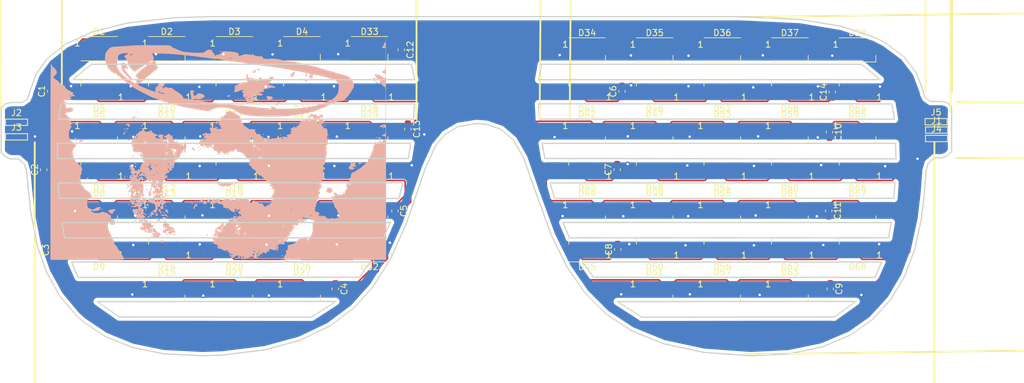
<source format=kicad_pcb>
(kicad_pcb (version 20171130) (host pcbnew "(5.1.9)-1")
  (layers (0 F.Cu signal) (31 B.Cu signal) (34 B.Paste user hide) (35 F.Paste user hide) (36 B.SilkS user) (37 F.SilkS user hide) (38 B.Mask user) (39 F.Mask user) (44 Edge.Cuts user))
  (net 0 "")
  (net 1 "Net-(D59-Pad3)")
  (net 2 "Net-(C1-Pad1)")
  (net 3 "Net-(C1-Pad2)")
  (net 4 "Net-(D53-Pad3)")
  (net 5 "Net-(D41-Pad1)")
  (net 6 "Net-(D45-Pad1)")
  (net 7 "Net-(D50-Pad1)")
  (net 8 "Net-(D44-Pad3)")
  (net 9 "Net-(D49-Pad3)")
  (net 10 "Net-(D43-Pad1)")
  (net 11 "Net-(D48-Pad1)")
  (net 12 "Net-(D42-Pad3)")
  (net 13 "Net-(D47-Pad3)")
  (net 14 "Net-(D46-Pad1)")
  (net 15 "Net-(D45-Pad3)")
  (net 16 "Net-(D33-Pad3)")
  (net 17 "Net-(D38-Pad3)")
  (net 18 "Net-(D52-Pad1)")
  (net 19 "Net-(D37-Pad3)")
  (net 20 "Net-(D62-Pad1)")
  (net 21 "Net-(D61-Pad3)")
  (net 22 "Net-(D67-Pad3)")
  (net 23 "Net-(D56-Pad1)")
  (net 24 "Net-(D65-Pad3)")
  (net 25 "Net-(D11-Pad1)")
  (net 26 "Net-(D11-Pad3)")
  (net 27 "Net-(D60-Pad1)")
  (net 28 "Net-(D58-Pad1)")
  (net 29 "Net-(D57-Pad3)")
  (net 30 "Net-(D63-Pad3)")
  (net 31 "Net-(D55-Pad3)")
  (net 32 "Net-(D54-Pad1)")
  (net 33 "Net-(D12-Pad3)")
  (net 34 "Net-(D12-Pad1)")
  (net 35 "Net-(D51-Pad3)")
  (net 36 "Net-(D1-Pad1)")
  (net 37 "Net-(D1-Pad3)")
  (net 38 "Net-(D13-Pad1)")
  (net 39 "Net-(D13-Pad3)")
  (net 40 "Net-(D10-Pad1)")
  (net 41 "Net-(D15-Pad3)")
  (net 42 "Net-(D14-Pad1)")
  (net 43 "Net-(D10-Pad3)")
  (net 44 "Net-(D14-Pad3)")
  (net 45 "Net-(D15-Pad1)")
  (net 46 "Net-(D36-Pad3)")
  (net 47 "Net-(D43-Pad3)")
  (net 48 "Net-(D41-Pad3)")
  (net 49 "Net-(D35-Pad3)")
  (net 50 "Net-(D34-Pad3)")
  (net 51 "Net-(D33-Pad1)")
  (net 52 "Net-(D27-Pad3)")
  (net 53 "Net-(D28-Pad1)")
  (net 54 "Net-(D30-Pad1)")
  (net 55 "Net-(D2-Pad3)")
  (net 56 "Net-(D26-Pad1)")
  (net 57 "Net-(D16-Pad1)")
  (net 58 "Net-(D3-Pad3)")
  (net 59 "Net-(D6-Pad1)")
  (net 60 "Net-(D8-Pad1)")
  (net 61 "Net-(D17-Pad3)")
  (net 62 "Net-(D18-Pad1)")
  (net 63 "Net-(D19-Pad3)")
  (net 64 "Net-(D20-Pad1)")
  (net 65 "Net-(D21-Pad3)")
  (net 66 "Net-(D22-Pad1)")
  (net 67 "Net-(D24-Pad1)")
  (net 68 "Net-(D25-Pad3)")
  (net 69 "Net-(D23-Pad3)")
  (module rave_shades:back_silkscreen (layer F.Cu) (at 121.158 104.0257)
    (fp_text reference G*** hide)
    (fp_text value LOGO hide)
  )
  (module LED_SMD:LED_SK6812MINI_PLCC4_3.5x3.5mm_P1.75mm (layer F.Cu) (at 202.25 102.1)
    (fp_text reference D53 (at 0 -2.75) (layer F.SilkS))
    (fp_text value SK6812MINI)
    (fp_text user 1 (at -3.5 -0.875) (layer F.SilkS))
    (pad 1 smd rect (at -1.75 -0.875) (size 1.6 0.85) (layers F.Cu F.Paste F.Mask) (net 13 "Net-(D47-Pad3)"))
    (pad 2 smd rect (at -1.75 0.875) (size 1.6 0.85) (layers F.Cu F.Paste F.Mask) (net 3 "Net-(C1-Pad2)"))
    (pad 4 smd rect (at 1.75 -0.875) (size 1.6 0.85) (layers F.Cu F.Paste F.Mask) (net 2 "Net-(C1-Pad1)"))
    (pad 3 smd rect (at 1.75 0.875) (size 1.6 0.85) (layers F.Cu F.Paste F.Mask) (net 4 "Net-(D53-Pad3)"))
  )
  (module Connector_PinHeader_1.00mm:PinHeader_1x01_P1.00mm_Vertical_SMD_CUSTOM (layer F.Cu) (at 236.7153 105.3084)
    (fp_text reference J4 (at 0 -3.556) (layer F.SilkS))
    (fp_text value Conn_01x01_Male)
    (pad 1 smd rect (at 0 -2.032) (size 3 0.6) (layers F.Cu F.Paste F.Mask) (net 3 "Net-(C1-Pad2)"))
  )
  (module Connector_PinHeader_1.00mm:PinHeader_1x01_P1.00mm_Vertical_SMD_CUSTOM (layer F.Cu) (at 236.6518 102.6033)
    (fp_text reference J5 (at 0 -3.556) (layer F.SilkS))
    (fp_text value Conn_01x01_Male)
    (pad 1 smd rect (at 0 -2.032) (size 3 0.6) (layers F.Cu F.Paste F.Mask) (net 2 "Net-(C1-Pad1)"))
  )
  (module Connector_PinHeader_1.00mm:PinHeader_1x01_P1.00mm_Vertical_SMD_CUSTOM (layer F.Cu) (at 88.6968 102.6922)
    (fp_text reference J2 (at 0 -3.556) (layer F.SilkS))
    (fp_text value Conn_01x01_Male)
    (pad 1 smd rect (at 0 -2.032) (size 3 0.6) (layers F.Cu F.Paste F.Mask) (net 2 "Net-(C1-Pad1)"))
  )
  (module Connector_PinHeader_1.00mm:PinHeader_1x01_P1.00mm_Vertical_SMD_CUSTOM (layer F.Cu) (at 88.6968 105.0417)
    (fp_text reference J3 (at 0 -3.556) (layer F.SilkS))
    (fp_text value Conn_01x01_Male)
    (pad 1 smd rect (at 0 -2.032) (size 3 0.6) (layers F.Cu F.Paste F.Mask) (net 3 "Net-(C1-Pad2)"))
  )
  (module Connector_PinHeader_1.00mm:PinHeader_1x01_P1.00mm_Vertical_SMD_CUSTOM (layer F.Cu) (at 236.730209 103.94957)
    (fp_text reference J1 (at 0 -3.556) (layer F.SilkS))
    (fp_text value Conn_01x01_Male)
    (pad 1 smd rect (at 0 -2.032) (size 3 0.6) (layers F.Cu F.Paste F.Mask) (net 30 "Net-(D63-Pad3)"))
  )
  (module LED_SMD:LED_SK6812MINI_PLCC4_3.5x3.5mm_P1.75mm (layer F.Cu) (at 191.375 127.6)
    (fp_text reference D51 (at 0 -2.75) (layer F.SilkS))
    (fp_text value SK6812MINI)
    (fp_text user 1 (at -3.5 -0.875) (layer F.SilkS))
    (pad 3 smd rect (at 1.75 0.875) (size 1.6 0.85) (layers F.Cu F.Paste F.Mask) (net 35 "Net-(D51-Pad3)"))
    (pad 4 smd rect (at 1.75 -0.875) (size 1.6 0.85) (layers F.Cu F.Paste F.Mask) (net 2 "Net-(C1-Pad1)"))
    (pad 2 smd rect (at -1.75 0.875) (size 1.6 0.85) (layers F.Cu F.Paste F.Mask) (net 3 "Net-(C1-Pad2)"))
    (pad 1 smd rect (at -1.75 -0.875) (size 1.6 0.85) (layers F.Cu F.Paste F.Mask) (net 15 "Net-(D45-Pad3)"))
  )
  (module Capacitor_SMD:C_0603_1608Metric_Pad1.05x0.95mm_HandSolder (layer F.Cu) (at 94.1832 95.6564 90)
    (fp_text reference C1 (at 0 -1.43 90) (layer F.SilkS))
    (fp_text value C_Small)
    (pad 1 smd roundrect (at -0.875 0 90) (size 1.05 0.95) (layers F.Cu F.Paste F.Mask) (net 2 "Net-(C1-Pad1)"))
    (pad 2 smd roundrect (at 0.875 0 90) (size 1.05 0.95) (layers F.Cu F.Paste F.Mask) (net 3 "Net-(C1-Pad2)"))
  )
  (module Capacitor_SMD:C_0603_1608Metric_Pad1.05x0.95mm_HandSolder (layer F.Cu) (at 219.9513 95.7834 90)
    (fp_text reference C14 (at 0 -1.43 90) (layer F.SilkS))
    (fp_text value C_Small)
    (pad 2 smd roundrect (at 0.875 0 90) (size 1.05 0.95) (layers F.Cu F.Paste F.Mask) (net 3 "Net-(C1-Pad2)"))
    (pad 1 smd roundrect (at -0.875 0 90) (size 1.05 0.95) (layers F.Cu F.Paste F.Mask) (net 2 "Net-(C1-Pad1)"))
  )
  (module Capacitor_SMD:C_0603_1608Metric_Pad1.05x0.95mm_HandSolder (layer F.Cu) (at 151.6634 101.7537 270)
    (fp_text reference C13 (at 0 -1.43 270) (layer F.SilkS))
    (fp_text value C_Small)
    (pad 2 smd roundrect (at 0.875 0 270) (size 1.05 0.95) (layers F.Cu F.Paste F.Mask) (net 3 "Net-(C1-Pad2)"))
    (pad 1 smd roundrect (at -0.875 0 270) (size 1.05 0.95) (layers F.Cu F.Paste F.Mask) (net 2 "Net-(C1-Pad1)"))
  )
  (module Capacitor_SMD:C_0603_1608Metric_Pad1.05x0.95mm_HandSolder (layer F.Cu) (at 150.6093 88.9889 270)
    (fp_text reference C12 (at 0 -1.43 270) (layer F.SilkS))
    (fp_text value C_Small)
    (pad 1 smd roundrect (at -0.875 0 270) (size 1.05 0.95) (layers F.Cu F.Paste F.Mask) (net 2 "Net-(C1-Pad1)"))
    (pad 2 smd roundrect (at 0.875 0 270) (size 1.05 0.95) (layers F.Cu F.Paste F.Mask) (net 3 "Net-(C1-Pad2)"))
  )
  (module Capacitor_SMD:C_0603_1608Metric_Pad1.05x0.95mm_HandSolder (layer F.Cu) (at 219.3671 114.9223 270)
    (fp_text reference C11 (at 0 -1.43 270) (layer F.SilkS))
    (fp_text value C_Small)
    (pad 1 smd roundrect (at -0.875 0 270) (size 1.05 0.95) (layers F.Cu F.Paste F.Mask) (net 2 "Net-(C1-Pad1)"))
    (pad 2 smd roundrect (at 0.875 0 270) (size 1.05 0.95) (layers F.Cu F.Paste F.Mask) (net 3 "Net-(C1-Pad2)"))
  )
  (module Capacitor_SMD:C_0603_1608Metric_Pad1.05x0.95mm_HandSolder (layer F.Cu) (at 219.4941 102.2477 270)
    (fp_text reference C10 (at 0 -1.43 270) (layer F.SilkS))
    (fp_text value C_Small)
    (pad 2 smd roundrect (at 0.875 0 270) (size 1.05 0.95) (layers F.Cu F.Paste F.Mask) (net 3 "Net-(C1-Pad2)"))
    (pad 1 smd roundrect (at -0.875 0 270) (size 1.05 0.95) (layers F.Cu F.Paste F.Mask) (net 2 "Net-(C1-Pad1)"))
  )
  (module Capacitor_SMD:C_0603_1608Metric_Pad1.05x0.95mm_HandSolder (layer F.Cu) (at 185.42 121.158 90)
    (fp_text reference C8 (at 0 -1.43 90) (layer F.SilkS))
    (fp_text value C_Small)
    (pad 1 smd roundrect (at -0.875 0 90) (size 1.05 0.95) (layers F.Cu F.Paste F.Mask) (net 2 "Net-(C1-Pad1)"))
    (pad 2 smd roundrect (at 0.875 0 90) (size 1.05 0.95) (layers F.Cu F.Paste F.Mask) (net 3 "Net-(C1-Pad2)"))
  )
  (module Capacitor_SMD:C_0603_1608Metric_Pad1.05x0.95mm_HandSolder (layer F.Cu) (at 185.3311 108.2802 90)
    (fp_text reference C7 (at 0 -1.43 90) (layer F.SilkS))
    (fp_text value C_Small)
    (pad 2 smd roundrect (at 0.875 0 90) (size 1.05 0.95) (layers F.Cu F.Paste F.Mask) (net 3 "Net-(C1-Pad2)"))
    (pad 1 smd roundrect (at -0.875 0 90) (size 1.05 0.95) (layers F.Cu F.Paste F.Mask) (net 2 "Net-(C1-Pad1)"))
  )
  (module Capacitor_SMD:C_0603_1608Metric_Pad1.05x0.95mm_HandSolder (layer F.Cu) (at 186.1058 95.6818 90)
    (fp_text reference C6 (at 0 -1.43 90) (layer F.SilkS))
    (fp_text value C_Small)
    (pad 1 smd roundrect (at -0.875 0 90) (size 1.05 0.95) (layers F.Cu F.Paste F.Mask) (net 2 "Net-(C1-Pad1)"))
    (pad 2 smd roundrect (at 0.875 0 90) (size 1.05 0.95) (layers F.Cu F.Paste F.Mask) (net 3 "Net-(C1-Pad2)"))
  )
  (module Capacitor_SMD:C_0603_1608Metric_Pad1.05x0.95mm_HandSolder (layer F.Cu) (at 149.5806 114.949 270)
    (fp_text reference C5 (at 0 -1.43 270) (layer F.SilkS))
    (fp_text value C_Small)
    (pad 1 smd roundrect (at -0.875 0 270) (size 1.05 0.95) (layers F.Cu F.Paste F.Mask) (net 2 "Net-(C1-Pad1)"))
    (pad 2 smd roundrect (at 0.875 0 270) (size 1.05 0.95) (layers F.Cu F.Paste F.Mask) (net 3 "Net-(C1-Pad2)"))
  )
  (module Capacitor_SMD:C_0603_1608Metric_Pad1.05x0.95mm_HandSolder (layer F.Cu) (at 139.9921 127.508 270)
    (fp_text reference C4 (at 0 -1.43 270) (layer F.SilkS))
    (fp_text value C_Small)
    (pad 2 smd roundrect (at 0.875 0 270) (size 1.05 0.95) (layers F.Cu F.Paste F.Mask) (net 3 "Net-(C1-Pad2)"))
    (pad 1 smd roundrect (at -0.875 0 270) (size 1.05 0.95) (layers F.Cu F.Paste F.Mask) (net 2 "Net-(C1-Pad1)"))
  )
  (module Capacitor_SMD:C_0603_1608Metric_Pad1.05x0.95mm_HandSolder (layer F.Cu) (at 94.8182 121.2482 90)
    (fp_text reference C3 (at 0 -1.43 90) (layer F.SilkS))
    (fp_text value C_Small)
    (pad 2 smd roundrect (at 0.875 0 90) (size 1.05 0.95) (layers F.Cu F.Paste F.Mask) (net 3 "Net-(C1-Pad2)"))
    (pad 1 smd roundrect (at -0.875 0 90) (size 1.05 0.95) (layers F.Cu F.Paste F.Mask) (net 2 "Net-(C1-Pad1)"))
  )
  (module Capacitor_SMD:C_0603_1608Metric_Pad1.05x0.95mm_HandSolder (layer F.Cu) (at 93.0656 108.3183 90)
    (fp_text reference C2 (at 0 -1.43 90) (layer F.SilkS))
    (fp_text value C_Small)
    (pad 1 smd roundrect (at -0.875 0 90) (size 1.05 0.95) (layers F.Cu F.Paste F.Mask) (net 2 "Net-(C1-Pad1)"))
    (pad 2 smd roundrect (at 0.875 0 90) (size 1.05 0.95) (layers F.Cu F.Paste F.Mask) (net 3 "Net-(C1-Pad2)"))
  )
  (module Capacitor_SMD:C_0603_1608Metric_Pad1.05x0.95mm_HandSolder (layer F.Cu) (at 219.6084 127.4953 270)
    (fp_text reference C9 (at 0 -1.43 270) (layer F.SilkS))
    (fp_text value C_Small)
    (pad 1 smd roundrect (at -0.875 0 270) (size 1.05 0.95) (layers F.Cu F.Paste F.Mask) (net 2 "Net-(C1-Pad1)"))
    (pad 2 smd roundrect (at 0.875 0 270) (size 1.05 0.95) (layers F.Cu F.Paste F.Mask) (net 3 "Net-(C1-Pad2)"))
  )
  (module LED_SMD:LED_SK6812MINI_PLCC4_3.5x3.5mm_P1.75mm (layer F.Cu) (at 102 88.806144)
    (fp_text reference D1 (at 0 -2.75) (layer F.SilkS))
    (fp_text value SK6812MINI)
    (fp_text user 1 (at -3.5 -0.875) (layer F.SilkS))
    (pad 3 smd rect (at 1.75 0.875) (size 1.6 0.85) (layers F.Cu F.Paste F.Mask) (net 37 "Net-(D1-Pad3)"))
    (pad 4 smd rect (at 1.75 -0.875) (size 1.6 0.85) (layers F.Cu F.Paste F.Mask) (net 2 "Net-(C1-Pad1)"))
    (pad 2 smd rect (at -1.75 0.875) (size 1.6 0.85) (layers F.Cu F.Paste F.Mask) (net 3 "Net-(C1-Pad2)"))
    (pad 1 smd rect (at -1.75 -0.875) (size 1.6 0.85) (layers F.Cu F.Paste F.Mask) (net 36 "Net-(D1-Pad1)"))
  )
  (module LED_SMD:LED_SK6812MINI_PLCC4_3.5x3.5mm_P1.75mm (layer F.Cu) (at 112.875 88.806144)
    (fp_text reference D2 (at 0 -2.75) (layer F.SilkS))
    (fp_text value SK6812MINI)
    (fp_text user 1 (at -3.5 -0.875) (layer F.SilkS))
    (pad 1 smd rect (at -1.75 -0.875) (size 1.6 0.85) (layers F.Cu F.Paste F.Mask) (net 37 "Net-(D1-Pad3)"))
    (pad 2 smd rect (at -1.75 0.875) (size 1.6 0.85) (layers F.Cu F.Paste F.Mask) (net 3 "Net-(C1-Pad2)"))
    (pad 4 smd rect (at 1.75 -0.875) (size 1.6 0.85) (layers F.Cu F.Paste F.Mask) (net 2 "Net-(C1-Pad1)"))
    (pad 3 smd rect (at 1.75 0.875) (size 1.6 0.85) (layers F.Cu F.Paste F.Mask) (net 55 "Net-(D2-Pad3)"))
  )
  (module LED_SMD:LED_SK6812MINI_PLCC4_3.5x3.5mm_P1.75mm (layer F.Cu) (at 123.75 88.806144)
    (fp_text reference D3 (at 0 -2.75) (layer F.SilkS))
    (fp_text value SK6812MINI)
    (fp_text user 1 (at -3.5 -0.875) (layer F.SilkS))
    (pad 3 smd rect (at 1.75 0.875) (size 1.6 0.85) (layers F.Cu F.Paste F.Mask) (net 58 "Net-(D3-Pad3)"))
    (pad 4 smd rect (at 1.75 -0.875) (size 1.6 0.85) (layers F.Cu F.Paste F.Mask) (net 2 "Net-(C1-Pad1)"))
    (pad 2 smd rect (at -1.75 0.875) (size 1.6 0.85) (layers F.Cu F.Paste F.Mask) (net 3 "Net-(C1-Pad2)"))
    (pad 1 smd rect (at -1.75 -0.875) (size 1.6 0.85) (layers F.Cu F.Paste F.Mask) (net 55 "Net-(D2-Pad3)"))
  )
  (module LED_SMD:LED_SK6812MINI_PLCC4_3.5x3.5mm_P1.75mm (layer F.Cu) (at 134.625 88.806144)
    (fp_text reference D4 (at 0 -2.75) (layer F.SilkS))
    (fp_text value SK6812MINI)
    (fp_text user 1 (at -3.5 -0.875) (layer F.SilkS))
    (pad 1 smd rect (at -1.75 -0.875) (size 1.6 0.85) (layers F.Cu F.Paste F.Mask) (net 58 "Net-(D3-Pad3)"))
    (pad 2 smd rect (at -1.75 0.875) (size 1.6 0.85) (layers F.Cu F.Paste F.Mask) (net 3 "Net-(C1-Pad2)"))
    (pad 4 smd rect (at 1.75 -0.875) (size 1.6 0.85) (layers F.Cu F.Paste F.Mask) (net 2 "Net-(C1-Pad1)"))
    (pad 3 smd rect (at 1.75 0.875) (size 1.6 0.85) (layers F.Cu F.Paste F.Mask) (net 51 "Net-(D33-Pad1)"))
  )
  (module LED_SMD:LED_SK6812MINI_PLCC4_3.5x3.5mm_P1.75mm (layer F.Cu) (at 102 95.74 180)
    (fp_text reference D5 (at 0 -2.75 180) (layer F.SilkS))
    (fp_text value SK6812MINI)
    (fp_text user 1 (at -3.5 -0.875 180) (layer F.SilkS))
    (pad 3 smd rect (at 1.75 0.875 180) (size 1.6 0.85) (layers F.Cu F.Paste F.Mask) (net 36 "Net-(D1-Pad1)"))
    (pad 4 smd rect (at 1.75 -0.875 180) (size 1.6 0.85) (layers F.Cu F.Paste F.Mask) (net 2 "Net-(C1-Pad1)"))
    (pad 2 smd rect (at -1.75 0.875 180) (size 1.6 0.85) (layers F.Cu F.Paste F.Mask) (net 3 "Net-(C1-Pad2)"))
    (pad 1 smd rect (at -1.75 -0.875 180) (size 1.6 0.85) (layers F.Cu F.Paste F.Mask) (net 43 "Net-(D10-Pad3)"))
  )
  (module LED_SMD:LED_SK6812MINI_PLCC4_3.5x3.5mm_P1.75mm (layer F.Cu) (at 102 102.1)
    (fp_text reference D6 (at 0 -2.75) (layer F.SilkS))
    (fp_text value SK6812MINI)
    (fp_text user 1 (at -3.5 -0.875) (layer F.SilkS))
    (pad 1 smd rect (at -1.75 -0.875) (size 1.6 0.85) (layers F.Cu F.Paste F.Mask) (net 59 "Net-(D6-Pad1)"))
    (pad 2 smd rect (at -1.75 0.875) (size 1.6 0.85) (layers F.Cu F.Paste F.Mask) (net 3 "Net-(C1-Pad2)"))
    (pad 4 smd rect (at 1.75 -0.875) (size 1.6 0.85) (layers F.Cu F.Paste F.Mask) (net 2 "Net-(C1-Pad1)"))
    (pad 3 smd rect (at 1.75 0.875) (size 1.6 0.85) (layers F.Cu F.Paste F.Mask) (net 25 "Net-(D11-Pad1)"))
  )
  (module LED_SMD:LED_SK6812MINI_PLCC4_3.5x3.5mm_P1.75mm (layer F.Cu) (at 102 108.48 180)
    (fp_text reference D7 (at 0 -2.75 180) (layer F.SilkS))
    (fp_text value SK6812MINI)
    (fp_text user 1 (at -3.5 -0.875 180) (layer F.SilkS))
    (pad 1 smd rect (at -1.75 -0.875 180) (size 1.6 0.85) (layers F.Cu F.Paste F.Mask) (net 33 "Net-(D12-Pad3)"))
    (pad 2 smd rect (at -1.75 0.875 180) (size 1.6 0.85) (layers F.Cu F.Paste F.Mask) (net 3 "Net-(C1-Pad2)"))
    (pad 4 smd rect (at 1.75 -0.875 180) (size 1.6 0.85) (layers F.Cu F.Paste F.Mask) (net 2 "Net-(C1-Pad1)"))
    (pad 3 smd rect (at 1.75 0.875 180) (size 1.6 0.85) (layers F.Cu F.Paste F.Mask) (net 59 "Net-(D6-Pad1)"))
  )
  (module LED_SMD:LED_SK6812MINI_PLCC4_3.5x3.5mm_P1.75mm (layer F.Cu) (at 102 114.85)
    (fp_text reference D8 (at 0 -2.75) (layer F.SilkS))
    (fp_text value SK6812MINI)
    (fp_text user 1 (at -3.5 -0.875) (layer F.SilkS))
    (pad 1 smd rect (at -1.75 -0.875) (size 1.6 0.85) (layers F.Cu F.Paste F.Mask) (net 60 "Net-(D8-Pad1)"))
    (pad 2 smd rect (at -1.75 0.875) (size 1.6 0.85) (layers F.Cu F.Paste F.Mask) (net 3 "Net-(C1-Pad2)"))
    (pad 4 smd rect (at 1.75 -0.875) (size 1.6 0.85) (layers F.Cu F.Paste F.Mask) (net 2 "Net-(C1-Pad1)"))
    (pad 3 smd rect (at 1.75 0.875) (size 1.6 0.85) (layers F.Cu F.Paste F.Mask) (net 38 "Net-(D13-Pad1)"))
  )
  (module LED_SMD:LED_SK6812MINI_PLCC4_3.5x3.5mm_P1.75mm (layer F.Cu) (at 102 121.2 180)
    (fp_text reference D9 (at 0 -2.75 180) (layer F.SilkS))
    (fp_text value SK6812MINI)
    (fp_text user 1 (at -3.5 -0.875 180) (layer F.SilkS))
    (pad 3 smd rect (at 1.75 0.875 180) (size 1.6 0.85) (layers F.Cu F.Paste F.Mask) (net 60 "Net-(D8-Pad1)"))
    (pad 4 smd rect (at 1.75 -0.875 180) (size 1.6 0.85) (layers F.Cu F.Paste F.Mask) (net 2 "Net-(C1-Pad1)"))
    (pad 2 smd rect (at -1.75 0.875 180) (size 1.6 0.85) (layers F.Cu F.Paste F.Mask) (net 3 "Net-(C1-Pad2)"))
    (pad 1 smd rect (at -1.75 -0.875 180) (size 1.6 0.85) (layers F.Cu F.Paste F.Mask) (net 44 "Net-(D14-Pad3)"))
  )
  (module LED_SMD:LED_SK6812MINI_PLCC4_3.5x3.5mm_P1.75mm (layer F.Cu) (at 112.875 95.74 180)
    (fp_text reference D10 (at 0 -2.75 180) (layer F.SilkS))
    (fp_text value SK6812MINI)
    (fp_text user 1 (at -3.5 -0.875 180) (layer F.SilkS))
    (pad 1 smd rect (at -1.75 -0.875 180) (size 1.6 0.85) (layers F.Cu F.Paste F.Mask) (net 40 "Net-(D10-Pad1)"))
    (pad 2 smd rect (at -1.75 0.875 180) (size 1.6 0.85) (layers F.Cu F.Paste F.Mask) (net 3 "Net-(C1-Pad2)"))
    (pad 4 smd rect (at 1.75 -0.875 180) (size 1.6 0.85) (layers F.Cu F.Paste F.Mask) (net 2 "Net-(C1-Pad1)"))
    (pad 3 smd rect (at 1.75 0.875 180) (size 1.6 0.85) (layers F.Cu F.Paste F.Mask) (net 43 "Net-(D10-Pad3)"))
  )
  (module LED_SMD:LED_SK6812MINI_PLCC4_3.5x3.5mm_P1.75mm (layer F.Cu) (at 112.875 102.1)
    (fp_text reference D11 (at 0 -2.75) (layer F.SilkS))
    (fp_text value SK6812MINI)
    (fp_text user 1 (at -3.5 -0.875) (layer F.SilkS))
    (pad 3 smd rect (at 1.75 0.875) (size 1.6 0.85) (layers F.Cu F.Paste F.Mask) (net 26 "Net-(D11-Pad3)"))
    (pad 4 smd rect (at 1.75 -0.875) (size 1.6 0.85) (layers F.Cu F.Paste F.Mask) (net 2 "Net-(C1-Pad1)"))
    (pad 2 smd rect (at -1.75 0.875) (size 1.6 0.85) (layers F.Cu F.Paste F.Mask) (net 3 "Net-(C1-Pad2)"))
    (pad 1 smd rect (at -1.75 -0.875) (size 1.6 0.85) (layers F.Cu F.Paste F.Mask) (net 25 "Net-(D11-Pad1)"))
  )
  (module LED_SMD:LED_SK6812MINI_PLCC4_3.5x3.5mm_P1.75mm (layer F.Cu) (at 112.875 108.48 180)
    (fp_text reference D12 (at 0 -2.75 180) (layer F.SilkS))
    (fp_text value SK6812MINI)
    (fp_text user 1 (at -3.5 -0.875 180) (layer F.SilkS))
    (pad 3 smd rect (at 1.75 0.875 180) (size 1.6 0.85) (layers F.Cu F.Paste F.Mask) (net 33 "Net-(D12-Pad3)"))
    (pad 4 smd rect (at 1.75 -0.875 180) (size 1.6 0.85) (layers F.Cu F.Paste F.Mask) (net 2 "Net-(C1-Pad1)"))
    (pad 2 smd rect (at -1.75 0.875 180) (size 1.6 0.85) (layers F.Cu F.Paste F.Mask) (net 3 "Net-(C1-Pad2)"))
    (pad 1 smd rect (at -1.75 -0.875 180) (size 1.6 0.85) (layers F.Cu F.Paste F.Mask) (net 34 "Net-(D12-Pad1)"))
  )
  (module LED_SMD:LED_SK6812MINI_PLCC4_3.5x3.5mm_P1.75mm (layer F.Cu) (at 112.875 114.85)
    (fp_text reference D13 (at 0 -2.75) (layer F.SilkS))
    (fp_text value SK6812MINI)
    (fp_text user 1 (at -3.5 -0.875) (layer F.SilkS))
    (pad 3 smd rect (at 1.75 0.875) (size 1.6 0.85) (layers F.Cu F.Paste F.Mask) (net 39 "Net-(D13-Pad3)"))
    (pad 4 smd rect (at 1.75 -0.875) (size 1.6 0.85) (layers F.Cu F.Paste F.Mask) (net 2 "Net-(C1-Pad1)"))
    (pad 2 smd rect (at -1.75 0.875) (size 1.6 0.85) (layers F.Cu F.Paste F.Mask) (net 3 "Net-(C1-Pad2)"))
    (pad 1 smd rect (at -1.75 -0.875) (size 1.6 0.85) (layers F.Cu F.Paste F.Mask) (net 38 "Net-(D13-Pad1)"))
  )
  (module LED_SMD:LED_SK6812MINI_PLCC4_3.5x3.5mm_P1.75mm (layer F.Cu) (at 112.875 121.2 180)
    (fp_text reference D14 (at 0 -2.75 180) (layer F.SilkS))
    (fp_text value SK6812MINI)
    (fp_text user 1 (at -3.5 -0.875 180) (layer F.SilkS))
    (pad 1 smd rect (at -1.75 -0.875 180) (size 1.6 0.85) (layers F.Cu F.Paste F.Mask) (net 42 "Net-(D14-Pad1)"))
    (pad 2 smd rect (at -1.75 0.875 180) (size 1.6 0.85) (layers F.Cu F.Paste F.Mask) (net 3 "Net-(C1-Pad2)"))
    (pad 4 smd rect (at 1.75 -0.875 180) (size 1.6 0.85) (layers F.Cu F.Paste F.Mask) (net 2 "Net-(C1-Pad1)"))
    (pad 3 smd rect (at 1.75 0.875 180) (size 1.6 0.85) (layers F.Cu F.Paste F.Mask) (net 44 "Net-(D14-Pad3)"))
  )
  (module LED_SMD:LED_SK6812MINI_PLCC4_3.5x3.5mm_P1.75mm (layer F.Cu) (at 112.875 127.6)
    (fp_text reference D15 (at 0 -2.75) (layer F.SilkS))
    (fp_text value SK6812MINI)
    (fp_text user 1 (at -3.5 -0.875) (layer F.SilkS))
    (pad 3 smd rect (at 1.75 0.875) (size 1.6 0.85) (layers F.Cu F.Paste F.Mask) (net 41 "Net-(D15-Pad3)"))
    (pad 4 smd rect (at 1.75 -0.875) (size 1.6 0.85) (layers F.Cu F.Paste F.Mask) (net 2 "Net-(C1-Pad1)"))
    (pad 2 smd rect (at -1.75 0.875) (size 1.6 0.85) (layers F.Cu F.Paste F.Mask) (net 3 "Net-(C1-Pad2)"))
    (pad 1 smd rect (at -1.75 -0.875) (size 1.6 0.85) (layers F.Cu F.Paste F.Mask) (net 45 "Net-(D15-Pad1)"))
  )
  (module LED_SMD:LED_SK6812MINI_PLCC4_3.5x3.5mm_P1.75mm (layer F.Cu) (at 123.75 95.74 180)
    (fp_text reference D16 (at 0 -2.75 180) (layer F.SilkS))
    (fp_text value SK6812MINI)
    (fp_text user 1 (at -3.5 -0.875 180) (layer F.SilkS))
    (pad 3 smd rect (at 1.75 0.875 180) (size 1.6 0.85) (layers F.Cu F.Paste F.Mask) (net 40 "Net-(D10-Pad1)"))
    (pad 4 smd rect (at 1.75 -0.875 180) (size 1.6 0.85) (layers F.Cu F.Paste F.Mask) (net 2 "Net-(C1-Pad1)"))
    (pad 2 smd rect (at -1.75 0.875 180) (size 1.6 0.85) (layers F.Cu F.Paste F.Mask) (net 3 "Net-(C1-Pad2)"))
    (pad 1 smd rect (at -1.75 -0.875 180) (size 1.6 0.85) (layers F.Cu F.Paste F.Mask) (net 57 "Net-(D16-Pad1)"))
  )
  (module LED_SMD:LED_SK6812MINI_PLCC4_3.5x3.5mm_P1.75mm (layer F.Cu) (at 123.75 102.1)
    (fp_text reference D17 (at 0 -2.75) (layer F.SilkS))
    (fp_text value SK6812MINI)
    (fp_text user 1 (at -3.5 -0.875) (layer F.SilkS))
    (pad 1 smd rect (at -1.75 -0.875) (size 1.6 0.85) (layers F.Cu F.Paste F.Mask) (net 26 "Net-(D11-Pad3)"))
    (pad 2 smd rect (at -1.75 0.875) (size 1.6 0.85) (layers F.Cu F.Paste F.Mask) (net 3 "Net-(C1-Pad2)"))
    (pad 4 smd rect (at 1.75 -0.875) (size 1.6 0.85) (layers F.Cu F.Paste F.Mask) (net 2 "Net-(C1-Pad1)"))
    (pad 3 smd rect (at 1.75 0.875) (size 1.6 0.85) (layers F.Cu F.Paste F.Mask) (net 61 "Net-(D17-Pad3)"))
  )
  (module LED_SMD:LED_SK6812MINI_PLCC4_3.5x3.5mm_P1.75mm (layer F.Cu) (at 123.75 108.48 180)
    (fp_text reference D18 (at 0 -2.75 180) (layer F.SilkS))
    (fp_text value SK6812MINI)
    (fp_text user 1 (at -3.5 -0.875 180) (layer F.SilkS))
    (pad 1 smd rect (at -1.75 -0.875 180) (size 1.6 0.85) (layers F.Cu F.Paste F.Mask) (net 62 "Net-(D18-Pad1)"))
    (pad 2 smd rect (at -1.75 0.875 180) (size 1.6 0.85) (layers F.Cu F.Paste F.Mask) (net 3 "Net-(C1-Pad2)"))
    (pad 4 smd rect (at 1.75 -0.875 180) (size 1.6 0.85) (layers F.Cu F.Paste F.Mask) (net 2 "Net-(C1-Pad1)"))
    (pad 3 smd rect (at 1.75 0.875 180) (size 1.6 0.85) (layers F.Cu F.Paste F.Mask) (net 34 "Net-(D12-Pad1)"))
  )
  (module LED_SMD:LED_SK6812MINI_PLCC4_3.5x3.5mm_P1.75mm (layer F.Cu) (at 123.75 114.85)
    (fp_text reference D19 (at 0 -2.75) (layer F.SilkS))
    (fp_text value SK6812MINI)
    (fp_text user 1 (at -3.5 -0.875) (layer F.SilkS))
    (pad 1 smd rect (at -1.75 -0.875) (size 1.6 0.85) (layers F.Cu F.Paste F.Mask) (net 39 "Net-(D13-Pad3)"))
    (pad 2 smd rect (at -1.75 0.875) (size 1.6 0.85) (layers F.Cu F.Paste F.Mask) (net 3 "Net-(C1-Pad2)"))
    (pad 4 smd rect (at 1.75 -0.875) (size 1.6 0.85) (layers F.Cu F.Paste F.Mask) (net 2 "Net-(C1-Pad1)"))
    (pad 3 smd rect (at 1.75 0.875) (size 1.6 0.85) (layers F.Cu F.Paste F.Mask) (net 63 "Net-(D19-Pad3)"))
  )
  (module LED_SMD:LED_SK6812MINI_PLCC4_3.5x3.5mm_P1.75mm (layer F.Cu) (at 123.75 121.2 180)
    (fp_text reference D20 (at 0 -2.75 180) (layer F.SilkS))
    (fp_text value SK6812MINI)
    (fp_text user 1 (at -3.5 -0.875 180) (layer F.SilkS))
    (pad 1 smd rect (at -1.75 -0.875 180) (size 1.6 0.85) (layers F.Cu F.Paste F.Mask) (net 64 "Net-(D20-Pad1)"))
    (pad 2 smd rect (at -1.75 0.875 180) (size 1.6 0.85) (layers F.Cu F.Paste F.Mask) (net 3 "Net-(C1-Pad2)"))
    (pad 4 smd rect (at 1.75 -0.875 180) (size 1.6 0.85) (layers F.Cu F.Paste F.Mask) (net 2 "Net-(C1-Pad1)"))
    (pad 3 smd rect (at 1.75 0.875 180) (size 1.6 0.85) (layers F.Cu F.Paste F.Mask) (net 42 "Net-(D14-Pad1)"))
  )
  (module LED_SMD:LED_SK6812MINI_PLCC4_3.5x3.5mm_P1.75mm (layer F.Cu) (at 123.75 127.6)
    (fp_text reference D21 (at 0 -2.75) (layer F.SilkS))
    (fp_text value SK6812MINI)
    (fp_text user 1 (at -3.5 -0.875) (layer F.SilkS))
    (pad 1 smd rect (at -1.75 -0.875) (size 1.6 0.85) (layers F.Cu F.Paste F.Mask) (net 41 "Net-(D15-Pad3)"))
    (pad 2 smd rect (at -1.75 0.875) (size 1.6 0.85) (layers F.Cu F.Paste F.Mask) (net 3 "Net-(C1-Pad2)"))
    (pad 4 smd rect (at 1.75 -0.875) (size 1.6 0.85) (layers F.Cu F.Paste F.Mask) (net 2 "Net-(C1-Pad1)"))
    (pad 3 smd rect (at 1.75 0.875) (size 1.6 0.85) (layers F.Cu F.Paste F.Mask) (net 65 "Net-(D21-Pad3)"))
  )
  (module LED_SMD:LED_SK6812MINI_PLCC4_3.5x3.5mm_P1.75mm (layer F.Cu) (at 134.625 95.74 180)
    (fp_text reference D22 (at 0 -2.75 180) (layer F.SilkS))
    (fp_text value SK6812MINI)
    (fp_text user 1 (at -3.5 -0.875 180) (layer F.SilkS))
    (pad 3 smd rect (at 1.75 0.875 180) (size 1.6 0.85) (layers F.Cu F.Paste F.Mask) (net 57 "Net-(D16-Pad1)"))
    (pad 4 smd rect (at 1.75 -0.875 180) (size 1.6 0.85) (layers F.Cu F.Paste F.Mask) (net 2 "Net-(C1-Pad1)"))
    (pad 2 smd rect (at -1.75 0.875 180) (size 1.6 0.85) (layers F.Cu F.Paste F.Mask) (net 3 "Net-(C1-Pad2)"))
    (pad 1 smd rect (at -1.75 -0.875 180) (size 1.6 0.85) (layers F.Cu F.Paste F.Mask) (net 66 "Net-(D22-Pad1)"))
  )
  (module LED_SMD:LED_SK6812MINI_PLCC4_3.5x3.5mm_P1.75mm (layer F.Cu) (at 134.625 102.1)
    (fp_text reference D23 (at 0 -2.75) (layer F.SilkS))
    (fp_text value SK6812MINI)
    (fp_text user 1 (at -3.5 -0.875) (layer F.SilkS))
    (pad 3 smd rect (at 1.75 0.875) (size 1.6 0.85) (layers F.Cu F.Paste F.Mask) (net 69 "Net-(D23-Pad3)"))
    (pad 4 smd rect (at 1.75 -0.875) (size 1.6 0.85) (layers F.Cu F.Paste F.Mask) (net 2 "Net-(C1-Pad1)"))
    (pad 2 smd rect (at -1.75 0.875) (size 1.6 0.85) (layers F.Cu F.Paste F.Mask) (net 3 "Net-(C1-Pad2)"))
    (pad 1 smd rect (at -1.75 -0.875) (size 1.6 0.85) (layers F.Cu F.Paste F.Mask) (net 61 "Net-(D17-Pad3)"))
  )
  (module LED_SMD:LED_SK6812MINI_PLCC4_3.5x3.5mm_P1.75mm (layer F.Cu) (at 134.625 108.48 180)
    (fp_text reference D24 (at 0 -2.75 180) (layer F.SilkS))
    (fp_text value SK6812MINI)
    (fp_text user 1 (at -3.5 -0.875 180) (layer F.SilkS))
    (pad 3 smd rect (at 1.75 0.875 180) (size 1.6 0.85) (layers F.Cu F.Paste F.Mask) (net 62 "Net-(D18-Pad1)"))
    (pad 4 smd rect (at 1.75 -0.875 180) (size 1.6 0.85) (layers F.Cu F.Paste F.Mask) (net 2 "Net-(C1-Pad1)"))
    (pad 2 smd rect (at -1.75 0.875 180) (size 1.6 0.85) (layers F.Cu F.Paste F.Mask) (net 3 "Net-(C1-Pad2)"))
    (pad 1 smd rect (at -1.75 -0.875 180) (size 1.6 0.85) (layers F.Cu F.Paste F.Mask) (net 67 "Net-(D24-Pad1)"))
  )
  (module LED_SMD:LED_SK6812MINI_PLCC4_3.5x3.5mm_P1.75mm (layer F.Cu) (at 134.625 114.85)
    (fp_text reference D25 (at 0 -2.75) (layer F.SilkS))
    (fp_text value SK6812MINI)
    (fp_text user 1 (at -3.5 -0.875) (layer F.SilkS))
    (pad 3 smd rect (at 1.75 0.875) (size 1.6 0.85) (layers F.Cu F.Paste F.Mask) (net 68 "Net-(D25-Pad3)"))
    (pad 4 smd rect (at 1.75 -0.875) (size 1.6 0.85) (layers F.Cu F.Paste F.Mask) (net 2 "Net-(C1-Pad1)"))
    (pad 2 smd rect (at -1.75 0.875) (size 1.6 0.85) (layers F.Cu F.Paste F.Mask) (net 3 "Net-(C1-Pad2)"))
    (pad 1 smd rect (at -1.75 -0.875) (size 1.6 0.85) (layers F.Cu F.Paste F.Mask) (net 63 "Net-(D19-Pad3)"))
  )
  (module LED_SMD:LED_SK6812MINI_PLCC4_3.5x3.5mm_P1.75mm (layer F.Cu) (at 134.625 121.2 180)
    (fp_text reference D26 (at 0 -2.75 180) (layer F.SilkS))
    (fp_text value SK6812MINI)
    (fp_text user 1 (at -3.5 -0.875 180) (layer F.SilkS))
    (pad 3 smd rect (at 1.75 0.875 180) (size 1.6 0.85) (layers F.Cu F.Paste F.Mask) (net 64 "Net-(D20-Pad1)"))
    (pad 4 smd rect (at 1.75 -0.875 180) (size 1.6 0.85) (layers F.Cu F.Paste F.Mask) (net 2 "Net-(C1-Pad1)"))
    (pad 2 smd rect (at -1.75 0.875 180) (size 1.6 0.85) (layers F.Cu F.Paste F.Mask) (net 3 "Net-(C1-Pad2)"))
    (pad 1 smd rect (at -1.75 -0.875 180) (size 1.6 0.85) (layers F.Cu F.Paste F.Mask) (net 56 "Net-(D26-Pad1)"))
  )
  (module LED_SMD:LED_SK6812MINI_PLCC4_3.5x3.5mm_P1.75mm (layer F.Cu) (at 134.625 127.6)
    (fp_text reference D27 (at 0 -2.75) (layer F.SilkS))
    (fp_text value SK6812MINI)
    (fp_text user 1 (at -3.5 -0.875) (layer F.SilkS))
    (pad 3 smd rect (at 1.75 0.875) (size 1.6 0.85) (layers F.Cu F.Paste F.Mask) (net 52 "Net-(D27-Pad3)"))
    (pad 4 smd rect (at 1.75 -0.875) (size 1.6 0.85) (layers F.Cu F.Paste F.Mask) (net 2 "Net-(C1-Pad1)"))
    (pad 2 smd rect (at -1.75 0.875) (size 1.6 0.85) (layers F.Cu F.Paste F.Mask) (net 3 "Net-(C1-Pad2)"))
    (pad 1 smd rect (at -1.75 -0.875) (size 1.6 0.85) (layers F.Cu F.Paste F.Mask) (net 65 "Net-(D21-Pad3)"))
  )
  (module LED_SMD:LED_SK6812MINI_PLCC4_3.5x3.5mm_P1.75mm (layer F.Cu) (at 145.5 95.74 180)
    (fp_text reference D28 (at 0 -2.75 180) (layer F.SilkS))
    (fp_text value SK6812MINI)
    (fp_text user 1 (at -3.5 -0.875 180) (layer F.SilkS))
    (pad 3 smd rect (at 1.75 0.875 180) (size 1.6 0.85) (layers F.Cu F.Paste F.Mask) (net 66 "Net-(D22-Pad1)"))
    (pad 4 smd rect (at 1.75 -0.875 180) (size 1.6 0.85) (layers F.Cu F.Paste F.Mask) (net 2 "Net-(C1-Pad1)"))
    (pad 2 smd rect (at -1.75 0.875 180) (size 1.6 0.85) (layers F.Cu F.Paste F.Mask) (net 3 "Net-(C1-Pad2)"))
    (pad 1 smd rect (at -1.75 -0.875 180) (size 1.6 0.85) (layers F.Cu F.Paste F.Mask) (net 53 "Net-(D28-Pad1)"))
  )
  (module LED_SMD:LED_SK6812MINI_PLCC4_3.5x3.5mm_P1.75mm (layer F.Cu) (at 145.5 102.1)
    (fp_text reference D29 (at 0 -2.75) (layer F.SilkS))
    (fp_text value SK6812MINI)
    (fp_text user 1 (at -3.5 -0.875) (layer F.SilkS))
    (pad 1 smd rect (at -1.75 -0.875) (size 1.6 0.85) (layers F.Cu F.Paste F.Mask) (net 69 "Net-(D23-Pad3)"))
    (pad 2 smd rect (at -1.75 0.875) (size 1.6 0.85) (layers F.Cu F.Paste F.Mask) (net 3 "Net-(C1-Pad2)"))
    (pad 4 smd rect (at 1.75 -0.875) (size 1.6 0.85) (layers F.Cu F.Paste F.Mask) (net 2 "Net-(C1-Pad1)"))
    (pad 3 smd rect (at 1.75 0.875) (size 1.6 0.85) (layers F.Cu F.Paste F.Mask) (net 53 "Net-(D28-Pad1)"))
  )
  (module LED_SMD:LED_SK6812MINI_PLCC4_3.5x3.5mm_P1.75mm (layer F.Cu) (at 145.5 108.48 180)
    (fp_text reference D30 (at 0 -2.75 180) (layer F.SilkS))
    (fp_text value SK6812MINI)
    (fp_text user 1 (at -3.5 -0.875 180) (layer F.SilkS))
    (pad 1 smd rect (at -1.75 -0.875 180) (size 1.6 0.85) (layers F.Cu F.Paste F.Mask) (net 54 "Net-(D30-Pad1)"))
    (pad 2 smd rect (at -1.75 0.875 180) (size 1.6 0.85) (layers F.Cu F.Paste F.Mask) (net 3 "Net-(C1-Pad2)"))
    (pad 4 smd rect (at 1.75 -0.875 180) (size 1.6 0.85) (layers F.Cu F.Paste F.Mask) (net 2 "Net-(C1-Pad1)"))
    (pad 3 smd rect (at 1.75 0.875 180) (size 1.6 0.85) (layers F.Cu F.Paste F.Mask) (net 67 "Net-(D24-Pad1)"))
  )
  (module LED_SMD:LED_SK6812MINI_PLCC4_3.5x3.5mm_P1.75mm (layer F.Cu) (at 145.5 114.85)
    (fp_text reference D31 (at 0 -2.75) (layer F.SilkS))
    (fp_text value SK6812MINI)
    (fp_text user 1 (at -3.5 -0.875) (layer F.SilkS))
    (pad 1 smd rect (at -1.75 -0.875) (size 1.6 0.85) (layers F.Cu F.Paste F.Mask) (net 68 "Net-(D25-Pad3)"))
    (pad 2 smd rect (at -1.75 0.875) (size 1.6 0.85) (layers F.Cu F.Paste F.Mask) (net 3 "Net-(C1-Pad2)"))
    (pad 4 smd rect (at 1.75 -0.875) (size 1.6 0.85) (layers F.Cu F.Paste F.Mask) (net 2 "Net-(C1-Pad1)"))
    (pad 3 smd rect (at 1.75 0.875) (size 1.6 0.85) (layers F.Cu F.Paste F.Mask) (net 54 "Net-(D30-Pad1)"))
  )
  (module LED_SMD:LED_SK6812MINI_PLCC4_3.5x3.5mm_P1.75mm (layer F.Cu) (at 145.5 121.2 180)
    (fp_text reference D32 (at 0 -2.75 180) (layer F.SilkS))
    (fp_text value SK6812MINI)
    (fp_text user 1 (at -3.5 -0.875 180) (layer F.SilkS))
    (pad 1 smd rect (at -1.75 -0.875 180) (size 1.6 0.85) (layers F.Cu F.Paste F.Mask) (net 52 "Net-(D27-Pad3)"))
    (pad 2 smd rect (at -1.75 0.875 180) (size 1.6 0.85) (layers F.Cu F.Paste F.Mask) (net 3 "Net-(C1-Pad2)"))
    (pad 4 smd rect (at 1.75 -0.875 180) (size 1.6 0.85) (layers F.Cu F.Paste F.Mask) (net 2 "Net-(C1-Pad1)"))
    (pad 3 smd rect (at 1.75 0.875 180) (size 1.6 0.85) (layers F.Cu F.Paste F.Mask) (net 56 "Net-(D26-Pad1)"))
  )
  (module LED_SMD:LED_SK6812MINI_PLCC4_3.5x3.5mm_P1.75mm (layer F.Cu) (at 145.5 88.806144)
    (fp_text reference D33 (at 0 -2.75) (layer F.SilkS))
    (fp_text value SK6812MINI)
    (fp_text user 1 (at -3.5 -0.875) (layer F.SilkS))
    (pad 3 smd rect (at 1.75 0.875) (size 1.6 0.85) (layers F.Cu F.Paste F.Mask) (net 16 "Net-(D33-Pad3)"))
    (pad 4 smd rect (at 1.75 -0.875) (size 1.6 0.85) (layers F.Cu F.Paste F.Mask) (net 2 "Net-(C1-Pad1)"))
    (pad 2 smd rect (at -1.75 0.875) (size 1.6 0.85) (layers F.Cu F.Paste F.Mask) (net 3 "Net-(C1-Pad2)"))
    (pad 1 smd rect (at -1.75 -0.875) (size 1.6 0.85) (layers F.Cu F.Paste F.Mask) (net 51 "Net-(D33-Pad1)"))
  )
  (module LED_SMD:LED_SK6812MINI_PLCC4_3.5x3.5mm_P1.75mm (layer F.Cu) (at 180.5 89)
    (fp_text reference D34 (at 0 -2.75) (layer F.SilkS))
    (fp_text value SK6812MINI)
    (fp_text user 1 (at -3.5 -0.875) (layer F.SilkS))
    (pad 1 smd rect (at -1.75 -0.875) (size 1.6 0.85) (layers F.Cu F.Paste F.Mask) (net 16 "Net-(D33-Pad3)"))
    (pad 2 smd rect (at -1.75 0.875) (size 1.6 0.85) (layers F.Cu F.Paste F.Mask) (net 3 "Net-(C1-Pad2)"))
    (pad 4 smd rect (at 1.75 -0.875) (size 1.6 0.85) (layers F.Cu F.Paste F.Mask) (net 2 "Net-(C1-Pad1)"))
    (pad 3 smd rect (at 1.75 0.875) (size 1.6 0.85) (layers F.Cu F.Paste F.Mask) (net 50 "Net-(D34-Pad3)"))
  )
  (module LED_SMD:LED_SK6812MINI_PLCC4_3.5x3.5mm_P1.75mm (layer F.Cu) (at 191.375 89)
    (fp_text reference D35 (at 0 -2.75) (layer F.SilkS))
    (fp_text value SK6812MINI)
    (fp_text user 1 (at -3.5 -0.875) (layer F.SilkS))
    (pad 3 smd rect (at 1.75 0.875) (size 1.6 0.85) (layers F.Cu F.Paste F.Mask) (net 49 "Net-(D35-Pad3)"))
    (pad 4 smd rect (at 1.75 -0.875) (size 1.6 0.85) (layers F.Cu F.Paste F.Mask) (net 2 "Net-(C1-Pad1)"))
    (pad 2 smd rect (at -1.75 0.875) (size 1.6 0.85) (layers F.Cu F.Paste F.Mask) (net 3 "Net-(C1-Pad2)"))
    (pad 1 smd rect (at -1.75 -0.875) (size 1.6 0.85) (layers F.Cu F.Paste F.Mask) (net 50 "Net-(D34-Pad3)"))
  )
  (module LED_SMD:LED_SK6812MINI_PLCC4_3.5x3.5mm_P1.75mm (layer F.Cu) (at 202.25 89)
    (fp_text reference D36 (at 0 -2.75) (layer F.SilkS))
    (fp_text value SK6812MINI)
    (fp_text user 1 (at -3.5 -0.875) (layer F.SilkS))
    (pad 1 smd rect (at -1.75 -0.875) (size 1.6 0.85) (layers F.Cu F.Paste F.Mask) (net 49 "Net-(D35-Pad3)"))
    (pad 2 smd rect (at -1.75 0.875) (size 1.6 0.85) (layers F.Cu F.Paste F.Mask) (net 3 "Net-(C1-Pad2)"))
    (pad 4 smd rect (at 1.75 -0.875) (size 1.6 0.85) (layers F.Cu F.Paste F.Mask) (net 2 "Net-(C1-Pad1)"))
    (pad 3 smd rect (at 1.75 0.875) (size 1.6 0.85) (layers F.Cu F.Paste F.Mask) (net 46 "Net-(D36-Pad3)"))
  )
  (module LED_SMD:LED_SK6812MINI_PLCC4_3.5x3.5mm_P1.75mm (layer F.Cu) (at 213.125 89)
    (fp_text reference D37 (at 0 -2.75) (layer F.SilkS))
    (fp_text value SK6812MINI)
    (fp_text user 1 (at -3.5 -0.875) (layer F.SilkS))
    (pad 3 smd rect (at 1.75 0.875) (size 1.6 0.85) (layers F.Cu F.Paste F.Mask) (net 19 "Net-(D37-Pad3)"))
    (pad 4 smd rect (at 1.75 -0.875) (size 1.6 0.85) (layers F.Cu F.Paste F.Mask) (net 2 "Net-(C1-Pad1)"))
    (pad 2 smd rect (at -1.75 0.875) (size 1.6 0.85) (layers F.Cu F.Paste F.Mask) (net 3 "Net-(C1-Pad2)"))
    (pad 1 smd rect (at -1.75 -0.875) (size 1.6 0.85) (layers F.Cu F.Paste F.Mask) (net 46 "Net-(D36-Pad3)"))
  )
  (module LED_SMD:LED_SK6812MINI_PLCC4_3.5x3.5mm_P1.75mm (layer F.Cu) (at 224 89)
    (fp_text reference D38 (at 0 -2.75) (layer F.SilkS))
    (fp_text value SK6812MINI)
    (fp_text user 1 (at -3.5 -0.875) (layer F.SilkS))
    (pad 1 smd rect (at -1.75 -0.875) (size 1.6 0.85) (layers F.Cu F.Paste F.Mask) (net 19 "Net-(D37-Pad3)"))
    (pad 2 smd rect (at -1.75 0.875) (size 1.6 0.85) (layers F.Cu F.Paste F.Mask) (net 3 "Net-(C1-Pad2)"))
    (pad 4 smd rect (at 1.75 -0.875) (size 1.6 0.85) (layers F.Cu F.Paste F.Mask) (net 2 "Net-(C1-Pad1)"))
    (pad 3 smd rect (at 1.75 0.875) (size 1.6 0.85) (layers F.Cu F.Paste F.Mask) (net 17 "Net-(D38-Pad3)"))
  )
  (module LED_SMD:LED_SK6812MINI_PLCC4_3.5x3.5mm_P1.75mm (layer F.Cu) (at 180.5 95.74 180)
    (fp_text reference D41 (at 0 -2.75 180) (layer F.SilkS))
    (fp_text value SK6812MINI)
    (fp_text user 1 (at -3.5 -0.875 180) (layer F.SilkS))
    (pad 3 smd rect (at 1.75 0.875 180) (size 1.6 0.85) (layers F.Cu F.Paste F.Mask) (net 48 "Net-(D41-Pad3)"))
    (pad 4 smd rect (at 1.75 -0.875 180) (size 1.6 0.85) (layers F.Cu F.Paste F.Mask) (net 2 "Net-(C1-Pad1)"))
    (pad 2 smd rect (at -1.75 0.875 180) (size 1.6 0.85) (layers F.Cu F.Paste F.Mask) (net 3 "Net-(C1-Pad2)"))
    (pad 1 smd rect (at -1.75 -0.875 180) (size 1.6 0.85) (layers F.Cu F.Paste F.Mask) (net 5 "Net-(D41-Pad1)"))
  )
  (module LED_SMD:LED_SK6812MINI_PLCC4_3.5x3.5mm_P1.75mm (layer F.Cu) (at 180.5 102.1)
    (fp_text reference D42 (at 0 -2.75) (layer F.SilkS))
    (fp_text value SK6812MINI)
    (fp_text user 1 (at -3.5 -0.875) (layer F.SilkS))
    (pad 1 smd rect (at -1.75 -0.875) (size 1.6 0.85) (layers F.Cu F.Paste F.Mask) (net 48 "Net-(D41-Pad3)"))
    (pad 2 smd rect (at -1.75 0.875) (size 1.6 0.85) (layers F.Cu F.Paste F.Mask) (net 3 "Net-(C1-Pad2)"))
    (pad 4 smd rect (at 1.75 -0.875) (size 1.6 0.85) (layers F.Cu F.Paste F.Mask) (net 2 "Net-(C1-Pad1)"))
    (pad 3 smd rect (at 1.75 0.875) (size 1.6 0.85) (layers F.Cu F.Paste F.Mask) (net 12 "Net-(D42-Pad3)"))
  )
  (module LED_SMD:LED_SK6812MINI_PLCC4_3.5x3.5mm_P1.75mm (layer F.Cu) (at 180.5 108.48 180)
    (fp_text reference D43 (at 0 -2.75 180) (layer F.SilkS))
    (fp_text value SK6812MINI)
    (fp_text user 1 (at -3.5 -0.875 180) (layer F.SilkS))
    (pad 3 smd rect (at 1.75 0.875 180) (size 1.6 0.85) (layers F.Cu F.Paste F.Mask) (net 47 "Net-(D43-Pad3)"))
    (pad 4 smd rect (at 1.75 -0.875 180) (size 1.6 0.85) (layers F.Cu F.Paste F.Mask) (net 2 "Net-(C1-Pad1)"))
    (pad 2 smd rect (at -1.75 0.875 180) (size 1.6 0.85) (layers F.Cu F.Paste F.Mask) (net 3 "Net-(C1-Pad2)"))
    (pad 1 smd rect (at -1.75 -0.875 180) (size 1.6 0.85) (layers F.Cu F.Paste F.Mask) (net 10 "Net-(D43-Pad1)"))
  )
  (module LED_SMD:LED_SK6812MINI_PLCC4_3.5x3.5mm_P1.75mm (layer F.Cu) (at 180.5 114.85)
    (fp_text reference D44 (at 0 -2.75) (layer F.SilkS))
    (fp_text value SK6812MINI)
    (fp_text user 1 (at -3.5 -0.875) (layer F.SilkS))
    (pad 1 smd rect (at -1.75 -0.875) (size 1.6 0.85) (layers F.Cu F.Paste F.Mask) (net 47 "Net-(D43-Pad3)"))
    (pad 2 smd rect (at -1.75 0.875) (size 1.6 0.85) (layers F.Cu F.Paste F.Mask) (net 3 "Net-(C1-Pad2)"))
    (pad 4 smd rect (at 1.75 -0.875) (size 1.6 0.85) (layers F.Cu F.Paste F.Mask) (net 2 "Net-(C1-Pad1)"))
    (pad 3 smd rect (at 1.75 0.875) (size 1.6 0.85) (layers F.Cu F.Paste F.Mask) (net 8 "Net-(D44-Pad3)"))
  )
  (module LED_SMD:LED_SK6812MINI_PLCC4_3.5x3.5mm_P1.75mm (layer F.Cu) (at 180.5 121.2 180)
    (fp_text reference D45 (at 0 -2.75 180) (layer F.SilkS))
    (fp_text value SK6812MINI)
    (fp_text user 1 (at -3.5 -0.875 180) (layer F.SilkS))
    (pad 1 smd rect (at -1.75 -0.875 180) (size 1.6 0.85) (layers F.Cu F.Paste F.Mask) (net 6 "Net-(D45-Pad1)"))
    (pad 2 smd rect (at -1.75 0.875 180) (size 1.6 0.85) (layers F.Cu F.Paste F.Mask) (net 3 "Net-(C1-Pad2)"))
    (pad 4 smd rect (at 1.75 -0.875 180) (size 1.6 0.85) (layers F.Cu F.Paste F.Mask) (net 2 "Net-(C1-Pad1)"))
    (pad 3 smd rect (at 1.75 0.875 180) (size 1.6 0.85) (layers F.Cu F.Paste F.Mask) (net 15 "Net-(D45-Pad3)"))
  )
  (module LED_SMD:LED_SK6812MINI_PLCC4_3.5x3.5mm_P1.75mm (layer F.Cu) (at 191.375 95.74 180)
    (fp_text reference D46 (at 0 -2.75 180) (layer F.SilkS))
    (fp_text value SK6812MINI)
    (fp_text user 1 (at -3.5 -0.875 180) (layer F.SilkS))
    (pad 1 smd rect (at -1.75 -0.875 180) (size 1.6 0.85) (layers F.Cu F.Paste F.Mask) (net 14 "Net-(D46-Pad1)"))
    (pad 2 smd rect (at -1.75 0.875 180) (size 1.6 0.85) (layers F.Cu F.Paste F.Mask) (net 3 "Net-(C1-Pad2)"))
    (pad 4 smd rect (at 1.75 -0.875 180) (size 1.6 0.85) (layers F.Cu F.Paste F.Mask) (net 2 "Net-(C1-Pad1)"))
    (pad 3 smd rect (at 1.75 0.875 180) (size 1.6 0.85) (layers F.Cu F.Paste F.Mask) (net 5 "Net-(D41-Pad1)"))
  )
  (module LED_SMD:LED_SK6812MINI_PLCC4_3.5x3.5mm_P1.75mm (layer F.Cu) (at 191.375 102.1)
    (fp_text reference D47 (at 0 -2.75) (layer F.SilkS))
    (fp_text value SK6812MINI)
    (fp_text user 1 (at -3.5 -0.875) (layer F.SilkS))
    (pad 3 smd rect (at 1.75 0.875) (size 1.6 0.85) (layers F.Cu F.Paste F.Mask) (net 13 "Net-(D47-Pad3)"))
    (pad 4 smd rect (at 1.75 -0.875) (size 1.6 0.85) (layers F.Cu F.Paste F.Mask) (net 2 "Net-(C1-Pad1)"))
    (pad 2 smd rect (at -1.75 0.875) (size 1.6 0.85) (layers F.Cu F.Paste F.Mask) (net 3 "Net-(C1-Pad2)"))
    (pad 1 smd rect (at -1.75 -0.875) (size 1.6 0.85) (layers F.Cu F.Paste F.Mask) (net 12 "Net-(D42-Pad3)"))
  )
  (module LED_SMD:LED_SK6812MINI_PLCC4_3.5x3.5mm_P1.75mm (layer F.Cu) (at 191.375 108.48 180)
    (fp_text reference D48 (at 0 -2.75 180) (layer F.SilkS))
    (fp_text value SK6812MINI)
    (fp_text user 1 (at -3.5 -0.875 180) (layer F.SilkS))
    (pad 3 smd rect (at 1.75 0.875 180) (size 1.6 0.85) (layers F.Cu F.Paste F.Mask) (net 10 "Net-(D43-Pad1)"))
    (pad 4 smd rect (at 1.75 -0.875 180) (size 1.6 0.85) (layers F.Cu F.Paste F.Mask) (net 2 "Net-(C1-Pad1)"))
    (pad 2 smd rect (at -1.75 0.875 180) (size 1.6 0.85) (layers F.Cu F.Paste F.Mask) (net 3 "Net-(C1-Pad2)"))
    (pad 1 smd rect (at -1.75 -0.875 180) (size 1.6 0.85) (layers F.Cu F.Paste F.Mask) (net 11 "Net-(D48-Pad1)"))
  )
  (module LED_SMD:LED_SK6812MINI_PLCC4_3.5x3.5mm_P1.75mm (layer F.Cu) (at 191.375 114.85)
    (fp_text reference D49 (at 0 -2.75) (layer F.SilkS))
    (fp_text value SK6812MINI)
    (fp_text user 1 (at -3.5 -0.875) (layer F.SilkS))
    (pad 1 smd rect (at -1.75 -0.875) (size 1.6 0.85) (layers F.Cu F.Paste F.Mask) (net 8 "Net-(D44-Pad3)"))
    (pad 2 smd rect (at -1.75 0.875) (size 1.6 0.85) (layers F.Cu F.Paste F.Mask) (net 3 "Net-(C1-Pad2)"))
    (pad 4 smd rect (at 1.75 -0.875) (size 1.6 0.85) (layers F.Cu F.Paste F.Mask) (net 2 "Net-(C1-Pad1)"))
    (pad 3 smd rect (at 1.75 0.875) (size 1.6 0.85) (layers F.Cu F.Paste F.Mask) (net 9 "Net-(D49-Pad3)"))
  )
  (module LED_SMD:LED_SK6812MINI_PLCC4_3.5x3.5mm_P1.75mm (layer F.Cu) (at 191.375 121.2 180)
    (fp_text reference D50 (at 0 -2.75 180) (layer F.SilkS))
    (fp_text value SK6812MINI)
    (fp_text user 1 (at -3.5 -0.875 180) (layer F.SilkS))
    (pad 1 smd rect (at -1.75 -0.875 180) (size 1.6 0.85) (layers F.Cu F.Paste F.Mask) (net 7 "Net-(D50-Pad1)"))
    (pad 2 smd rect (at -1.75 0.875 180) (size 1.6 0.85) (layers F.Cu F.Paste F.Mask) (net 3 "Net-(C1-Pad2)"))
    (pad 4 smd rect (at 1.75 -0.875 180) (size 1.6 0.85) (layers F.Cu F.Paste F.Mask) (net 2 "Net-(C1-Pad1)"))
    (pad 3 smd rect (at 1.75 0.875 180) (size 1.6 0.85) (layers F.Cu F.Paste F.Mask) (net 6 "Net-(D45-Pad1)"))
  )
  (module LED_SMD:LED_SK6812MINI_PLCC4_3.5x3.5mm_P1.75mm (layer F.Cu) (at 202.25 95.74 180)
    (fp_text reference D52 (at 0 -2.75 180) (layer F.SilkS))
    (fp_text value SK6812MINI)
    (fp_text user 1 (at -3.5 -0.875 180) (layer F.SilkS))
    (pad 3 smd rect (at 1.75 0.875 180) (size 1.6 0.85) (layers F.Cu F.Paste F.Mask) (net 14 "Net-(D46-Pad1)"))
    (pad 4 smd rect (at 1.75 -0.875 180) (size 1.6 0.85) (layers F.Cu F.Paste F.Mask) (net 2 "Net-(C1-Pad1)"))
    (pad 2 smd rect (at -1.75 0.875 180) (size 1.6 0.85) (layers F.Cu F.Paste F.Mask) (net 3 "Net-(C1-Pad2)"))
    (pad 1 smd rect (at -1.75 -0.875 180) (size 1.6 0.85) (layers F.Cu F.Paste F.Mask) (net 18 "Net-(D52-Pad1)"))
  )
  (module LED_SMD:LED_SK6812MINI_PLCC4_3.5x3.5mm_P1.75mm (layer F.Cu) (at 202.25 108.48 180)
    (fp_text reference D54 (at 0 -2.75 180) (layer F.SilkS))
    (fp_text value SK6812MINI)
    (fp_text user 1 (at -3.5 -0.875 180) (layer F.SilkS))
    (pad 3 smd rect (at 1.75 0.875 180) (size 1.6 0.85) (layers F.Cu F.Paste F.Mask) (net 11 "Net-(D48-Pad1)"))
    (pad 4 smd rect (at 1.75 -0.875 180) (size 1.6 0.85) (layers F.Cu F.Paste F.Mask) (net 2 "Net-(C1-Pad1)"))
    (pad 2 smd rect (at -1.75 0.875 180) (size 1.6 0.85) (layers F.Cu F.Paste F.Mask) (net 3 "Net-(C1-Pad2)"))
    (pad 1 smd rect (at -1.75 -0.875 180) (size 1.6 0.85) (layers F.Cu F.Paste F.Mask) (net 32 "Net-(D54-Pad1)"))
  )
  (module LED_SMD:LED_SK6812MINI_PLCC4_3.5x3.5mm_P1.75mm (layer F.Cu) (at 202.25 114.85)
    (fp_text reference D55 (at 0 -2.75) (layer F.SilkS))
    (fp_text value SK6812MINI)
    (fp_text user 1 (at -3.5 -0.875) (layer F.SilkS))
    (pad 3 smd rect (at 1.75 0.875) (size 1.6 0.85) (layers F.Cu F.Paste F.Mask) (net 31 "Net-(D55-Pad3)"))
    (pad 4 smd rect (at 1.75 -0.875) (size 1.6 0.85) (layers F.Cu F.Paste F.Mask) (net 2 "Net-(C1-Pad1)"))
    (pad 2 smd rect (at -1.75 0.875) (size 1.6 0.85) (layers F.Cu F.Paste F.Mask) (net 3 "Net-(C1-Pad2)"))
    (pad 1 smd rect (at -1.75 -0.875) (size 1.6 0.85) (layers F.Cu F.Paste F.Mask) (net 9 "Net-(D49-Pad3)"))
  )
  (module LED_SMD:LED_SK6812MINI_PLCC4_3.5x3.5mm_P1.75mm (layer F.Cu) (at 202.25 121.2 180)
    (fp_text reference D56 (at 0 -2.75 180) (layer F.SilkS))
    (fp_text value SK6812MINI)
    (fp_text user 1 (at -3.5 -0.875 180) (layer F.SilkS))
    (pad 1 smd rect (at -1.75 -0.875 180) (size 1.6 0.85) (layers F.Cu F.Paste F.Mask) (net 23 "Net-(D56-Pad1)"))
    (pad 2 smd rect (at -1.75 0.875 180) (size 1.6 0.85) (layers F.Cu F.Paste F.Mask) (net 3 "Net-(C1-Pad2)"))
    (pad 4 smd rect (at 1.75 -0.875 180) (size 1.6 0.85) (layers F.Cu F.Paste F.Mask) (net 2 "Net-(C1-Pad1)"))
    (pad 3 smd rect (at 1.75 0.875 180) (size 1.6 0.85) (layers F.Cu F.Paste F.Mask) (net 7 "Net-(D50-Pad1)"))
  )
  (module LED_SMD:LED_SK6812MINI_PLCC4_3.5x3.5mm_P1.75mm (layer F.Cu) (at 202.25 127.6)
    (fp_text reference D57 (at 0 -2.75) (layer F.SilkS))
    (fp_text value SK6812MINI)
    (fp_text user 1 (at -3.5 -0.875) (layer F.SilkS))
    (pad 1 smd rect (at -1.75 -0.875) (size 1.6 0.85) (layers F.Cu F.Paste F.Mask) (net 35 "Net-(D51-Pad3)"))
    (pad 2 smd rect (at -1.75 0.875) (size 1.6 0.85) (layers F.Cu F.Paste F.Mask) (net 3 "Net-(C1-Pad2)"))
    (pad 4 smd rect (at 1.75 -0.875) (size 1.6 0.85) (layers F.Cu F.Paste F.Mask) (net 2 "Net-(C1-Pad1)"))
    (pad 3 smd rect (at 1.75 0.875) (size 1.6 0.85) (layers F.Cu F.Paste F.Mask) (net 29 "Net-(D57-Pad3)"))
  )
  (module LED_SMD:LED_SK6812MINI_PLCC4_3.5x3.5mm_P1.75mm (layer F.Cu) (at 213.125 95.74 180)
    (fp_text reference D58 (at 0 -2.75 180) (layer F.SilkS))
    (fp_text value SK6812MINI)
    (fp_text user 1 (at -3.5 -0.875 180) (layer F.SilkS))
    (pad 1 smd rect (at -1.75 -0.875 180) (size 1.6 0.85) (layers F.Cu F.Paste F.Mask) (net 28 "Net-(D58-Pad1)"))
    (pad 2 smd rect (at -1.75 0.875 180) (size 1.6 0.85) (layers F.Cu F.Paste F.Mask) (net 3 "Net-(C1-Pad2)"))
    (pad 4 smd rect (at 1.75 -0.875 180) (size 1.6 0.85) (layers F.Cu F.Paste F.Mask) (net 2 "Net-(C1-Pad1)"))
    (pad 3 smd rect (at 1.75 0.875 180) (size 1.6 0.85) (layers F.Cu F.Paste F.Mask) (net 18 "Net-(D52-Pad1)"))
  )
  (module LED_SMD:LED_SK6812MINI_PLCC4_3.5x3.5mm_P1.75mm (layer F.Cu) (at 213.125 102.1)
    (fp_text reference D59 (at 0 -2.75) (layer F.SilkS))
    (fp_text value SK6812MINI)
    (fp_text user 1 (at -3.5 -0.875) (layer F.SilkS))
    (pad 3 smd rect (at 1.75 0.875) (size 1.6 0.85) (layers F.Cu F.Paste F.Mask) (net 1 "Net-(D59-Pad3)"))
    (pad 4 smd rect (at 1.75 -0.875) (size 1.6 0.85) (layers F.Cu F.Paste F.Mask) (net 2 "Net-(C1-Pad1)"))
    (pad 2 smd rect (at -1.75 0.875) (size 1.6 0.85) (layers F.Cu F.Paste F.Mask) (net 3 "Net-(C1-Pad2)"))
    (pad 1 smd rect (at -1.75 -0.875) (size 1.6 0.85) (layers F.Cu F.Paste F.Mask) (net 4 "Net-(D53-Pad3)"))
  )
  (module LED_SMD:LED_SK6812MINI_PLCC4_3.5x3.5mm_P1.75mm (layer F.Cu) (at 213.125 108.48 180)
    (fp_text reference D60 (at 0 -2.75 180) (layer F.SilkS))
    (fp_text value SK6812MINI)
    (fp_text user 1 (at -3.5 -0.875 180) (layer F.SilkS))
    (pad 1 smd rect (at -1.75 -0.875 180) (size 1.6 0.85) (layers F.Cu F.Paste F.Mask) (net 27 "Net-(D60-Pad1)"))
    (pad 2 smd rect (at -1.75 0.875 180) (size 1.6 0.85) (layers F.Cu F.Paste F.Mask) (net 3 "Net-(C1-Pad2)"))
    (pad 4 smd rect (at 1.75 -0.875 180) (size 1.6 0.85) (layers F.Cu F.Paste F.Mask) (net 2 "Net-(C1-Pad1)"))
    (pad 3 smd rect (at 1.75 0.875 180) (size 1.6 0.85) (layers F.Cu F.Paste F.Mask) (net 32 "Net-(D54-Pad1)"))
  )
  (module LED_SMD:LED_SK6812MINI_PLCC4_3.5x3.5mm_P1.75mm (layer F.Cu) (at 213.125 114.85)
    (fp_text reference D61 (at 0 -2.75) (layer F.SilkS))
    (fp_text value SK6812MINI)
    (fp_text user 1 (at -3.5 -0.875) (layer F.SilkS))
    (pad 3 smd rect (at 1.75 0.875) (size 1.6 0.85) (layers F.Cu F.Paste F.Mask) (net 21 "Net-(D61-Pad3)"))
    (pad 4 smd rect (at 1.75 -0.875) (size 1.6 0.85) (layers F.Cu F.Paste F.Mask) (net 2 "Net-(C1-Pad1)"))
    (pad 2 smd rect (at -1.75 0.875) (size 1.6 0.85) (layers F.Cu F.Paste F.Mask) (net 3 "Net-(C1-Pad2)"))
    (pad 1 smd rect (at -1.75 -0.875) (size 1.6 0.85) (layers F.Cu F.Paste F.Mask) (net 31 "Net-(D55-Pad3)"))
  )
  (module LED_SMD:LED_SK6812MINI_PLCC4_3.5x3.5mm_P1.75mm (layer F.Cu) (at 213.125 121.2 180)
    (fp_text reference D62 (at 0 -2.75 180) (layer F.SilkS))
    (fp_text value SK6812MINI)
    (fp_text user 1 (at -3.5 -0.875 180) (layer F.SilkS))
    (pad 1 smd rect (at -1.75 -0.875 180) (size 1.6 0.85) (layers F.Cu F.Paste F.Mask) (net 20 "Net-(D62-Pad1)"))
    (pad 2 smd rect (at -1.75 0.875 180) (size 1.6 0.85) (layers F.Cu F.Paste F.Mask) (net 3 "Net-(C1-Pad2)"))
    (pad 4 smd rect (at 1.75 -0.875 180) (size 1.6 0.85) (layers F.Cu F.Paste F.Mask) (net 2 "Net-(C1-Pad1)"))
    (pad 3 smd rect (at 1.75 0.875 180) (size 1.6 0.85) (layers F.Cu F.Paste F.Mask) (net 23 "Net-(D56-Pad1)"))
  )
  (module LED_SMD:LED_SK6812MINI_PLCC4_3.5x3.5mm_P1.75mm (layer F.Cu) (at 213.125 127.6)
    (fp_text reference D63 (at 0 -2.75) (layer F.SilkS))
    (fp_text value SK6812MINI)
    (fp_text user 1 (at -3.5 -0.875) (layer F.SilkS))
    (pad 3 smd rect (at 1.75 0.875) (size 1.6 0.85) (layers F.Cu F.Paste F.Mask) (net 30 "Net-(D63-Pad3)"))
    (pad 4 smd rect (at 1.75 -0.875) (size 1.6 0.85) (layers F.Cu F.Paste F.Mask) (net 2 "Net-(C1-Pad1)"))
    (pad 2 smd rect (at -1.75 0.875) (size 1.6 0.85) (layers F.Cu F.Paste F.Mask) (net 3 "Net-(C1-Pad2)"))
    (pad 1 smd rect (at -1.75 -0.875) (size 1.6 0.85) (layers F.Cu F.Paste F.Mask) (net 29 "Net-(D57-Pad3)"))
  )
  (module LED_SMD:LED_SK6812MINI_PLCC4_3.5x3.5mm_P1.75mm (layer F.Cu) (at 224 95.74 180)
    (fp_text reference D64 (at 0 -2.75 180) (layer F.SilkS))
    (fp_text value SK6812MINI)
    (fp_text user 1 (at -3.5 -0.875 180) (layer F.SilkS))
    (pad 3 smd rect (at 1.75 0.875 180) (size 1.6 0.85) (layers F.Cu F.Paste F.Mask) (net 28 "Net-(D58-Pad1)"))
    (pad 4 smd rect (at 1.75 -0.875 180) (size 1.6 0.85) (layers F.Cu F.Paste F.Mask) (net 2 "Net-(C1-Pad1)"))
    (pad 2 smd rect (at -1.75 0.875 180) (size 1.6 0.85) (layers F.Cu F.Paste F.Mask) (net 3 "Net-(C1-Pad2)"))
    (pad 1 smd rect (at -1.75 -0.875 180) (size 1.6 0.85) (layers F.Cu F.Paste F.Mask) (net 17 "Net-(D38-Pad3)"))
  )
  (module LED_SMD:LED_SK6812MINI_PLCC4_3.5x3.5mm_P1.75mm (layer F.Cu) (at 224 102.1)
    (fp_text reference D65 (at 0 -2.75) (layer F.SilkS))
    (fp_text value SK6812MINI)
    (fp_text user 1 (at -3.5 -0.875) (layer F.SilkS))
    (pad 1 smd rect (at -1.75 -0.875) (size 1.6 0.85) (layers F.Cu F.Paste F.Mask) (net 1 "Net-(D59-Pad3)"))
    (pad 2 smd rect (at -1.75 0.875) (size 1.6 0.85) (layers F.Cu F.Paste F.Mask) (net 3 "Net-(C1-Pad2)"))
    (pad 4 smd rect (at 1.75 -0.875) (size 1.6 0.85) (layers F.Cu F.Paste F.Mask) (net 2 "Net-(C1-Pad1)"))
    (pad 3 smd rect (at 1.75 0.875) (size 1.6 0.85) (layers F.Cu F.Paste F.Mask) (net 24 "Net-(D65-Pad3)"))
  )
  (module LED_SMD:LED_SK6812MINI_PLCC4_3.5x3.5mm_P1.75mm (layer F.Cu) (at 224 108.48 180)
    (fp_text reference D66 (at 0 -2.75 180) (layer F.SilkS))
    (fp_text value SK6812MINI)
    (fp_text user 1 (at -3.5 -0.875 180) (layer F.SilkS))
    (pad 3 smd rect (at 1.75 0.875 180) (size 1.6 0.85) (layers F.Cu F.Paste F.Mask) (net 27 "Net-(D60-Pad1)"))
    (pad 4 smd rect (at 1.75 -0.875 180) (size 1.6 0.85) (layers F.Cu F.Paste F.Mask) (net 2 "Net-(C1-Pad1)"))
    (pad 2 smd rect (at -1.75 0.875 180) (size 1.6 0.85) (layers F.Cu F.Paste F.Mask) (net 3 "Net-(C1-Pad2)"))
    (pad 1 smd rect (at -1.75 -0.875 180) (size 1.6 0.85) (layers F.Cu F.Paste F.Mask) (net 24 "Net-(D65-Pad3)"))
  )
  (module LED_SMD:LED_SK6812MINI_PLCC4_3.5x3.5mm_P1.75mm (layer F.Cu) (at 224 114.85)
    (fp_text reference D67 (at 0 -2.75) (layer F.SilkS))
    (fp_text value SK6812MINI)
    (fp_text user 1 (at -3.5 -0.875) (layer F.SilkS))
    (pad 1 smd rect (at -1.75 -0.875) (size 1.6 0.85) (layers F.Cu F.Paste F.Mask) (net 21 "Net-(D61-Pad3)"))
    (pad 2 smd rect (at -1.75 0.875) (size 1.6 0.85) (layers F.Cu F.Paste F.Mask) (net 3 "Net-(C1-Pad2)"))
    (pad 4 smd rect (at 1.75 -0.875) (size 1.6 0.85) (layers F.Cu F.Paste F.Mask) (net 2 "Net-(C1-Pad1)"))
    (pad 3 smd rect (at 1.75 0.875) (size 1.6 0.85) (layers F.Cu F.Paste F.Mask) (net 22 "Net-(D67-Pad3)"))
  )
  (module LED_SMD:LED_SK6812MINI_PLCC4_3.5x3.5mm_P1.75mm (layer F.Cu) (at 224 121.2 180)
    (fp_text reference D68 (at 0 -2.75 180) (layer F.SilkS))
    (fp_text value SK6812MINI)
    (fp_text user 1 (at -3.5 -0.875 180) (layer F.SilkS))
    (pad 3 smd rect (at 1.75 0.875 180) (size 1.6 0.85) (layers F.Cu F.Paste F.Mask) (net 20 "Net-(D62-Pad1)"))
    (pad 4 smd rect (at 1.75 -0.875 180) (size 1.6 0.85) (layers F.Cu F.Paste F.Mask) (net 2 "Net-(C1-Pad1)"))
    (pad 2 smd rect (at -1.75 0.875 180) (size 1.6 0.85) (layers F.Cu F.Paste F.Mask) (net 3 "Net-(C1-Pad2)"))
    (pad 1 smd rect (at -1.75 -0.875 180) (size 1.6 0.85) (layers F.Cu F.Paste F.Mask) (net 22 "Net-(D67-Pad3)"))
  )
  (dimension 54.322556 (width 0.3) (layer F.SilkS) (gr_text "54.323 mm" (at 282.280247 109.872858 270.7501474) (layer F.SilkS) (effects (font (size 1.5 1.5) (thickness 0.3)))) (feature1 (pts (xy 205.9178 138.0363) (xy 281.122398 137.051624))) (feature2 (pts (xy 205.2066 83.7184) (xy 280.411198 82.733724))) (crossbar (pts (xy 279.824827 82.741402) (xy 280.536027 137.059302))) (arrow1a (pts (xy 280.536027 137.059302) (xy 279.934908 135.940572))) (arrow1b (pts (xy 280.536027 137.059302) (xy 281.107649 135.925217))) (arrow2a (pts (xy 279.824827 82.741402) (xy 279.253205 83.875487))) (arrow2b (pts (xy 279.824827 82.741402) (xy 280.425946 83.860132))))
  (dimension 152.831843 (width 0.3) (layer F.SilkS) (gr_text "152.832 mm" (at 162.507743 45.882878 0.04285041711) (layer F.SilkS) (effects (font (size 1.5 1.5) (thickness 0.3)))) (feature1 (pts (xy 238.9632 98.7171) (xy 238.924776 47.339307))) (feature2 (pts (xy 86.1314 98.8314) (xy 86.092976 47.453607))) (crossbar (pts (xy 86.093414 48.040027) (xy 238.925214 47.925727))) (arrow1a (pts (xy 238.925214 47.925727) (xy 237.799149 48.51299))) (arrow1b (pts (xy 238.925214 47.925727) (xy 237.798272 47.340149))) (arrow2a (pts (xy 86.093414 48.040027) (xy 87.220356 48.625605))) (arrow2b (pts (xy 86.093414 48.040027) (xy 87.219479 47.452764))))
  (gr_line (start 89.621411 97.477479) (end 87.754511 97.477479) (layer Edge.Cuts) (width 0.2))
  (gr_line (start 90.709575 96.266069) (end 90.814635 95.764086) (layer Edge.Cuts) (width 0.2))
  (gr_line (start 90.338405 108.64083) (end 89.989711 107.421579) (layer Edge.Cuts) (width 0.2))
  (gr_line (start 90.408811 96.918679) (end 90.709575 96.266069) (layer Edge.Cuts) (width 0.2))
  (gr_line (start 86.230511 105.541979) (end 86.230511 98.391879) (layer Edge.Cuts) (width 0.2))
  (gr_line (start 86.865511 97.706079) (end 87.741811 97.477479) (layer Edge.Cuts) (width 0.2))
  (gr_line (start 86.979811 106.265879) (end 87.741811 106.557979) (layer Edge.Cuts) (width 0.2))
  (gr_line (start 89.621411 97.477479) (end 90.396111 96.931379) (layer Edge.Cuts) (width 0.2))
  (gr_line (start 87.754511 106.557979) (end 88.986411 106.557979) (layer Edge.Cuts) (width 0.2))
  (gr_line (start 86.975626 106.26563) (end 86.230511 105.554679) (layer Edge.Cuts) (width 0.2))
  (gr_line (start 88.994926 106.57043) (end 89.989711 107.421579) (layer Edge.Cuts) (width 0.2))
  (gr_line (start 86.230511 98.366479) (end 86.865511 97.706079) (layer Edge.Cuts) (width 0.2))
  (gr_line (start 91.852831 92.892076) (end 90.830525 95.720002) (layer Edge.Cuts) (width 0.2))
  (dimension 4.2672 (width 0.3) (layer F.SilkS) (gr_text "4.267 mm" (at 237.076115 72.936014) (layer F.SilkS) (effects (font (size 1.5 1.5) (thickness 0.3)))) (feature1 (pts (xy 234.942515 95.724314) (xy 234.942515 74.449593))) (feature2 (pts (xy 239.209715 95.724314) (xy 239.209715 74.449593))) (crossbar (pts (xy 239.209715 75.036014) (xy 234.942515 75.036014))) (arrow1a (pts (xy 234.942515 75.036014) (xy 236.069019 74.449593))) (arrow1b (pts (xy 234.942515 75.036014) (xy 236.069019 75.622435))) (arrow2a (pts (xy 239.209715 75.036014) (xy 238.083211 74.449593))) (arrow2b (pts (xy 239.209715 75.036014) (xy 238.083211 75.622435))))
  (gr_line (start 235.7501 97.3074) (end 234.9754 96.7613) (layer Edge.Cuts) (width 0.2))
  (gr_line (start 234.9627 96.7486) (end 234.661936 96.09599) (layer Edge.Cuts) (width 0.2))
  (dimension 8.99034 (width 0.3) (layer F.SilkS) (gr_text "8.990 mm" (at 269.510929 102.07551 89.72040096) (layer F.SilkS) (effects (font (size 1.5 1.5) (thickness 0.3)))) (feature1 (pts (xy 239.8522 106.426) (xy 267.975432 106.56324))) (feature2 (pts (xy 239.896072 97.435767) (xy 268.019304 97.573007))) (crossbar (pts (xy 267.43289 97.570146) (xy 267.389018 106.560379))) (arrow1a (pts (xy 267.389018 106.560379) (xy 266.808101 105.431027))) (arrow1b (pts (xy 267.389018 106.560379) (xy 267.980929 105.43675))) (arrow2a (pts (xy 267.43289 97.570146) (xy 266.840979 98.693775))) (arrow2b (pts (xy 267.43289 97.570146) (xy 268.013807 98.699498))))
  (gr_line (start 239.141 98.1964) (end 238.506 97.536) (layer Edge.Cuts) (width 0.2))
  (gr_line (start 238.395885 106.095551) (end 239.141 105.3846) (layer Edge.Cuts) (width 0.2))
  (gr_line (start 236.376585 106.400351) (end 235.3818 107.2515) (layer Edge.Cuts) (width 0.2))
  (gr_line (start 237.617 106.3879) (end 236.3851 106.3879) (layer Edge.Cuts) (width 0.2))
  (gr_line (start 238.3917 106.0958) (end 237.6297 106.3879) (layer Edge.Cuts) (width 0.2))
  (gr_line (start 239.141 105.3719) (end 239.141 98.2218) (layer Edge.Cuts) (width 0.2))
  (gr_line (start 238.506 97.536) (end 237.6297 97.3074) (layer Edge.Cuts) (width 0.2))
  (gr_line (start 235.7501 97.3074) (end 237.617 97.3074) (layer Edge.Cuts) (width 0.2))
  (dimension 144.7419 (width 0.3) (layer F.SilkS) (gr_text "144.742 mm" (at 163.999624 155.808964) (layer F.SilkS) (effects (font (size 1.5 1.5) (thickness 0.3)))) (feature1 (pts (xy 236.370574 103.886864) (xy 236.370574 154.295385))) (feature2 (pts (xy 91.628674 103.886864) (xy 91.628674 154.295385))) (crossbar (pts (xy 91.628674 153.708964) (xy 236.370574 153.708964))) (arrow1a (pts (xy 236.370574 153.708964) (xy 235.24407 154.295385))) (arrow1b (pts (xy 236.370574 153.708964) (xy 235.24407 153.122543))) (arrow2a (pts (xy 91.628674 153.708964) (xy 92.755178 154.295385))) (arrow2b (pts (xy 91.628674 153.708964) (xy 92.755178 153.122543))))
  (dimension 57.061101 (width 0.3) (layer F.SilkS) (gr_text "57.061 mm" (at 124.528151 71.821243 359.9872478) (layer F.SilkS) (effects (font (size 1.5 1.5) (thickness 0.3)))) (feature1 (pts (xy 153.0524 100.1395) (xy 153.058364 73.341172))) (feature2 (pts (xy 95.9913 100.1268) (xy 95.997264 73.328472))) (crossbar (pts (xy 95.997134 73.914893) (xy 153.058234 73.927593))) (arrow1a (pts (xy 153.058234 73.927593) (xy 151.9316 74.513763))) (arrow1b (pts (xy 153.058234 73.927593) (xy 151.931861 73.340922))) (arrow2a (pts (xy 95.997134 73.914893) (xy 97.123507 74.501564))) (arrow2b (pts (xy 95.997134 73.914893) (xy 97.123768 73.328723))))
  (gr_line (start 148.919907 122.575298) (end 150.942289 118.039417) (layer Edge.Cuts) (width 0.2))
  (dimension 4.83885 (width 0.3) (layer F.SilkS) (gr_text "4.839 mm" (at 175.474205 75.361222 -0.4511385468) (layer F.SilkS) (effects (font (size 1.5 1.5) (thickness 0.3)))) (feature1 (pts (xy 172.8597 100.1268) (xy 173.042937 76.855705))) (feature2 (pts (xy 177.6984 100.1649) (xy 177.881637 76.893805))) (crossbar (pts (xy 177.87702 77.480207) (xy 173.03832 77.442107))) (arrow1a (pts (xy 173.03832 77.442107) (xy 174.169406 76.864574))) (arrow1b (pts (xy 173.03832 77.442107) (xy 174.160171 78.037379))) (arrow2a (pts (xy 177.87702 77.480207) (xy 176.755169 76.884935))) (arrow2b (pts (xy 177.87702 77.480207) (xy 176.745934 78.05774))))
  (gr_line (start 100.770713 91.316119) (end 152.257549 91.316119) (layer Edge.Cuts) (width 0.2))
  (gr_line (start 199.245026 137.726906) (end 206.80925 138.274897) (layer Edge.Cuts) (width 0.2))
  (gr_line (start 183.546832 131.533059) (end 187.62796 134.232995) (layer Edge.Cuts) (width 0.2))
  (gr_line (start 192.783915 136.336933) (end 199.245026 137.726906) (layer Edge.Cuts) (width 0.2))
  (gr_line (start 190.846389 135.544989) (end 192.783915 136.336933) (layer Edge.Cuts) (width 0.2))
  (gr_line (start 187.62796 134.232995) (end 190.846389 135.544989) (layer Edge.Cuts) (width 0.2))
  (gr_line (start 177.326146 124.075252) (end 180.188995 128.191153) (layer Edge.Cuts) (width 0.2))
  (gr_line (start 95.392506 110.431617) (end 95.556156 112.90155) (layer Edge.Cuts) (width 0.2))
  (gr_line (start 152.578745 100.150327) (end 152.734352 97.687949) (layer Edge.Cuts) (width 0.2))
  (gr_line (start 152.74802 93.802515) (end 152.257549 91.316119) (layer Edge.Cuts) (width 0.2))
  (gr_line (start 95.313903 104.037542) (end 95.260164 106.523545) (layer Edge.Cuts) (width 0.2))
  (gr_line (start 100.770713 91.316119) (end 97.778551 93.786052) (layer Edge.Cuts) (width 0.2))
  (gr_line (start 152.74802 97.69584) (end 95.889525 97.687949) (layer Edge.Cuts) (width 0.2))
  (gr_line (start 174.772413 118.903389) (end 177.326146 124.075252) (layer Edge.Cuts) (width 0.2))
  (gr_line (start 180.188995 128.191153) (end 183.546832 131.533059) (layer Edge.Cuts) (width 0.2))
  (gr_line (start 151.73237 106.498139) (end 152.130264 104.059782) (layer Edge.Cuts) (width 0.2))
  (gr_line (start 206.80925 138.274897) (end 212.973364 137.966879) (layer Edge.Cuts) (width 0.2))
  (gr_line (start 150.208895 112.930588) (end 150.86148 110.431617) (layer Edge.Cuts) (width 0.2))
  (gr_line (start 152.155557 104.043652) (end 95.313903 104.037542) (layer Edge.Cuts) (width 0.2))
  (gr_line (start 95.889525 97.687949) (end 95.475341 100.157884) (layer Edge.Cuts) (width 0.2))
  (gr_line (start 173.160185 91.316119) (end 224.647021 91.316119) (layer Edge.Cuts) (width 0.2))
  (gr_line (start 231.504115 90.132149) (end 228.400845 87.82021) (layer Edge.Cuts) (width 0.2))
  (gr_line (start 231.578873 125.469233) (end 231.974864 124.411238) (layer Edge.Cuts) (width 0.2))
  (gr_line (start 233.203242 121.149336) (end 233.882083 118.039417) (layer Edge.Cuts) (width 0.2))
  (gr_line (start 234.265953 116.269463) (end 234.740735 112.325565) (layer Edge.Cuts) (width 0.2))
  (gr_line (start 234.985199 109.18965) (end 235.031667 108.489666) (layer Edge.Cuts) (width 0.2))
  (gr_line (start 231.974864 124.411238) (end 233.203242 121.149336) (layer Edge.Cuts) (width 0.2))
  (gr_line (start 226.334021 132.495042) (end 229.378702 129.173145) (layer Edge.Cuts) (width 0.2))
  (gr_line (start 212.973384 137.966879) (end 218.357642 136.846937) (layer Edge.Cuts) (width 0.2))
  (gr_line (start 102.904207 135.122982) (end 103.93257 135.544989) (layer Edge.Cuts) (width 0.2))
  (gr_line (start 233.473964 92.722079) (end 231.504115 90.132149) (layer Edge.Cuts) (width 0.2))
  (gr_line (start 96.62694 88.050204) (end 93.663073 90.38614) (layer Edge.Cuts) (width 0.2))
  (gr_line (start 99.360487 132.73304) (end 102.904207 135.122982) (layer Edge.Cuts) (width 0.2))
  (gr_line (start 98.285655 131.76307) (end 99.360487 132.73304) (layer Edge.Cuts) (width 0.2))
  (gr_line (start 93.549933 124.839256) (end 95.574343 128.515144) (layer Edge.Cuts) (width 0.2))
  (gr_line (start 93.663073 90.38614) (end 91.852831 92.892076) (layer Edge.Cuts) (width 0.2))
  (gr_line (start 233.882083 118.039417) (end 234.265953 116.269463) (layer Edge.Cuts) (width 0.2))
  (gr_line (start 90.588093 111.287594) (end 90.959835 114.953497) (layer Edge.Cuts) (width 0.2))
  (gr_line (start 90.3478 108.6739) (end 90.588093 111.287594) (layer Edge.Cuts) (width 0.2))
  (gr_line (start 90.959835 114.953497) (end 91.56393 118.039417) (layer Edge.Cuts) (width 0.2))
  (gr_line (start 120.156055 83.63832) (end 114.050529 83.816312) (layer Edge.Cuts) (width 0.2))
  (gr_line (start 95.574343 128.515144) (end 98.285655 131.76307) (layer Edge.Cuts) (width 0.2))
  (gr_line (start 92.07104 120.645347) (end 93.549933 124.839256) (layer Edge.Cuts) (width 0.2))
  (gr_line (start 222.923656 134.898983) (end 226.334021 132.495042) (layer Edge.Cuts) (width 0.2))
  (gr_line (start 100.84546 86.118254) (end 96.62694 88.050204) (layer Edge.Cuts) (width 0.2))
  (gr_line (start 234.556876 95.594007) (end 233.473964 92.722079) (layer Edge.Cuts) (width 0.2))
  (gr_line (start 106.486304 84.684292) (end 100.84546 86.118254) (layer Edge.Cuts) (width 0.2))
  (gr_line (start 214.799785 84.102304) (end 205.261668 83.63832) (layer Edge.Cuts) (width 0.2))
  (gr_line (start 234.661936 96.09599) (end 234.556876 95.594007) (layer Edge.Cuts) (width 0.2))
  (gr_line (start 235.033106 108.470751) (end 235.3818 107.2515) (layer Edge.Cuts) (width 0.2))
  (gr_line (start 91.56393 118.039417) (end 92.07104 120.645347) (layer Edge.Cuts) (width 0.2))
  (gr_line (start 221.428584 85.208277) (end 214.799785 84.102304) (layer Edge.Cuts) (width 0.2))
  (gr_line (start 234.740735 112.325565) (end 234.985199 109.18965) (layer Edge.Cuts) (width 0.2))
  (gr_line (start 229.378702 129.173145) (end 231.578873 125.469233) (layer Edge.Cuts) (width 0.2))
  (gr_line (start 114.050529 83.816312) (end 106.486304 84.684292) (layer Edge.Cuts) (width 0.2))
  (gr_line (start 205.261668 83.63832) (end 120.156055 83.63832) (layer Edge.Cuts) (width 0.2))
  (gr_line (start 218.357642 136.846937) (end 222.923656 134.898983) (layer Edge.Cuts) (width 0.2))
  (gr_line (start 226.768392 86.990231) (end 221.428584 85.208277) (layer Edge.Cuts) (width 0.2))
  (gr_line (start 228.400845 87.82021) (end 226.768392 86.990231) (layer Edge.Cuts) (width 0.2))
  (gr_line (start 128.68601 137.310938) (end 134.322815 135.768961) (layer Edge.Cuts) (width 0.2))
  (gr_line (start 153.243464 111.667581) (end 154.490025 108.029675) (layer Edge.Cuts) (width 0.2))
  (gr_line (start 157.647849 102.599818) (end 159.787407 101.339854) (layer Edge.Cuts) (width 0.2))
  (gr_line (start 159.787407 101.339854) (end 162.708847 100.857863) (layer Edge.Cuts) (width 0.2))
  (gr_line (start 151.435243 116.935445) (end 153.243464 111.667581) (layer Edge.Cuts) (width 0.2))
  (gr_line (start 103.93257 135.544989) (end 107.274244 136.910917) (layer Edge.Cuts) (width 0.2))
  (gr_line (start 162.708847 100.857863) (end 164.310992 100.995861) (layer Edge.Cuts) (width 0.2))
  (gr_line (start 118.6125 138.274897) (end 121.790525 138.160879) (layer Edge.Cuts) (width 0.2))
  (gr_line (start 146.11363 127.069179) (end 148.919907 122.575298) (layer Edge.Cuts) (width 0.2))
  (gr_line (start 134.322815 135.768961) (end 139.042375 133.523036) (layer Edge.Cuts) (width 0.2))
  (gr_line (start 121.790525 138.160879) (end 128.68601 137.310938) (layer Edge.Cuts) (width 0.2))
  (gr_line (start 150.946324 118.033405) (end 151.435243 116.935445) (layer Edge.Cuts) (width 0.2))
  (gr_line (start 172.131804 111.667581) (end 174.772413 118.903389) (layer Edge.Cuts) (width 0.2))
  (gr_line (start 170.311459 106.439716) (end 172.131804 111.667581) (layer Edge.Cuts) (width 0.2))
  (gr_line (start 154.490025 108.029675) (end 156.088128 104.499769) (layer Edge.Cuts) (width 0.2))
  (gr_line (start 168.638601 103.515793) (end 170.311459 106.439716) (layer Edge.Cuts) (width 0.2))
  (gr_line (start 166.656628 101.807837) (end 168.638601 103.515793) (layer Edge.Cuts) (width 0.2))
  (gr_line (start 164.310992 100.995861) (end 166.656628 101.807837) (layer Edge.Cuts) (width 0.2))
  (gr_line (start 156.088128 104.499769) (end 157.647849 102.599818) (layer Edge.Cuts) (width 0.2))
  (gr_line (start 142.963892 130.581096) (end 146.11363 127.069179) (layer Edge.Cuts) (width 0.2))
  (gr_line (start 150.942289 118.039417) (end 150.946324 118.033405) (layer Edge.Cuts) (width 0.2))
  (gr_line (start 112.298877 137.950906) (end 118.6125 138.274897) (layer Edge.Cuts) (width 0.2))
  (gr_line (start 107.274244 136.910917) (end 112.298877 137.950906) (layer Edge.Cuts) (width 0.2))
  (gr_line (start 139.042375 133.523036) (end 142.963892 130.581096) (layer Edge.Cuts) (width 0.2))
  (gr_line (start 97.778551 93.786052) (end 152.74802 93.802515) (layer Edge.Cuts) (width 0.2))
  (gr_line (start 173.160185 91.316119) (end 172.711664 93.786052) (layer Edge.Cuts) (width 0.2))
  (gr_line (start 150.885995 110.391464) (end 95.392506 110.431617) (layer Edge.Cuts) (width 0.2))
  (gr_line (start 95.260164 106.523545) (end 151.73237 106.498139) (layer Edge.Cuts) (width 0.2))
  (gr_line (start 98.629122 125.64723) (end 143.861083 125.626212) (layer Edge.Cuts) (width 0.2))
  (gr_line (start 229.937413 100.150327) (end 229.526189 97.687949) (layer Edge.Cuts) (width 0.2))
  (gr_line (start 143.861083 125.626212) (end 145.630771 123.175282) (layer Edge.Cuts) (width 0.2))
  (gr_line (start 148.854695 116.823913) (end 96.000645 116.80345) (layer Edge.Cuts) (width 0.2))
  (gr_line (start 172.722468 93.802515) (end 227.637154 93.786052) (layer Edge.Cuts) (width 0.2))
  (gr_line (start 96.445124 119.275383) (end 147.754408 119.2784) (layer Edge.Cuts) (width 0.2))
  (gr_line (start 101.696037 129.547118) (end 105.223585 132.019074) (layer Edge.Cuts) (width 0.2))
  (gr_line (start 145.638471 123.171725) (end 97.532067 123.175282) (layer Edge.Cuts) (width 0.2))
  (gr_line (start 97.532067 123.175282) (end 98.629122 125.64723) (layer Edge.Cuts) (width 0.2))
  (gr_line (start 147.754408 119.2784) (end 148.818897 116.80345) (layer Edge.Cuts) (width 0.2))
  (gr_line (start 136.159071 132.058662) (end 140.042454 129.547118) (layer Edge.Cuts) (width 0.2))
  (gr_line (start 140.052396 129.519537) (end 101.696037 129.547118) (layer Edge.Cuts) (width 0.2))
  (gr_line (start 96.000645 116.80345) (end 96.445124 119.275383) (layer Edge.Cuts) (width 0.2))
  (gr_line (start 105.223585 132.019074) (end 136.159071 132.058662) (layer Edge.Cuts) (width 0.2))
  (gr_line (start 95.475341 100.157884) (end 152.578745 100.150327) (layer Edge.Cuts) (width 0.2))
  (gr_line (start 172.681358 97.687949) (end 172.834907 100.157884) (layer Edge.Cuts) (width 0.2))
  (gr_line (start 95.556156 112.90155) (end 150.208895 112.930588) (layer Edge.Cuts) (width 0.2))
  (gr_line (start 172.807106 100.150327) (end 229.942382 100.157884) (layer Edge.Cuts) (width 0.2))
  (gr_line (start 227.652201 93.802515) (end 224.647021 91.316119) (layer Edge.Cuts) (width 0.2))
  (gr_line (start 177.631443 119.2784) (end 228.97261 119.275383) (layer Edge.Cuts) (width 0.2))
  (gr_line (start 230.106688 104.043652) (end 173.287467 104.059782) (layer Edge.Cuts) (width 0.2))
  (gr_line (start 226.805826 125.626212) (end 227.883636 123.175282) (layer Edge.Cuts) (width 0.2))
  (gr_line (start 173.287467 104.059782) (end 173.697601 106.529717) (layer Edge.Cuts) (width 0.2))
  (gr_line (start 175.261593 112.930588) (end 229.861568 112.90155) (layer Edge.Cuts) (width 0.2))
  (gr_line (start 181.524767 125.626212) (end 226.786581 125.64723) (layer Edge.Cuts) (width 0.2))
  (gr_line (start 229.514225 97.69584) (end 172.681358 97.687949) (layer Edge.Cuts) (width 0.2))
  (gr_line (start 230.02205 110.391464) (end 174.556251 110.431617) (layer Edge.Cuts) (width 0.2))
  (gr_line (start 179.784943 123.175282) (end 181.526494 125.64723) (layer Edge.Cuts) (width 0.2))
  (gr_line (start 223.758876 129.519537) (end 185.373256 129.547118) (layer Edge.Cuts) (width 0.2))
  (gr_line (start 185.373256 129.547118) (end 189.220021 132.019074) (layer Edge.Cuts) (width 0.2))
  (gr_line (start 220.204101 132.058662) (end 223.721696 129.547118) (layer Edge.Cuts) (width 0.2))
  (gr_line (start 229.429588 116.823913) (end 176.596816 116.80345) (layer Edge.Cuts) (width 0.2))
  (gr_line (start 174.556251 110.431617) (end 175.243174 112.90155) (layer Edge.Cuts) (width 0.2))
  (gr_line (start 229.852775 112.930588) (end 230.025217 110.431617) (layer Edge.Cuts) (width 0.2))
  (gr_line (start 176.596816 116.80345) (end 177.661548 119.275383) (layer Edge.Cuts) (width 0.2))
  (gr_line (start 173.738118 106.498139) (end 230.151822 106.558631) (layer Edge.Cuts) (width 0.2))
  (gr_line (start 230.191325 106.582776) (end 230.114636 104.076038) (layer Edge.Cuts) (width 0.2))
  (gr_line (start 189.226779 132.058662) (end 220.192126 132.019074) (layer Edge.Cuts) (width 0.2))
  (gr_line (start 227.906113 123.171725) (end 179.784943 123.175282) (layer Edge.Cuts) (width 0.2))
  (gr_line (start 229.0064 119.2784) (end 229.415069 116.80345) (layer Edge.Cuts) (width 0.2))
  (segment (start 100.1395 121.5898) (end 100.1395 121.7803) (width 0.25) (layer B.Cu) (net 0))
  (segment (start 100.1395 121.7803) (end 100.1395 122.1359) (width 0.25) (layer B.Cu) (net 0))
  (segment (start 215.925 102.975) (end 214.875 102.975) (width 0.25) (layer F.Cu) (net 1))
  (segment (start 216.67729 102.22271) (end 215.925 102.975) (width 0.25) (layer F.Cu) (net 1))
  (segment (start 220.20229 102.22271) (end 216.67729 102.22271) (width 0.25) (layer F.Cu) (net 1))
  (segment (start 221.2 101.225) (end 220.20229 102.22271) (width 0.25) (layer F.Cu) (net 1))
  (segment (start 222.25 101.225) (end 221.2 101.225) (width 0.25) (layer F.Cu) (net 1))
  (segment (start 147.5963 100.8787) (end 147.25 101.225) (width 0.25) (layer F.Cu) (net 2))
  (segment (start 151.6634 100.8787) (end 147.5963 100.8787) (width 0.25) (layer F.Cu) (net 2))
  (segment (start 211.75 122.075) (end 211.375 122.075) (width 0.25) (layer F.Cu) (net 2))
  (segment (start 212.425 122.75) (end 211.75 122.075) (width 0.25) (layer F.Cu) (net 2))
  (segment (start 220.524999 122.750001) (end 212.425 122.75) (width 0.25) (layer F.Cu) (net 2))
  (segment (start 221.2 122.075) (end 220.524999 122.750001) (width 0.25) (layer F.Cu) (net 2))
  (segment (start 222.25 122.075) (end 221.2 122.075) (width 0.25) (layer F.Cu) (net 2))
  (segment (start 200.875 122.075) (end 200.5 122.075) (width 0.25) (layer F.Cu) (net 2))
  (segment (start 201.55 122.75) (end 200.875 122.075) (width 0.25) (layer F.Cu) (net 2))
  (segment (start 209.649999 122.750001) (end 201.55 122.75) (width 0.25) (layer F.Cu) (net 2))
  (segment (start 210.325 122.075) (end 209.649999 122.750001) (width 0.25) (layer F.Cu) (net 2))
  (segment (start 211.375 122.075) (end 210.325 122.075) (width 0.25) (layer F.Cu) (net 2))
  (segment (start 190 122.075) (end 189.625 122.075) (width 0.25) (layer F.Cu) (net 2))
  (segment (start 190.675 122.75) (end 190 122.075) (width 0.25) (layer F.Cu) (net 2))
  (segment (start 198.774999 122.750001) (end 190.675 122.75) (width 0.25) (layer F.Cu) (net 2))
  (segment (start 199.45 122.075) (end 198.774999 122.750001) (width 0.25) (layer F.Cu) (net 2))
  (segment (start 200.5 122.075) (end 199.45 122.075) (width 0.25) (layer F.Cu) (net 2))
  (segment (start 185.462 122.075) (end 185.42 122.033) (width 0.25) (layer F.Cu) (net 2))
  (segment (start 189.625 122.075) (end 185.462 122.075) (width 0.25) (layer F.Cu) (net 2))
  (segment (start 179.125 122.075) (end 178.75 122.075) (width 0.25) (layer F.Cu) (net 2))
  (segment (start 179.8 122.75) (end 179.125 122.075) (width 0.25) (layer F.Cu) (net 2))
  (segment (start 184.127999 122.750001) (end 179.8 122.75) (width 0.25) (layer F.Cu) (net 2))
  (segment (start 184.845 122.033) (end 184.127999 122.750001) (width 0.25) (layer F.Cu) (net 2))
  (segment (start 185.42 122.033) (end 184.845 122.033) (width 0.25) (layer F.Cu) (net 2))
  (segment (start 203.625 126.725) (end 204 126.725) (width 0.25) (layer F.Cu) (net 2))
  (segment (start 202.95 126.05) (end 203.625 126.725) (width 0.25) (layer F.Cu) (net 2))
  (segment (start 194.850001 126.049999) (end 202.95 126.05) (width 0.25) (layer F.Cu) (net 2))
  (segment (start 194.175 126.725) (end 194.850001 126.049999) (width 0.25) (layer F.Cu) (net 2))
  (segment (start 193.125 126.725) (end 194.175 126.725) (width 0.25) (layer F.Cu) (net 2))
  (segment (start 204.375 126.725) (end 204 126.725) (width 0.25) (layer F.Cu) (net 2))
  (segment (start 205.05 126.05) (end 204.375 126.725) (width 0.25) (layer F.Cu) (net 2))
  (segment (start 213.149999 126.049999) (end 205.05 126.05) (width 0.25) (layer F.Cu) (net 2))
  (segment (start 213.825 126.725) (end 213.149999 126.049999) (width 0.25) (layer F.Cu) (net 2))
  (segment (start 214.875 126.725) (end 213.825 126.725) (width 0.25) (layer F.Cu) (net 2))
  (segment (start 214.9797 126.6203) (end 214.875 126.725) (width 0.25) (layer F.Cu) (net 2))
  (segment (start 219.6084 126.6203) (end 214.9797 126.6203) (width 0.25) (layer F.Cu) (net 2))
  (segment (start 184.832028 109.654272) (end 185.3311 109.1552) (width 0.25) (layer F.Cu) (net 2))
  (segment (start 184.456299 110.030001) (end 184.832028 109.654272) (width 0.25) (layer F.Cu) (net 2))
  (segment (start 180.475001 110.030001) (end 184.456299 110.030001) (width 0.25) (layer F.Cu) (net 2))
  (segment (start 179.8 109.355) (end 180.475001 110.030001) (width 0.25) (layer F.Cu) (net 2))
  (segment (start 178.75 109.355) (end 179.8 109.355) (width 0.25) (layer F.Cu) (net 2))
  (segment (start 189.4252 109.1552) (end 189.625 109.355) (width 0.25) (layer F.Cu) (net 2))
  (segment (start 185.3311 109.1552) (end 189.4252 109.1552) (width 0.25) (layer F.Cu) (net 2))
  (segment (start 200.125 109.355) (end 200.5 109.355) (width 0.25) (layer F.Cu) (net 2))
  (segment (start 199.45 110.03) (end 200.125 109.355) (width 0.25) (layer F.Cu) (net 2))
  (segment (start 192.124999 110.030001) (end 199.45 110.03) (width 0.25) (layer F.Cu) (net 2))
  (segment (start 191.449998 109.355) (end 192.124999 110.030001) (width 0.25) (layer F.Cu) (net 2))
  (segment (start 189.625 109.355) (end 191.449998 109.355) (width 0.25) (layer F.Cu) (net 2))
  (segment (start 211.1003 109.0803) (end 211.375 109.355) (width 0.25) (layer F.Cu) (net 2))
  (segment (start 210.430044 109.0803) (end 211.1003 109.0803) (width 0.25) (layer F.Cu) (net 2))
  (segment (start 209.480343 110.030001) (end 210.430044 109.0803) (width 0.25) (layer F.Cu) (net 2))
  (segment (start 202.999999 110.030001) (end 209.480343 110.030001) (width 0.25) (layer F.Cu) (net 2))
  (segment (start 202.324998 109.355) (end 202.999999 110.030001) (width 0.25) (layer F.Cu) (net 2))
  (segment (start 200.5 109.355) (end 202.324998 109.355) (width 0.25) (layer F.Cu) (net 2))
  (segment (start 221.875 109.355) (end 222.25 109.355) (width 0.25) (layer F.Cu) (net 2))
  (segment (start 221.2 110.03) (end 221.875 109.355) (width 0.25) (layer F.Cu) (net 2))
  (segment (start 213.100001 110.030001) (end 221.2 110.03) (width 0.25) (layer F.Cu) (net 2))
  (segment (start 212.425 109.355) (end 213.100001 110.030001) (width 0.25) (layer F.Cu) (net 2))
  (segment (start 211.375 109.355) (end 212.425 109.355) (width 0.25) (layer F.Cu) (net 2))
  (segment (start 219.866172 113.548228) (end 219.3671 114.0473) (width 0.25) (layer F.Cu) (net 2))
  (segment (start 220.114401 113.299999) (end 219.866172 113.548228) (width 0.25) (layer F.Cu) (net 2))
  (segment (start 224.024999 113.299999) (end 220.114401 113.299999) (width 0.25) (layer F.Cu) (net 2))
  (segment (start 224.7 113.975) (end 224.024999 113.299999) (width 0.25) (layer F.Cu) (net 2))
  (segment (start 225.75 113.975) (end 224.7 113.975) (width 0.25) (layer F.Cu) (net 2))
  (segment (start 214.9473 114.0473) (end 214.875 113.975) (width 0.25) (layer F.Cu) (net 2))
  (segment (start 219.3671 114.0473) (end 214.9473 114.0473) (width 0.25) (layer F.Cu) (net 2))
  (segment (start 204.375 113.975) (end 204 113.975) (width 0.25) (layer F.Cu) (net 2))
  (segment (start 205.05 113.3) (end 204.375 113.975) (width 0.25) (layer F.Cu) (net 2))
  (segment (start 213.824999 113.299999) (end 205.05 113.3) (width 0.25) (layer F.Cu) (net 2))
  (segment (start 214.5 113.975) (end 213.824999 113.299999) (width 0.25) (layer F.Cu) (net 2))
  (segment (start 214.875 113.975) (end 214.5 113.975) (width 0.25) (layer F.Cu) (net 2))
  (segment (start 193.5 113.975) (end 193.125 113.975) (width 0.25) (layer F.Cu) (net 2))
  (segment (start 194.175 113.3) (end 193.5 113.975) (width 0.25) (layer F.Cu) (net 2))
  (segment (start 202.274999 113.299999) (end 194.175 113.3) (width 0.25) (layer F.Cu) (net 2))
  (segment (start 202.95 113.975) (end 202.274999 113.299999) (width 0.25) (layer F.Cu) (net 2))
  (segment (start 204 113.975) (end 202.95 113.975) (width 0.25) (layer F.Cu) (net 2))
  (segment (start 182.625 113.975) (end 182.25 113.975) (width 0.25) (layer F.Cu) (net 2))
  (segment (start 183.3 113.3) (end 182.625 113.975) (width 0.25) (layer F.Cu) (net 2))
  (segment (start 190.625001 113.299999) (end 183.3 113.3) (width 0.25) (layer F.Cu) (net 2))
  (segment (start 191.300002 113.975) (end 190.625001 113.299999) (width 0.25) (layer F.Cu) (net 2))
  (segment (start 193.125 113.975) (end 191.300002 113.975) (width 0.25) (layer F.Cu) (net 2))
  (segment (start 219.993172 100.873628) (end 219.4941 101.3727) (width 0.25) (layer F.Cu) (net 2))
  (segment (start 220.316801 100.549999) (end 219.993172 100.873628) (width 0.25) (layer F.Cu) (net 2))
  (segment (start 224.024999 100.549999) (end 220.316801 100.549999) (width 0.25) (layer F.Cu) (net 2))
  (segment (start 224.7 101.225) (end 224.024999 100.549999) (width 0.25) (layer F.Cu) (net 2))
  (segment (start 225.75 101.225) (end 224.7 101.225) (width 0.25) (layer F.Cu) (net 2))
  (segment (start 215.0227 101.3727) (end 214.875 101.225) (width 0.25) (layer F.Cu) (net 2))
  (segment (start 219.4941 101.3727) (end 215.0227 101.3727) (width 0.25) (layer F.Cu) (net 2))
  (segment (start 204.375 101.225) (end 204 101.225) (width 0.25) (layer F.Cu) (net 2))
  (segment (start 205.05 100.55) (end 204.375 101.225) (width 0.25) (layer F.Cu) (net 2))
  (segment (start 213.149999 100.549999) (end 205.05 100.55) (width 0.25) (layer F.Cu) (net 2))
  (segment (start 213.825 101.225) (end 213.149999 100.549999) (width 0.25) (layer F.Cu) (net 2))
  (segment (start 214.875 101.225) (end 213.825 101.225) (width 0.25) (layer F.Cu) (net 2))
  (segment (start 193.5 101.225) (end 193.125 101.225) (width 0.25) (layer F.Cu) (net 2))
  (segment (start 194.175 100.55) (end 193.5 101.225) (width 0.25) (layer F.Cu) (net 2))
  (segment (start 202.274999 100.549999) (end 194.175 100.55) (width 0.25) (layer F.Cu) (net 2))
  (segment (start 202.95 101.225) (end 202.274999 100.549999) (width 0.25) (layer F.Cu) (net 2))
  (segment (start 204 101.225) (end 202.95 101.225) (width 0.25) (layer F.Cu) (net 2))
  (segment (start 182.625 101.225) (end 182.25 101.225) (width 0.25) (layer F.Cu) (net 2))
  (segment (start 183.3 100.55) (end 182.625 101.225) (width 0.25) (layer F.Cu) (net 2))
  (segment (start 191.399999 100.549999) (end 183.3 100.55) (width 0.25) (layer F.Cu) (net 2))
  (segment (start 192.075 101.225) (end 191.399999 100.549999) (width 0.25) (layer F.Cu) (net 2))
  (segment (start 193.125 101.225) (end 192.075 101.225) (width 0.25) (layer F.Cu) (net 2))
  (segment (start 185.606728 97.055872) (end 186.1058 96.5568) (width 0.25) (layer F.Cu) (net 2))
  (segment (start 185.372599 97.290001) (end 185.606728 97.055872) (width 0.25) (layer F.Cu) (net 2))
  (segment (start 180.475001 97.290001) (end 185.372599 97.290001) (width 0.25) (layer F.Cu) (net 2))
  (segment (start 179.8 96.615) (end 180.475001 97.290001) (width 0.25) (layer F.Cu) (net 2))
  (segment (start 178.75 96.615) (end 179.8 96.615) (width 0.25) (layer F.Cu) (net 2))
  (segment (start 189.5668 96.5568) (end 189.625 96.615) (width 0.25) (layer F.Cu) (net 2))
  (segment (start 186.1058 96.5568) (end 189.5668 96.5568) (width 0.25) (layer F.Cu) (net 2))
  (segment (start 200.125 96.615) (end 200.5 96.615) (width 0.25) (layer F.Cu) (net 2))
  (segment (start 199.45 97.29) (end 200.125 96.615) (width 0.25) (layer F.Cu) (net 2))
  (segment (start 191.350001 97.290001) (end 199.45 97.29) (width 0.25) (layer F.Cu) (net 2))
  (segment (start 190.675 96.615) (end 191.350001 97.290001) (width 0.25) (layer F.Cu) (net 2))
  (segment (start 189.625 96.615) (end 190.675 96.615) (width 0.25) (layer F.Cu) (net 2))
  (segment (start 211.2038 96.4438) (end 211.375 96.615) (width 0.25) (layer F.Cu) (net 2))
  (segment (start 210.326544 96.4438) (end 211.2038 96.4438) (width 0.25) (layer F.Cu) (net 2))
  (segment (start 209.480343 97.290001) (end 210.326544 96.4438) (width 0.25) (layer F.Cu) (net 2))
  (segment (start 202.225001 97.290001) (end 209.480343 97.290001) (width 0.25) (layer F.Cu) (net 2))
  (segment (start 201.55 96.615) (end 202.225001 97.290001) (width 0.25) (layer F.Cu) (net 2))
  (segment (start 200.5 96.615) (end 201.55 96.615) (width 0.25) (layer F.Cu) (net 2))
  (segment (start 219.452228 97.157472) (end 219.9513 96.6584) (width 0.25) (layer F.Cu) (net 2))
  (segment (start 219.319699 97.290001) (end 219.452228 97.157472) (width 0.25) (layer F.Cu) (net 2))
  (segment (start 213.100001 97.290001) (end 219.319699 97.290001) (width 0.25) (layer F.Cu) (net 2))
  (segment (start 212.425 96.615) (end 213.100001 97.290001) (width 0.25) (layer F.Cu) (net 2))
  (segment (start 211.375 96.615) (end 212.425 96.615) (width 0.25) (layer F.Cu) (net 2))
  (segment (start 222.2066 96.6584) (end 222.25 96.615) (width 0.25) (layer F.Cu) (net 2))
  (segment (start 219.9513 96.6584) (end 222.2066 96.6584) (width 0.25) (layer F.Cu) (net 2))
  (segment (start 215.25 88.125) (end 214.875 88.125) (width 0.25) (layer F.Cu) (net 2))
  (segment (start 215.925 87.45) (end 215.25 88.125) (width 0.25) (layer F.Cu) (net 2))
  (segment (start 224.024999 87.449999) (end 215.925 87.45) (width 0.25) (layer F.Cu) (net 2))
  (segment (start 224.7 88.125) (end 224.024999 87.449999) (width 0.25) (layer F.Cu) (net 2))
  (segment (start 225.75 88.125) (end 224.7 88.125) (width 0.25) (layer F.Cu) (net 2))
  (segment (start 204.375 88.125) (end 204 88.125) (width 0.25) (layer F.Cu) (net 2))
  (segment (start 205.05 87.45) (end 204.375 88.125) (width 0.25) (layer F.Cu) (net 2))
  (segment (start 213.149999 87.449999) (end 205.05 87.45) (width 0.25) (layer F.Cu) (net 2))
  (segment (start 213.825 88.125) (end 213.149999 87.449999) (width 0.25) (layer F.Cu) (net 2))
  (segment (start 214.875 88.125) (end 213.825 88.125) (width 0.25) (layer F.Cu) (net 2))
  (segment (start 193.5 88.125) (end 193.125 88.125) (width 0.25) (layer F.Cu) (net 2))
  (segment (start 194.175 87.45) (end 193.5 88.125) (width 0.25) (layer F.Cu) (net 2))
  (segment (start 202.95 87.45) (end 194.175 87.45) (width 0.25) (layer F.Cu) (net 2))
  (segment (start 203.625 88.125) (end 202.95 87.45) (width 0.25) (layer F.Cu) (net 2))
  (segment (start 204 88.125) (end 203.625 88.125) (width 0.25) (layer F.Cu) (net 2))
  (segment (start 182.625 88.125) (end 182.25 88.125) (width 0.25) (layer F.Cu) (net 2))
  (segment (start 183.3 87.45) (end 182.625 88.125) (width 0.25) (layer F.Cu) (net 2))
  (segment (start 191.399999 87.449999) (end 183.3 87.45) (width 0.25) (layer F.Cu) (net 2))
  (segment (start 192.075 88.125) (end 191.399999 87.449999) (width 0.25) (layer F.Cu) (net 2))
  (segment (start 193.125 88.125) (end 192.075 88.125) (width 0.25) (layer F.Cu) (net 2))
  (segment (start 151.108372 87.614828) (end 150.6093 88.1139) (width 0.25) (layer F.Cu) (net 2))
  (segment (start 151.273201 87.449999) (end 151.108372 87.614828) (width 0.25) (layer F.Cu) (net 2))
  (segment (start 180.524999 87.449999) (end 151.273201 87.449999) (width 0.25) (layer F.Cu) (net 2))
  (segment (start 181.2 88.125) (end 180.524999 87.449999) (width 0.25) (layer F.Cu) (net 2))
  (segment (start 182.25 88.125) (end 181.2 88.125) (width 0.25) (layer F.Cu) (net 2))
  (segment (start 147.432756 88.1139) (end 147.25 87.931144) (width 0.25) (layer F.Cu) (net 2))
  (segment (start 150.6093 88.1139) (end 147.432756 88.1139) (width 0.25) (layer F.Cu) (net 2))
  (segment (start 136.75 87.931144) (end 136.375 87.931144) (width 0.25) (layer F.Cu) (net 2))
  (segment (start 137.425 87.256144) (end 136.75 87.931144) (width 0.25) (layer F.Cu) (net 2))
  (segment (start 146.2 87.256144) (end 137.425 87.256144) (width 0.25) (layer F.Cu) (net 2))
  (segment (start 146.875 87.931144) (end 146.2 87.256144) (width 0.25) (layer F.Cu) (net 2))
  (segment (start 147.25 87.931144) (end 146.875 87.931144) (width 0.25) (layer F.Cu) (net 2))
  (segment (start 125.875 87.931144) (end 125.5 87.931144) (width 0.25) (layer F.Cu) (net 2))
  (segment (start 126.55 87.256144) (end 125.875 87.931144) (width 0.25) (layer F.Cu) (net 2))
  (segment (start 134.649999 87.256143) (end 126.55 87.256144) (width 0.25) (layer F.Cu) (net 2))
  (segment (start 135.325 87.931144) (end 134.649999 87.256143) (width 0.25) (layer F.Cu) (net 2))
  (segment (start 136.375 87.931144) (end 135.325 87.931144) (width 0.25) (layer F.Cu) (net 2))
  (segment (start 115 87.931144) (end 114.625 87.931144) (width 0.25) (layer F.Cu) (net 2))
  (segment (start 115.675 87.256144) (end 115 87.931144) (width 0.25) (layer F.Cu) (net 2))
  (segment (start 124.449999 87.256143) (end 115.675 87.256144) (width 0.25) (layer F.Cu) (net 2))
  (segment (start 125.125 87.931144) (end 124.449999 87.256143) (width 0.25) (layer F.Cu) (net 2))
  (segment (start 125.5 87.931144) (end 125.125 87.931144) (width 0.25) (layer F.Cu) (net 2))
  (segment (start 104.125 87.931144) (end 103.75 87.931144) (width 0.25) (layer F.Cu) (net 2))
  (segment (start 104.8 87.256144) (end 104.125 87.931144) (width 0.25) (layer F.Cu) (net 2))
  (segment (start 112.899999 87.256143) (end 104.8 87.256144) (width 0.25) (layer F.Cu) (net 2))
  (segment (start 113.575 87.931144) (end 112.899999 87.256143) (width 0.25) (layer F.Cu) (net 2))
  (segment (start 114.625 87.931144) (end 113.575 87.931144) (width 0.25) (layer F.Cu) (net 2))
  (segment (start 100.1664 96.5314) (end 100.25 96.615) (width 0.25) (layer F.Cu) (net 2))
  (segment (start 94.1832 96.5314) (end 100.1664 96.5314) (width 0.25) (layer F.Cu) (net 2))
  (segment (start 99.344657 87.256143) (end 93.00818 93.59262) (width 0.25) (layer F.Cu) (net 2))
  (segment (start 102.699999 87.256143) (end 99.344657 87.256143) (width 0.25) (layer F.Cu) (net 2))
  (segment (start 103.375 87.931144) (end 102.699999 87.256143) (width 0.25) (layer F.Cu) (net 2))
  (segment (start 103.75 87.931144) (end 103.375 87.931144) (width 0.25) (layer F.Cu) (net 2))
  (segment (start 93.00818 95.93138) (end 93.00818 93.59262) (width 0.25) (layer F.Cu) (net 2))
  (segment (start 93.6082 96.5314) (end 93.00818 95.93138) (width 0.25) (layer F.Cu) (net 2))
  (segment (start 94.1832 96.5314) (end 93.6082 96.5314) (width 0.25) (layer F.Cu) (net 2))
  (segment (start 110.9665 96.4565) (end 111.125 96.615) (width 0.25) (layer F.Cu) (net 2))
  (segment (start 110.1217 96.4565) (end 110.9665 96.4565) (width 0.25) (layer F.Cu) (net 2))
  (segment (start 110.0582 96.52) (end 110.1217 96.4565) (width 0.25) (layer F.Cu) (net 2))
  (segment (start 110.000344 96.52) (end 110.0582 96.52) (width 0.25) (layer F.Cu) (net 2))
  (segment (start 109.230343 97.290001) (end 110.000344 96.52) (width 0.25) (layer F.Cu) (net 2))
  (segment (start 101.975001 97.290001) (end 109.230343 97.290001) (width 0.25) (layer F.Cu) (net 2))
  (segment (start 101.3 96.615) (end 101.975001 97.290001) (width 0.25) (layer F.Cu) (net 2))
  (segment (start 100.25 96.615) (end 101.3 96.615) (width 0.25) (layer F.Cu) (net 2))
  (segment (start 121.3678 96.615) (end 122 96.615) (width 0.25) (layer F.Cu) (net 2))
  (segment (start 121.158 96.8248) (end 121.3678 96.615) (width 0.25) (layer F.Cu) (net 2))
  (segment (start 120.6246 96.8248) (end 121.158 96.8248) (width 0.25) (layer F.Cu) (net 2))
  (segment (start 120.159399 97.290001) (end 120.6246 96.8248) (width 0.25) (layer F.Cu) (net 2))
  (segment (start 112.850001 97.290001) (end 120.159399 97.290001) (width 0.25) (layer F.Cu) (net 2))
  (segment (start 112.175 96.615) (end 112.850001 97.290001) (width 0.25) (layer F.Cu) (net 2))
  (segment (start 111.125 96.615) (end 112.175 96.615) (width 0.25) (layer F.Cu) (net 2))
  (segment (start 132.5 96.615) (end 132.875 96.615) (width 0.25) (layer F.Cu) (net 2))
  (segment (start 131.825 97.29) (end 132.5 96.615) (width 0.25) (layer F.Cu) (net 2))
  (segment (start 123.725001 97.290001) (end 131.825 97.29) (width 0.25) (layer F.Cu) (net 2))
  (segment (start 123.05 96.615) (end 123.725001 97.290001) (width 0.25) (layer F.Cu) (net 2))
  (segment (start 122 96.615) (end 123.05 96.615) (width 0.25) (layer F.Cu) (net 2))
  (segment (start 143.6291 96.7359) (end 143.75 96.615) (width 0.25) (layer F.Cu) (net 2))
  (segment (start 142.409444 96.7359) (end 143.6291 96.7359) (width 0.25) (layer F.Cu) (net 2))
  (segment (start 141.855343 97.290001) (end 142.409444 96.7359) (width 0.25) (layer F.Cu) (net 2))
  (segment (start 134.600001 97.290001) (end 141.855343 97.290001) (width 0.25) (layer F.Cu) (net 2))
  (segment (start 133.925 96.615) (end 134.600001 97.290001) (width 0.25) (layer F.Cu) (net 2))
  (segment (start 132.875 96.615) (end 133.925 96.615) (width 0.25) (layer F.Cu) (net 2))
  (segment (start 136.75 101.225) (end 136.375 101.225) (width 0.25) (layer F.Cu) (net 2))
  (segment (start 137.425 100.55) (end 136.75 101.225) (width 0.25) (layer F.Cu) (net 2))
  (segment (start 145.524999 100.549999) (end 137.425 100.55) (width 0.25) (layer F.Cu) (net 2))
  (segment (start 146.2 101.225) (end 145.524999 100.549999) (width 0.25) (layer F.Cu) (net 2))
  (segment (start 147.25 101.225) (end 146.2 101.225) (width 0.25) (layer F.Cu) (net 2))
  (segment (start 125.875 101.225) (end 125.5 101.225) (width 0.25) (layer F.Cu) (net 2))
  (segment (start 126.55 100.55) (end 125.875 101.225) (width 0.25) (layer F.Cu) (net 2))
  (segment (start 134.649999 100.549999) (end 126.55 100.55) (width 0.25) (layer F.Cu) (net 2))
  (segment (start 135.325 101.225) (end 134.649999 100.549999) (width 0.25) (layer F.Cu) (net 2))
  (segment (start 136.375 101.225) (end 135.325 101.225) (width 0.25) (layer F.Cu) (net 2))
  (segment (start 115 101.225) (end 114.625 101.225) (width 0.25) (layer F.Cu) (net 2))
  (segment (start 115.675 100.55) (end 115 101.225) (width 0.25) (layer F.Cu) (net 2))
  (segment (start 123.000001 100.549999) (end 115.675 100.55) (width 0.25) (layer F.Cu) (net 2))
  (segment (start 123.675002 101.225) (end 123.000001 100.549999) (width 0.25) (layer F.Cu) (net 2))
  (segment (start 125.5 101.225) (end 123.675002 101.225) (width 0.25) (layer F.Cu) (net 2))
  (segment (start 104.125 101.225) (end 103.75 101.225) (width 0.25) (layer F.Cu) (net 2))
  (segment (start 104.8 100.55) (end 104.125 101.225) (width 0.25) (layer F.Cu) (net 2))
  (segment (start 113.574999 100.549999) (end 104.8 100.55) (width 0.25) (layer F.Cu) (net 2))
  (segment (start 114.25 101.225) (end 113.574999 100.549999) (width 0.25) (layer F.Cu) (net 2))
  (segment (start 114.625 101.225) (end 114.25 101.225) (width 0.25) (layer F.Cu) (net 2))
  (segment (start 90.4468 100.6602) (end 88.6968 100.6602) (width 0.25) (layer F.Cu) (net 2))
  (segment (start 90.557001 100.549999) (end 90.4468 100.6602) (width 0.25) (layer F.Cu) (net 2))
  (segment (start 102.7 101.225) (end 102.024999 100.549999) (width 0.25) (layer F.Cu) (net 2))
  (segment (start 103.75 101.225) (end 102.7 101.225) (width 0.25) (layer F.Cu) (net 2))
  (segment (start 96.823757 100.549999) (end 97.2312 100.549999) (width 0.25) (layer F.Cu) (net 2))
  (segment (start 91.369791 106.003965) (end 96.823757 100.549999) (width 0.25) (layer F.Cu) (net 2))
  (segment (start 91.36979 108.07249) (end 91.369791 106.003965) (width 0.25) (layer F.Cu) (net 2))
  (segment (start 92.4906 109.1933) (end 91.36979 108.07249) (width 0.25) (layer F.Cu) (net 2))
  (segment (start 93.0656 109.1933) (end 92.4906 109.1933) (width 0.25) (layer F.Cu) (net 2))
  (segment (start 97.2312 100.549999) (end 90.557001 100.549999) (width 0.25) (layer F.Cu) (net 2))
  (segment (start 102.024999 100.549999) (end 97.2312 100.549999) (width 0.25) (layer F.Cu) (net 2))
  (segment (start 100.0883 109.1933) (end 100.25 109.355) (width 0.25) (layer F.Cu) (net 2))
  (segment (start 93.0656 109.1933) (end 100.0883 109.1933) (width 0.25) (layer F.Cu) (net 2))
  (segment (start 110.4312 109.355) (end 111.125 109.355) (width 0.25) (layer F.Cu) (net 2))
  (segment (start 110.2614 109.5248) (end 110.4312 109.355) (width 0.25) (layer F.Cu) (net 2))
  (segment (start 109.8423 109.5248) (end 110.2614 109.5248) (width 0.25) (layer F.Cu) (net 2))
  (segment (start 109.337099 110.030001) (end 109.8423 109.5248) (width 0.25) (layer F.Cu) (net 2))
  (segment (start 101.3 109.355) (end 101.975001 110.030001) (width 0.25) (layer F.Cu) (net 2))
  (segment (start 101.975001 110.030001) (end 109.337099 110.030001) (width 0.25) (layer F.Cu) (net 2))
  (segment (start 100.25 109.355) (end 101.3 109.355) (width 0.25) (layer F.Cu) (net 2))
  (segment (start 121.625 109.355) (end 122 109.355) (width 0.25) (layer F.Cu) (net 2))
  (segment (start 120.95 110.03) (end 121.625 109.355) (width 0.25) (layer F.Cu) (net 2))
  (segment (start 112.850001 110.030001) (end 120.95 110.03) (width 0.25) (layer F.Cu) (net 2))
  (segment (start 112.175 109.355) (end 112.850001 110.030001) (width 0.25) (layer F.Cu) (net 2))
  (segment (start 111.125 109.355) (end 112.175 109.355) (width 0.25) (layer F.Cu) (net 2))
  (segment (start 132.7052 109.5248) (end 132.875 109.355) (width 0.25) (layer F.Cu) (net 2))
  (segment (start 131.485544 109.5248) (end 132.7052 109.5248) (width 0.25) (layer F.Cu) (net 2))
  (segment (start 130.980343 110.030001) (end 131.485544 109.5248) (width 0.25) (layer F.Cu) (net 2))
  (segment (start 124.499999 110.030001) (end 130.980343 110.030001) (width 0.25) (layer F.Cu) (net 2))
  (segment (start 123.824998 109.355) (end 124.499999 110.030001) (width 0.25) (layer F.Cu) (net 2))
  (segment (start 122 109.355) (end 123.824998 109.355) (width 0.25) (layer F.Cu) (net 2))
  (segment (start 143.375 109.355) (end 143.75 109.355) (width 0.25) (layer F.Cu) (net 2))
  (segment (start 142.7 110.03) (end 143.375 109.355) (width 0.25) (layer F.Cu) (net 2))
  (segment (start 134.600001 110.030001) (end 142.7 110.03) (width 0.25) (layer F.Cu) (net 2))
  (segment (start 133.925 109.355) (end 134.600001 110.030001) (width 0.25) (layer F.Cu) (net 2))
  (segment (start 132.875 109.355) (end 133.925 109.355) (width 0.25) (layer F.Cu) (net 2))
  (segment (start 147.349 114.074) (end 147.25 113.975) (width 0.25) (layer F.Cu) (net 2))
  (segment (start 149.5806 114.074) (end 147.349 114.074) (width 0.25) (layer F.Cu) (net 2))
  (segment (start 136.75 113.975) (end 136.375 113.975) (width 0.25) (layer F.Cu) (net 2))
  (segment (start 137.425 113.3) (end 136.75 113.975) (width 0.25) (layer F.Cu) (net 2))
  (segment (start 145.524999 113.299999) (end 137.425 113.3) (width 0.25) (layer F.Cu) (net 2))
  (segment (start 146.2 113.975) (end 145.524999 113.299999) (width 0.25) (layer F.Cu) (net 2))
  (segment (start 147.25 113.975) (end 146.2 113.975) (width 0.25) (layer F.Cu) (net 2))
  (segment (start 125.875 113.975) (end 125.5 113.975) (width 0.25) (layer F.Cu) (net 2))
  (segment (start 126.55 113.3) (end 125.875 113.975) (width 0.25) (layer F.Cu) (net 2))
  (segment (start 135.325 113.3) (end 126.55 113.3) (width 0.25) (layer F.Cu) (net 2))
  (segment (start 136 113.975) (end 135.325 113.3) (width 0.25) (layer F.Cu) (net 2))
  (segment (start 136.375 113.975) (end 136 113.975) (width 0.25) (layer F.Cu) (net 2))
  (segment (start 115 113.975) (end 114.625 113.975) (width 0.25) (layer F.Cu) (net 2))
  (segment (start 115.675 113.3) (end 115 113.975) (width 0.25) (layer F.Cu) (net 2))
  (segment (start 123.774999 113.299999) (end 115.675 113.3) (width 0.25) (layer F.Cu) (net 2))
  (segment (start 124.45 113.975) (end 123.774999 113.299999) (width 0.25) (layer F.Cu) (net 2))
  (segment (start 125.5 113.975) (end 124.45 113.975) (width 0.25) (layer F.Cu) (net 2))
  (segment (start 104.125 113.975) (end 103.75 113.975) (width 0.25) (layer F.Cu) (net 2))
  (segment (start 104.8 113.3) (end 104.125 113.975) (width 0.25) (layer F.Cu) (net 2))
  (segment (start 113.575 113.3) (end 104.8 113.3) (width 0.25) (layer F.Cu) (net 2))
  (segment (start 114.25 113.975) (end 113.575 113.3) (width 0.25) (layer F.Cu) (net 2))
  (segment (start 114.625 113.975) (end 114.25 113.975) (width 0.25) (layer F.Cu) (net 2))
  (segment (start 92.98269 117.929266) (end 92.98269 120.59249) (width 0.25) (layer F.Cu) (net 2))
  (segment (start 97.611957 113.299999) (end 92.98269 117.929266) (width 0.25) (layer F.Cu) (net 2))
  (segment (start 102.024999 113.299999) (end 97.611957 113.299999) (width 0.25) (layer F.Cu) (net 2))
  (segment (start 103.75 113.975) (end 102.7 113.975) (width 0.25) (layer F.Cu) (net 2))
  (segment (start 102.7 113.975) (end 102.024999 113.299999) (width 0.25) (layer F.Cu) (net 2))
  (segment (start 94.319128 121.624128) (end 94.8182 122.1232) (width 0.25) (layer F.Cu) (net 2))
  (segment (start 94.014328 121.624128) (end 94.319128 121.624128) (width 0.25) (layer F.Cu) (net 2))
  (segment (start 92.98269 120.59249) (end 94.014328 121.624128) (width 0.25) (layer F.Cu) (net 2))
  (segment (start 100.2018 122.1232) (end 100.25 122.075) (width 0.25) (layer F.Cu) (net 2))
  (segment (start 94.8182 122.1232) (end 100.2018 122.1232) (width 0.25) (layer F.Cu) (net 2))
  (segment (start 110.75 122.075) (end 111.125 122.075) (width 0.25) (layer F.Cu) (net 2))
  (segment (start 110.075 122.75) (end 110.75 122.075) (width 0.25) (layer F.Cu) (net 2))
  (segment (start 101.975001 122.750001) (end 110.075 122.75) (width 0.25) (layer F.Cu) (net 2))
  (segment (start 101.3 122.075) (end 101.975001 122.750001) (width 0.25) (layer F.Cu) (net 2))
  (segment (start 100.25 122.075) (end 101.3 122.075) (width 0.25) (layer F.Cu) (net 2))
  (segment (start 121.901 122.174) (end 122 122.075) (width 0.25) (layer F.Cu) (net 2))
  (segment (start 120.681344 122.174) (end 121.901 122.174) (width 0.25) (layer F.Cu) (net 2))
  (segment (start 120.105343 122.750001) (end 120.681344 122.174) (width 0.25) (layer F.Cu) (net 2))
  (segment (start 112.850001 122.750001) (end 120.105343 122.750001) (width 0.25) (layer F.Cu) (net 2))
  (segment (start 112.175 122.075) (end 112.850001 122.750001) (width 0.25) (layer F.Cu) (net 2))
  (segment (start 111.125 122.075) (end 112.175 122.075) (width 0.25) (layer F.Cu) (net 2))
  (segment (start 132.5 122.075) (end 132.875 122.075) (width 0.25) (layer F.Cu) (net 2))
  (segment (start 131.825 122.75) (end 132.5 122.075) (width 0.25) (layer F.Cu) (net 2))
  (segment (start 123.725001 122.750001) (end 131.825 122.75) (width 0.25) (layer F.Cu) (net 2))
  (segment (start 123.05 122.075) (end 123.725001 122.750001) (width 0.25) (layer F.Cu) (net 2))
  (segment (start 122 122.075) (end 123.05 122.075) (width 0.25) (layer F.Cu) (net 2))
  (segment (start 143.375 122.075) (end 143.75 122.075) (width 0.25) (layer F.Cu) (net 2))
  (segment (start 142.7 122.75) (end 143.375 122.075) (width 0.25) (layer F.Cu) (net 2))
  (segment (start 134.600001 122.750001) (end 142.7 122.75) (width 0.25) (layer F.Cu) (net 2))
  (segment (start 133.925 122.075) (end 134.600001 122.750001) (width 0.25) (layer F.Cu) (net 2))
  (segment (start 132.875 122.075) (end 133.925 122.075) (width 0.25) (layer F.Cu) (net 2))
  (segment (start 136.467 126.633) (end 136.375 126.725) (width 0.25) (layer F.Cu) (net 2))
  (segment (start 139.9921 126.633) (end 136.467 126.633) (width 0.25) (layer F.Cu) (net 2))
  (segment (start 125.6861 126.9111) (end 125.5 126.725) (width 0.25) (layer F.Cu) (net 2))
  (segment (start 126.533556 126.9111) (end 125.6861 126.9111) (width 0.25) (layer F.Cu) (net 2))
  (segment (start 127.394657 126.049999) (end 126.533556 126.9111) (width 0.25) (layer F.Cu) (net 2))
  (segment (start 134.649999 126.049999) (end 127.394657 126.049999) (width 0.25) (layer F.Cu) (net 2))
  (segment (start 135.325 126.725) (end 134.649999 126.049999) (width 0.25) (layer F.Cu) (net 2))
  (segment (start 136.375 126.725) (end 135.325 126.725) (width 0.25) (layer F.Cu) (net 2))
  (segment (start 115 126.725) (end 114.625 126.725) (width 0.25) (layer F.Cu) (net 2))
  (segment (start 115.675 126.05) (end 115 126.725) (width 0.25) (layer F.Cu) (net 2))
  (segment (start 123.774999 126.049999) (end 115.675 126.05) (width 0.25) (layer F.Cu) (net 2))
  (segment (start 124.45 126.725) (end 123.774999 126.049999) (width 0.25) (layer F.Cu) (net 2))
  (segment (start 125.5 126.725) (end 124.45 126.725) (width 0.25) (layer F.Cu) (net 2))
  (segment (start 232.030199 103.992901) (end 232.030199 121.347301) (width 0.25) (layer F.Cu) (net 2))
  (segment (start 236.6518 100.5713) (end 235.4518 100.5713) (width 0.25) (layer F.Cu) (net 2))
  (segment (start 235.4518 100.5713) (end 232.030199 103.992901) (width 0.25) (layer F.Cu) (net 2))
  (segment (start 226.7572 126.6203) (end 219.6084 126.6203) (width 0.25) (layer F.Cu) (net 2))
  (segment (start 232.030199 121.347301) (end 226.7572 126.6203) (width 0.25) (layer F.Cu) (net 2))
  (segment (start 192.074999 126.049999) (end 181.429701 126.049999) (width 0.25) (layer F.Cu) (net 2))
  (segment (start 193.125 126.725) (end 192.75 126.725) (width 0.25) (layer F.Cu) (net 2))
  (segment (start 192.75 126.725) (end 192.074999 126.049999) (width 0.25) (layer F.Cu) (net 2))
  (segment (start 181.429701 126.049999) (end 181.427202 126.0475) (width 0.25) (layer F.Cu) (net 2))
  (segment (start 181.427202 126.0475) (end 180.7972 126.0475) (width 0.25) (layer F.Cu) (net 2))
  (segment (start 178.75 124.0003) (end 178.75 122.075) (width 0.25) (layer F.Cu) (net 2))
  (segment (start 180.7972 126.0475) (end 178.75 124.0003) (width 0.25) (layer F.Cu) (net 2))
  (segment (start 224.749999 122.750001) (end 229.979799 122.750001) (width 0.25) (layer F.Cu) (net 2))
  (segment (start 222.25 122.075) (end 224.074998 122.075) (width 0.25) (layer F.Cu) (net 2))
  (segment (start 224.074998 122.075) (end 224.749999 122.750001) (width 0.25) (layer F.Cu) (net 2))
  (segment (start 229.979799 122.750001) (end 231.6099 121.1199) (width 0.25) (layer F.Cu) (net 2))
  (segment (start 231.6099 121.1199) (end 231.6099 114.7572) (width 0.25) (layer F.Cu) (net 2))
  (segment (start 230.8277 113.975) (end 225.75 113.975) (width 0.25) (layer F.Cu) (net 2))
  (segment (start 231.6099 114.7572) (end 230.8277 113.975) (width 0.25) (layer F.Cu) (net 2))
  (segment (start 223.975001 110.030001) (end 229.580699 110.030001) (width 0.25) (layer F.Cu) (net 2))
  (segment (start 222.25 109.355) (end 223.3 109.355) (width 0.25) (layer F.Cu) (net 2))
  (segment (start 223.3 109.355) (end 223.975001 110.030001) (width 0.25) (layer F.Cu) (net 2))
  (segment (start 229.580699 110.030001) (end 231.6988 107.9119) (width 0.25) (layer F.Cu) (net 2))
  (segment (start 231.6988 107.9119) (end 231.6988 102.8446) (width 0.25) (layer F.Cu) (net 2))
  (segment (start 230.0792 101.225) (end 225.75 101.225) (width 0.25) (layer F.Cu) (net 2))
  (segment (start 231.6988 102.8446) (end 230.0792 101.225) (width 0.25) (layer F.Cu) (net 2))
  (segment (start 172.711926 100.516214) (end 172.106114 100.516214) (width 0.25) (layer F.Cu) (net 2))
  (segment (start 172.967004 100.500357) (end 172.711926 100.516214) (width 0.25) (layer F.Cu) (net 2))
  (segment (start 181.095633 100.501433) (end 172.967004 100.500357) (width 0.25) (layer F.Cu) (net 2))
  (segment (start 182.25 101.225) (end 181.8192 101.225) (width 0.25) (layer F.Cu) (net 2))
  (segment (start 181.8192 101.225) (end 181.095633 100.501433) (width 0.25) (layer F.Cu) (net 2))
  (segment (start 172.106114 100.516214) (end 171.5389 99.949) (width 0.25) (layer F.Cu) (net 2))
  (segment (start 171.5389 99.949) (end 171.5389 97.8154) (width 0.25) (layer F.Cu) (net 2))
  (segment (start 172.7393 96.615) (end 178.75 96.615) (width 0.25) (layer F.Cu) (net 2))
  (segment (start 171.5389 97.8154) (end 172.7393 96.615) (width 0.25) (layer F.Cu) (net 2))
  (segment (start 226.8 88.125) (end 225.75 88.125) (width 0.25) (layer F.Cu) (net 2))
  (segment (start 230.829209 93.970235) (end 230.829209 92.154209) (width 0.25) (layer F.Cu) (net 2))
  (segment (start 230.829209 92.154209) (end 226.8 88.125) (width 0.25) (layer F.Cu) (net 2))
  (segment (start 227.509443 97.290001) (end 230.829209 93.970235) (width 0.25) (layer F.Cu) (net 2))
  (segment (start 223.975001 97.290001) (end 227.509443 97.290001) (width 0.25) (layer F.Cu) (net 2))
  (segment (start 223.3 96.615) (end 223.975001 97.290001) (width 0.25) (layer F.Cu) (net 2))
  (segment (start 222.25 96.615) (end 223.3 96.615) (width 0.25) (layer F.Cu) (net 2))
  (segment (start 146.289491 97.329493) (end 153.692093 97.329493) (width 0.25) (layer F.Cu) (net 2))
  (segment (start 143.75 96.615) (end 145.574998 96.615) (width 0.25) (layer F.Cu) (net 2))
  (segment (start 145.574998 96.615) (end 146.289491 97.329493) (width 0.25) (layer F.Cu) (net 2))
  (segment (start 153.692093 97.329493) (end 154.5082 98.1456) (width 0.25) (layer F.Cu) (net 2))
  (segment (start 152.2384 100.8787) (end 151.6634 100.8787) (width 0.25) (layer F.Cu) (net 2))
  (segment (start 152.345385 100.8787) (end 152.2384 100.8787) (width 0.25) (layer F.Cu) (net 2))
  (segment (start 154.5082 98.715885) (end 152.345385 100.8787) (width 0.25) (layer F.Cu) (net 2))
  (segment (start 154.5082 98.1456) (end 154.5082 98.715885) (width 0.25) (layer F.Cu) (net 2))
  (segment (start 145.475001 110.030001) (end 151.031199 110.030001) (width 0.25) (layer F.Cu) (net 2))
  (segment (start 143.75 109.355) (end 144.8 109.355) (width 0.25) (layer F.Cu) (net 2))
  (segment (start 144.8 109.355) (end 145.475001 110.030001) (width 0.25) (layer F.Cu) (net 2))
  (segment (start 150.079672 113.574928) (end 149.5806 114.074) (width 0.25) (layer F.Cu) (net 2))
  (segment (start 151.236108 112.418492) (end 150.079672 113.574928) (width 0.25) (layer F.Cu) (net 2))
  (segment (start 151.236108 110.23491) (end 151.236108 112.418492) (width 0.25) (layer F.Cu) (net 2))
  (segment (start 151.031199 110.030001) (end 151.236108 110.23491) (width 0.25) (layer F.Cu) (net 2))
  (segment (start 140.5671 126.633) (end 139.9921 126.633) (width 0.25) (layer F.Cu) (net 2))
  (segment (start 143.375629 126.633) (end 140.5671 126.633) (width 0.25) (layer F.Cu) (net 2))
  (segment (start 145.98849 124.020139) (end 143.375629 126.633) (width 0.25) (layer F.Cu) (net 2))
  (segment (start 145.98849 123.026743) (end 145.98849 124.020139) (width 0.25) (layer F.Cu) (net 2))
  (segment (start 145.036747 122.075) (end 145.98849 123.026743) (width 0.25) (layer F.Cu) (net 2))
  (segment (start 143.75 122.075) (end 145.036747 122.075) (width 0.25) (layer F.Cu) (net 2))
  (segment (start 181.875 113.975) (end 182.25 113.975) (width 0.25) (layer F.Cu) (net 2))
  (segment (start 174.2694 112.795298) (end 174.774101 113.299999) (width 0.25) (layer F.Cu) (net 2))
  (segment (start 174.263298 112.795298) (end 174.2694 112.795298) (width 0.25) (layer F.Cu) (net 2))
  (segment (start 181.199999 113.299999) (end 181.875 113.975) (width 0.25) (layer F.Cu) (net 2))
  (segment (start 174.5281 109.355) (end 173.926501 109.956599) (width 0.25) (layer F.Cu) (net 2))
  (segment (start 178.75 109.355) (end 174.5281 109.355) (width 0.25) (layer F.Cu) (net 2))
  (segment (start 173.926501 109.956599) (end 173.926501 110.540834) (width 0.25) (layer F.Cu) (net 2))
  (segment (start 174.774101 113.299999) (end 181.199999 113.299999) (width 0.25) (layer F.Cu) (net 2))
  (segment (start 173.926501 110.540834) (end 173.9392 110.553533) (width 0.25) (layer F.Cu) (net 2))
  (segment (start 173.9392 110.553533) (end 173.9392 112.4712) (width 0.25) (layer F.Cu) (net 2))
  (segment (start 173.9392 112.4712) (end 174.263298 112.795298) (width 0.25) (layer F.Cu) (net 2))
  (segment (start 219.4394 115.725) (end 219.3671 115.7973) (width 0.25) (layer F.Cu) (net 3))
  (segment (start 222.25 115.725) (end 219.4394 115.725) (width 0.25) (layer F.Cu) (net 3))
  (segment (start 182.292 120.283) (end 182.25 120.325) (width 0.25) (layer F.Cu) (net 3))
  (segment (start 185.42 120.283) (end 182.292 120.283) (width 0.25) (layer F.Cu) (net 3))
  (segment (start 185.1313 107.605) (end 185.3311 107.4052) (width 0.25) (layer F.Cu) (net 3))
  (segment (start 182.25 107.605) (end 185.1313 107.605) (width 0.25) (layer F.Cu) (net 3))
  (segment (start 219.6418 102.975) (end 219.4941 103.1227) (width 0.25) (layer F.Cu) (net 3))
  (segment (start 222.25 102.975) (end 219.6418 102.975) (width 0.25) (layer F.Cu) (net 3))
  (segment (start 186.0476 94.865) (end 186.1058 94.8068) (width 0.25) (layer F.Cu) (net 3))
  (segment (start 182.25 94.865) (end 186.0476 94.865) (width 0.25) (layer F.Cu) (net 3))
  (segment (start 144.8 89.681144) (end 143.75 89.681144) (width 0.25) (layer F.Cu) (net 3))
  (segment (start 145.550001 90.431145) (end 144.8 89.681144) (width 0.25) (layer F.Cu) (net 3))
  (segment (start 149.467055 90.431145) (end 145.550001 90.431145) (width 0.25) (layer F.Cu) (net 3))
  (segment (start 150.0343 89.8639) (end 149.467055 90.431145) (width 0.25) (layer F.Cu) (net 3))
  (segment (start 150.6093 89.8639) (end 150.0343 89.8639) (width 0.25) (layer F.Cu) (net 3))
  (segment (start 94.7582 94.7814) (end 94.1832 94.7814) (width 0.25) (layer F.Cu) (net 3))
  (segment (start 94.774744 94.7814) (end 94.7582 94.7814) (width 0.25) (layer F.Cu) (net 3))
  (segment (start 99.875 89.681144) (end 94.774744 94.7814) (width 0.25) (layer F.Cu) (net 3))
  (segment (start 100.25 89.681144) (end 99.875 89.681144) (width 0.25) (layer F.Cu) (net 3))
  (segment (start 147.25 94.865) (end 152.65141 94.865) (width 0.25) (layer F.Cu) (net 3))
  (segment (start 100.25 102.975) (end 95.56551 102.975) (width 0.25) (layer F.Cu) (net 3))
  (segment (start 93.0656 105.47491) (end 93.0656 107.4433) (width 0.25) (layer F.Cu) (net 3))
  (segment (start 95.56551 102.975) (end 93.0656 105.47491) (width 0.25) (layer F.Cu) (net 3))
  (segment (start 147.25 107.605) (end 150.10061 107.605) (width 0.25) (layer F.Cu) (net 3))
  (segment (start 152.11341 109.6178) (end 152.11341 113.49811) (width 0.25) (layer F.Cu) (net 3))
  (segment (start 150.10061 107.605) (end 152.11341 109.6178) (width 0.25) (layer F.Cu) (net 3))
  (segment (start 149.78752 115.824) (end 149.5806 115.824) (width 0.25) (layer F.Cu) (net 3))
  (segment (start 152.11341 113.49811) (end 149.78752 115.824) (width 0.25) (layer F.Cu) (net 3))
  (segment (start 100.25 115.725) (end 96.477947 115.725) (width 0.25) (layer F.Cu) (net 3))
  (segment (start 96.477947 115.725) (end 94.042147 118.1608) (width 0.25) (layer F.Cu) (net 3))
  (segment (start 94.042147 119.597147) (end 94.8182 120.3732) (width 0.25) (layer F.Cu) (net 3))
  (segment (start 94.042147 118.1608) (end 94.042147 119.597147) (width 0.25) (layer F.Cu) (net 3))
  (segment (start 140.5671 128.383) (end 139.9921 128.383) (width 0.25) (layer F.Cu) (net 3))
  (segment (start 143.14441 128.383) (end 140.5671 128.383) (width 0.25) (layer F.Cu) (net 3))
  (segment (start 146.906409 124.621001) (end 143.14441 128.383) (width 0.25) (layer F.Cu) (net 3))
  (segment (start 146.90641 124.114085) (end 146.906409 124.621001) (width 0.25) (layer F.Cu) (net 3))
  (segment (start 148.375001 122.645494) (end 146.90641 124.114085) (width 0.25) (layer F.Cu) (net 3))
  (segment (start 148.375001 120.400001) (end 148.375001 122.645494) (width 0.25) (layer F.Cu) (net 3))
  (segment (start 148.3 120.325) (end 148.375001 120.400001) (width 0.25) (layer F.Cu) (net 3))
  (segment (start 147.25 120.325) (end 148.3 120.325) (width 0.25) (layer F.Cu) (net 3))
  (via (at 233.6546 106.5403) (size 0.8) (drill 0.4) (layers F.Cu B.Cu) (net 3))
  (segment (start 234.0014 106.5403) (end 233.6546 106.5403) (width 0.25) (layer F.Cu) (net 3))
  (segment (start 236.7153 103.2764) (end 236.7153 103.8264) (width 0.25) (layer F.Cu) (net 3))
  (segment (start 236.7153 103.8264) (end 234.0014 106.5403) (width 0.25) (layer F.Cu) (net 3))
  (via (at 224.6249 128.4732) (size 0.8) (drill 0.4) (layers F.Cu B.Cu) (net 3))
  (segment (start 219.6084 128.3703) (end 224.522 128.3703) (width 0.25) (layer F.Cu) (net 3))
  (segment (start 224.522 128.3703) (end 224.6249 128.4732) (width 0.25) (layer F.Cu) (net 3))
  (via (at 208.2546 128.4732) (size 0.8) (drill 0.4) (layers F.Cu B.Cu) (net 3))
  (segment (start 211.375 128.475) (end 208.2564 128.475) (width 0.25) (layer F.Cu) (net 3))
  (segment (start 208.2564 128.475) (end 208.2546 128.4732) (width 0.25) (layer F.Cu) (net 3))
  (via (at 197.0278 128.3716) (size 0.8) (drill 0.4) (layers F.Cu B.Cu) (net 3))
  (segment (start 200.5 128.475) (end 197.1312 128.475) (width 0.25) (layer F.Cu) (net 3))
  (segment (start 197.1312 128.475) (end 197.0278 128.3716) (width 0.25) (layer F.Cu) (net 3))
  (via (at 185.9915 128.3716) (size 0.8) (drill 0.4) (layers F.Cu B.Cu) (net 3))
  (segment (start 189.625 128.475) (end 186.0949 128.475) (width 0.25) (layer F.Cu) (net 3))
  (segment (start 186.0949 128.475) (end 185.9915 128.3716) (width 0.25) (layer F.Cu) (net 3))
  (via (at 187.2869 120.2944) (size 0.8) (drill 0.4) (layers F.Cu B.Cu) (net 3))
  (segment (start 185.42 120.283) (end 187.2755 120.283) (width 0.25) (layer F.Cu) (net 3))
  (segment (start 187.2755 120.283) (end 187.2869 120.2944) (width 0.25) (layer F.Cu) (net 3))
  (via (at 196.3293 120.4722) (size 0.8) (drill 0.4) (layers F.Cu B.Cu) (net 3))
  (segment (start 193.125 120.325) (end 196.1821 120.325) (width 0.25) (layer F.Cu) (net 3))
  (segment (start 196.1821 120.325) (end 196.3293 120.4722) (width 0.25) (layer F.Cu) (net 3))
  (via (at 207.3402 120.4722) (size 0.8) (drill 0.4) (layers F.Cu B.Cu) (net 3))
  (segment (start 204 120.325) (end 207.193 120.325) (width 0.25) (layer F.Cu) (net 3))
  (segment (start 207.193 120.325) (end 207.3402 120.4722) (width 0.25) (layer F.Cu) (net 3))
  (via (at 218.4908 120.4341) (size 0.8) (drill 0.4) (layers F.Cu B.Cu) (net 3))
  (segment (start 214.875 120.325) (end 218.3817 120.325) (width 0.25) (layer F.Cu) (net 3))
  (segment (start 218.3817 120.325) (end 218.4908 120.4341) (width 0.25) (layer F.Cu) (net 3))
  (via (at 227.4824 120.2944) (size 0.8) (drill 0.4) (layers F.Cu B.Cu) (net 3))
  (segment (start 225.75 120.325) (end 227.4518 120.325) (width 0.25) (layer F.Cu) (net 3))
  (segment (start 227.4518 120.325) (end 227.4824 120.2944) (width 0.25) (layer F.Cu) (net 3))
  (via (at 217.4621 115.8113) (size 0.8) (drill 0.4) (layers F.Cu B.Cu) (net 3))
  (segment (start 219.3671 115.7973) (end 217.4761 115.7973) (width 0.25) (layer F.Cu) (net 3))
  (segment (start 217.4761 115.7973) (end 217.4621 115.8113) (width 0.25) (layer F.Cu) (net 3))
  (via (at 207.6196 115.6716) (size 0.8) (drill 0.4) (layers F.Cu B.Cu) (net 3))
  (segment (start 211.375 115.725) (end 207.673 115.725) (width 0.25) (layer F.Cu) (net 3))
  (segment (start 207.673 115.725) (end 207.6196 115.6716) (width 0.25) (layer F.Cu) (net 3))
  (via (at 196.7611 115.7732) (size 0.8) (drill 0.4) (layers F.Cu B.Cu) (net 3))
  (segment (start 200.5 115.725) (end 196.8093 115.725) (width 0.25) (layer F.Cu) (net 3))
  (segment (start 196.8093 115.725) (end 196.7611 115.7732) (width 0.25) (layer F.Cu) (net 3))
  (via (at 186.3217 115.7986) (size 0.8) (drill 0.4) (layers F.Cu B.Cu) (net 3))
  (segment (start 189.625 115.725) (end 186.3953 115.725) (width 0.25) (layer F.Cu) (net 3))
  (segment (start 186.3953 115.725) (end 186.3217 115.7986) (width 0.25) (layer F.Cu) (net 3))
  (via (at 176.5554 115.7732) (size 0.8) (drill 0.4) (layers F.Cu B.Cu) (net 3))
  (segment (start 178.75 115.725) (end 176.6036 115.725) (width 0.25) (layer F.Cu) (net 3))
  (segment (start 176.6036 115.725) (end 176.5554 115.7732) (width 0.25) (layer F.Cu) (net 3))
  (via (at 187.0329 107.4039) (size 0.8) (drill 0.4) (layers F.Cu B.Cu) (net 3))
  (segment (start 185.3311 107.4052) (end 187.0316 107.4052) (width 0.25) (layer F.Cu) (net 3))
  (segment (start 187.0316 107.4052) (end 187.0329 107.4039) (width 0.25) (layer F.Cu) (net 3))
  (via (at 196.6087 107.6198) (size 0.8) (drill 0.4) (layers F.Cu B.Cu) (net 3))
  (segment (start 193.125 107.605) (end 196.5939 107.605) (width 0.25) (layer F.Cu) (net 3))
  (segment (start 196.5939 107.605) (end 196.6087 107.6198) (width 0.25) (layer F.Cu) (net 3))
  (via (at 207.3402 107.6833) (size 0.8) (drill 0.4) (layers F.Cu B.Cu) (net 3))
  (segment (start 204 107.605) (end 207.2619 107.605) (width 0.25) (layer F.Cu) (net 3))
  (segment (start 207.2619 107.605) (end 207.3402 107.6833) (width 0.25) (layer F.Cu) (net 3))
  (via (at 218.1479 107.5563) (size 0.8) (drill 0.4) (layers F.Cu B.Cu) (net 3))
  (segment (start 214.875 107.605) (end 218.0992 107.605) (width 0.25) (layer F.Cu) (net 3))
  (segment (start 218.0992 107.605) (end 218.1479 107.5563) (width 0.25) (layer F.Cu) (net 3))
  (via (at 228.4476 107.7341) (size 0.8) (drill 0.4) (layers F.Cu B.Cu) (net 3))
  (segment (start 225.75 107.605) (end 228.3185 107.605) (width 0.25) (layer F.Cu) (net 3))
  (segment (start 228.3185 107.605) (end 228.4476 107.7341) (width 0.25) (layer F.Cu) (net 3))
  (via (at 217.6145 103.0986) (size 0.8) (drill 0.4) (layers F.Cu B.Cu) (net 3))
  (segment (start 219.4941 103.1227) (end 217.6386 103.1227) (width 0.25) (layer F.Cu) (net 3))
  (segment (start 217.6386 103.1227) (end 217.6145 103.0986) (width 0.25) (layer F.Cu) (net 3))
  (via (at 208.0133 102.9335) (size 0.8) (drill 0.4) (layers F.Cu B.Cu) (net 3))
  (segment (start 211.375 102.975) (end 208.0548 102.975) (width 0.25) (layer F.Cu) (net 3))
  (segment (start 208.0548 102.975) (end 208.0133 102.9335) (width 0.25) (layer F.Cu) (net 3))
  (via (at 197.0024 102.9843) (size 0.8) (drill 0.4) (layers F.Cu B.Cu) (net 3))
  (segment (start 200.5 102.975) (end 197.0117 102.975) (width 0.25) (layer F.Cu) (net 3))
  (segment (start 197.0117 102.975) (end 197.0024 102.9843) (width 0.25) (layer F.Cu) (net 3))
  (via (at 187.0456 102.9208) (size 0.8) (drill 0.4) (layers F.Cu B.Cu) (net 3))
  (segment (start 189.625 102.975) (end 187.0998 102.975) (width 0.25) (layer F.Cu) (net 3))
  (segment (start 187.0998 102.975) (end 187.0456 102.9208) (width 0.25) (layer F.Cu) (net 3))
  (via (at 175.26 103.0351) (size 0.8) (drill 0.4) (layers F.Cu B.Cu) (net 3))
  (segment (start 178.75 102.975) (end 175.3201 102.975) (width 0.25) (layer F.Cu) (net 3))
  (segment (start 175.3201 102.975) (end 175.26 103.0351) (width 0.25) (layer F.Cu) (net 3))
  (via (at 187.579 94.7039) (size 0.8) (drill 0.4) (layers F.Cu B.Cu) (net 3))
  (segment (start 186.1058 94.8068) (end 187.4761 94.8068) (width 0.25) (layer F.Cu) (net 3))
  (segment (start 187.4761 94.8068) (end 187.579 94.7039) (width 0.25) (layer F.Cu) (net 3))
  (via (at 196.8119 94.8563) (size 0.8) (drill 0.4) (layers F.Cu B.Cu) (net 3))
  (segment (start 193.125 94.865) (end 196.8032 94.865) (width 0.25) (layer F.Cu) (net 3))
  (segment (start 196.8032 94.865) (end 196.8119 94.8563) (width 0.25) (layer F.Cu) (net 3))
  (via (at 207.2259 95.0341) (size 0.8) (drill 0.4) (layers F.Cu B.Cu) (net 3))
  (segment (start 204 94.865) (end 207.0568 94.865) (width 0.25) (layer F.Cu) (net 3))
  (segment (start 207.0568 94.865) (end 207.2259 95.0341) (width 0.25) (layer F.Cu) (net 3))
  (segment (start 219.9079 94.865) (end 219.9513 94.9084) (width 0.25) (layer F.Cu) (net 3))
  (via (at 217.6399 94.865) (size 0.8) (drill 0.4) (layers F.Cu B.Cu) (net 3))
  (segment (start 217.6399 94.865) (end 219.9079 94.865) (width 0.25) (layer F.Cu) (net 3))
  (segment (start 214.875 94.865) (end 217.6399 94.865) (width 0.25) (layer F.Cu) (net 3))
  (via (at 227.6094 94.8944) (size 0.8) (drill 0.4) (layers F.Cu B.Cu) (net 3))
  (segment (start 225.75 94.865) (end 227.58 94.865) (width 0.25) (layer F.Cu) (net 3))
  (segment (start 227.58 94.865) (end 227.6094 94.8944) (width 0.25) (layer F.Cu) (net 3))
  (via (at 219.9386 89.9287) (size 0.8) (drill 0.4) (layers F.Cu B.Cu) (net 3))
  (segment (start 222.25 89.875) (end 219.9923 89.875) (width 0.25) (layer F.Cu) (net 3))
  (segment (start 219.9923 89.875) (end 219.9386 89.9287) (width 0.25) (layer F.Cu) (net 3))
  (via (at 208.7626 89.8652) (size 0.8) (drill 0.4) (layers F.Cu B.Cu) (net 3))
  (segment (start 211.375 89.875) (end 208.7724 89.875) (width 0.25) (layer F.Cu) (net 3))
  (segment (start 208.7724 89.875) (end 208.7626 89.8652) (width 0.25) (layer F.Cu) (net 3))
  (via (at 196.8119 89.9414) (size 0.8) (drill 0.4) (layers F.Cu B.Cu) (net 3))
  (segment (start 200.5 89.875) (end 196.8783 89.875) (width 0.25) (layer F.Cu) (net 3))
  (segment (start 196.8783 89.875) (end 196.8119 89.9414) (width 0.25) (layer F.Cu) (net 3))
  (via (at 187.5536 89.8906) (size 0.8) (drill 0.4) (layers F.Cu B.Cu) (net 3))
  (segment (start 189.625 89.875) (end 187.5692 89.875) (width 0.25) (layer F.Cu) (net 3))
  (segment (start 187.5692 89.875) (end 187.5536 89.8906) (width 0.25) (layer F.Cu) (net 3))
  (via (at 176.0855 89.8271) (size 0.8) (drill 0.4) (layers F.Cu B.Cu) (net 3))
  (segment (start 178.75 89.875) (end 176.1334 89.875) (width 0.25) (layer F.Cu) (net 3))
  (segment (start 176.1334 89.875) (end 176.0855 89.8271) (width 0.25) (layer F.Cu) (net 3))
  (via (at 140.4493 89.6874) (size 0.8) (drill 0.4) (layers F.Cu B.Cu) (net 3))
  (segment (start 143.75 89.681144) (end 140.455556 89.681144) (width 0.25) (layer F.Cu) (net 3))
  (segment (start 140.455556 89.681144) (end 140.4493 89.6874) (width 0.25) (layer F.Cu) (net 3))
  (via (at 129.8956 89.7255) (size 0.8) (drill 0.4) (layers F.Cu B.Cu) (net 3))
  (segment (start 132.875 89.681144) (end 129.939956 89.681144) (width 0.25) (layer F.Cu) (net 3))
  (segment (start 129.939956 89.681144) (end 129.8956 89.7255) (width 0.25) (layer F.Cu) (net 3))
  (via (at 122 89.681144) (size 0.8) (drill 0.4) (layers F.Cu B.Cu) (net 3))
  (via (at 111.125 89.681144) (size 0.8) (drill 0.4) (layers F.Cu B.Cu) (net 3))
  (via (at 97.4725 94.8309) (size 0.8) (drill 0.4) (layers F.Cu B.Cu) (net 3))
  (segment (start 94.1832 94.7814) (end 97.423 94.7814) (width 0.25) (layer F.Cu) (net 3))
  (segment (start 97.423 94.7814) (end 97.4725 94.8309) (width 0.25) (layer F.Cu) (net 3))
  (via (at 107.0737 94.8563) (size 0.8) (drill 0.4) (layers F.Cu B.Cu) (net 3))
  (segment (start 103.75 94.865) (end 107.065 94.865) (width 0.25) (layer F.Cu) (net 3))
  (segment (start 107.065 94.865) (end 107.0737 94.8563) (width 0.25) (layer F.Cu) (net 3))
  (via (at 118.11 94.9579) (size 0.8) (drill 0.4) (layers F.Cu B.Cu) (net 3))
  (segment (start 114.625 94.865) (end 118.0171 94.865) (width 0.25) (layer F.Cu) (net 3))
  (segment (start 118.0171 94.865) (end 118.11 94.9579) (width 0.25) (layer F.Cu) (net 3))
  (via (at 128.7907 94.9325) (size 0.8) (drill 0.4) (layers F.Cu B.Cu) (net 3))
  (segment (start 125.5 94.865) (end 128.7232 94.865) (width 0.25) (layer F.Cu) (net 3))
  (segment (start 128.7232 94.865) (end 128.7907 94.9325) (width 0.25) (layer F.Cu) (net 3))
  (via (at 139.7762 94.8563) (size 0.8) (drill 0.4) (layers F.Cu B.Cu) (net 3))
  (segment (start 136.375 94.865) (end 139.7675 94.865) (width 0.25) (layer F.Cu) (net 3))
  (segment (start 139.7675 94.865) (end 139.7762 94.8563) (width 0.25) (layer F.Cu) (net 3))
  (via (at 154.305 102.616) (size 0.8) (drill 0.4) (layers F.Cu B.Cu) (net 3))
  (segment (start 151.6634 102.6287) (end 154.2923 102.6287) (width 0.25) (layer F.Cu) (net 3))
  (segment (start 154.2923 102.6287) (end 154.305 102.616) (width 0.25) (layer F.Cu) (net 3))
  (via (at 140.2334 102.9716) (size 0.8) (drill 0.4) (layers F.Cu B.Cu) (net 3))
  (segment (start 143.75 102.975) (end 140.2368 102.975) (width 0.25) (layer F.Cu) (net 3))
  (segment (start 140.2368 102.975) (end 140.2334 102.9716) (width 0.25) (layer F.Cu) (net 3))
  (via (at 129.2352 103.0097) (size 0.8) (drill 0.4) (layers F.Cu B.Cu) (net 3))
  (segment (start 132.875 102.975) (end 129.2699 102.975) (width 0.25) (layer F.Cu) (net 3))
  (segment (start 129.2699 102.975) (end 129.2352 103.0097) (width 0.25) (layer F.Cu) (net 3))
  (via (at 118.2624 102.9335) (size 0.8) (drill 0.4) (layers F.Cu B.Cu) (net 3))
  (segment (start 122 102.975) (end 118.3039 102.975) (width 0.25) (layer F.Cu) (net 3))
  (segment (start 118.3039 102.975) (end 118.2624 102.9335) (width 0.25) (layer F.Cu) (net 3))
  (via (at 107.4801 102.997) (size 0.8) (drill 0.4) (layers F.Cu B.Cu) (net 3))
  (segment (start 111.125 102.975) (end 107.5021 102.975) (width 0.25) (layer F.Cu) (net 3))
  (segment (start 107.5021 102.975) (end 107.4801 102.997) (width 0.25) (layer F.Cu) (net 3))
  (via (at 97.6376 102.1334) (size 0.8) (drill 0.4) (layers F.Cu B.Cu) (net 3))
  (segment (start 100.25 102.975) (end 98.4792 102.975) (width 0.25) (layer F.Cu) (net 3))
  (segment (start 98.4792 102.975) (end 97.6376 102.1334) (width 0.25) (layer F.Cu) (net 3))
  (via (at 91.6686 102.9462) (size 0.8) (drill 0.4) (layers F.Cu B.Cu) (net 3))
  (segment (start 88.5825 103.0097) (end 91.6051 103.0097) (width 0.25) (layer F.Cu) (net 3))
  (segment (start 91.6051 103.0097) (end 91.6686 102.9462) (width 0.25) (layer F.Cu) (net 3))
  (via (at 107.3023 107.6452) (size 0.8) (drill 0.4) (layers F.Cu B.Cu) (net 3))
  (segment (start 103.75 107.605) (end 107.2621 107.605) (width 0.25) (layer F.Cu) (net 3))
  (segment (start 107.2621 107.605) (end 107.3023 107.6452) (width 0.25) (layer F.Cu) (net 3))
  (via (at 118.1735 107.7087) (size 0.8) (drill 0.4) (layers F.Cu B.Cu) (net 3))
  (segment (start 114.625 107.605) (end 118.0698 107.605) (width 0.25) (layer F.Cu) (net 3))
  (segment (start 118.0698 107.605) (end 118.1735 107.7087) (width 0.25) (layer F.Cu) (net 3))
  (via (at 129.3241 107.6706) (size 0.8) (drill 0.4) (layers F.Cu B.Cu) (net 3))
  (segment (start 125.5 107.605) (end 129.2585 107.605) (width 0.25) (layer F.Cu) (net 3))
  (segment (start 129.2585 107.605) (end 129.3241 107.6706) (width 0.25) (layer F.Cu) (net 3))
  (via (at 139.8397 107.696) (size 0.8) (drill 0.4) (layers F.Cu B.Cu) (net 3))
  (segment (start 136.375 107.605) (end 139.7487 107.605) (width 0.25) (layer F.Cu) (net 3))
  (segment (start 139.7487 107.605) (end 139.8397 107.696) (width 0.25) (layer F.Cu) (net 3))
  (via (at 152.2984 107.5817) (size 0.8) (drill 0.4) (layers F.Cu B.Cu) (net 3))
  (segment (start 147.25 107.605) (end 152.2751 107.605) (width 0.25) (layer F.Cu) (net 3))
  (segment (start 152.2751 107.605) (end 152.2984 107.5817) (width 0.25) (layer F.Cu) (net 3))
  (via (at 140.4747 115.6843) (size 0.8) (drill 0.4) (layers F.Cu B.Cu) (net 3))
  (segment (start 143.75 115.725) (end 140.5154 115.725) (width 0.25) (layer F.Cu) (net 3))
  (segment (start 140.5154 115.725) (end 140.4747 115.6843) (width 0.25) (layer F.Cu) (net 3))
  (via (at 129.3241 115.7224) (size 0.8) (drill 0.4) (layers F.Cu B.Cu) (net 3))
  (segment (start 132.875 115.725) (end 129.3267 115.725) (width 0.25) (layer F.Cu) (net 3))
  (segment (start 129.3267 115.725) (end 129.3241 115.7224) (width 0.25) (layer F.Cu) (net 3))
  (via (at 118.6053 115.6462) (size 0.8) (drill 0.4) (layers F.Cu B.Cu) (net 3))
  (segment (start 122 115.725) (end 118.6841 115.725) (width 0.25) (layer F.Cu) (net 3))
  (segment (start 118.6841 115.725) (end 118.6053 115.6462) (width 0.25) (layer F.Cu) (net 3))
  (via (at 107.7722 115.6589) (size 0.8) (drill 0.4) (layers F.Cu B.Cu) (net 3))
  (segment (start 111.125 115.725) (end 107.8383 115.725) (width 0.25) (layer F.Cu) (net 3))
  (segment (start 107.8383 115.725) (end 107.7722 115.6589) (width 0.25) (layer F.Cu) (net 3))
  (via (at 98.1202 114.9477) (size 0.8) (drill 0.4) (layers F.Cu B.Cu) (net 3))
  (segment (start 100.25 115.725) (end 98.8975 115.725) (width 0.25) (layer F.Cu) (net 3))
  (segment (start 98.8975 115.725) (end 98.1202 114.9477) (width 0.25) (layer F.Cu) (net 3))
  (via (at 107.4801 120.4214) (size 0.8) (drill 0.4) (layers F.Cu B.Cu) (net 3))
  (segment (start 103.75 120.325) (end 107.3837 120.325) (width 0.25) (layer F.Cu) (net 3))
  (segment (start 107.3837 120.325) (end 107.4801 120.4214) (width 0.25) (layer F.Cu) (net 3))
  (via (at 118.1735 120.3198) (size 0.8) (drill 0.4) (layers F.Cu B.Cu) (net 3))
  (segment (start 114.625 120.325) (end 118.1683 120.325) (width 0.25) (layer F.Cu) (net 3))
  (segment (start 118.1683 120.325) (end 118.1735 120.3198) (width 0.25) (layer F.Cu) (net 3))
  (via (at 128.9177 120.3833) (size 0.8) (drill 0.4) (layers F.Cu B.Cu) (net 3))
  (segment (start 125.5 120.325) (end 128.8594 120.325) (width 0.25) (layer F.Cu) (net 3))
  (segment (start 128.8594 120.325) (end 128.9177 120.3833) (width 0.25) (layer F.Cu) (net 3))
  (via (at 140.2334 120.3325) (size 0.8) (drill 0.4) (layers F.Cu B.Cu) (net 3))
  (segment (start 136.375 120.325) (end 140.2259 120.325) (width 0.25) (layer F.Cu) (net 3))
  (segment (start 140.2259 120.325) (end 140.2334 120.3325) (width 0.25) (layer F.Cu) (net 3))
  (via (at 148.7678 120.0658) (size 0.8) (drill 0.4) (layers F.Cu B.Cu) (net 3))
  (segment (start 147.25 120.325) (end 148.5086 120.325) (width 0.25) (layer F.Cu) (net 3))
  (segment (start 148.5086 120.325) (end 148.7678 120.0658) (width 0.25) (layer F.Cu) (net 3))
  (via (at 129.2987 128.5621) (size 0.8) (drill 0.4) (layers F.Cu B.Cu) (net 3))
  (segment (start 132.875 128.475) (end 129.3858 128.475) (width 0.25) (layer F.Cu) (net 3))
  (segment (start 129.3858 128.475) (end 129.2987 128.5621) (width 0.25) (layer F.Cu) (net 3))
  (via (at 118.745 128.5875) (size 0.8) (drill 0.4) (layers F.Cu B.Cu) (net 3))
  (segment (start 122 128.475) (end 118.8575 128.475) (width 0.25) (layer F.Cu) (net 3))
  (segment (start 118.8575 128.475) (end 118.745 128.5875) (width 0.25) (layer F.Cu) (net 3))
  (via (at 107.3277 128.397) (size 0.8) (drill 0.4) (layers F.Cu B.Cu) (net 3))
  (segment (start 111.125 128.475) (end 107.4057 128.475) (width 0.25) (layer F.Cu) (net 3))
  (segment (start 107.4057 128.475) (end 107.3277 128.397) (width 0.25) (layer F.Cu) (net 3))
  (segment (start 152.2384 102.6287) (end 151.6634 102.6287) (width 0.25) (layer F.Cu) (net 3))
  (segment (start 155.25822 99.60888) (end 152.2384 102.6287) (width 0.25) (layer F.Cu) (net 3))
  (segment (start 155.25822 97.47181) (end 155.25822 99.60888) (width 0.25) (layer F.Cu) (net 3))
  (segment (start 152.65141 94.865) (end 155.25822 97.47181) (width 0.25) (layer F.Cu) (net 3))
  (segment (start 204.375 102.975) (end 204 102.975) (width 0.25) (layer F.Cu) (net 4))
  (segment (start 205.05 102.3) (end 204.375 102.975) (width 0.25) (layer F.Cu) (net 4))
  (segment (start 205.05 101.925) (end 205.05 102.3) (width 0.25) (layer F.Cu) (net 4))
  (segment (start 205.75 101.225) (end 205.05 101.925) (width 0.25) (layer F.Cu) (net 4))
  (segment (start 211.375 101.225) (end 205.75 101.225) (width 0.25) (layer F.Cu) (net 4))
  (segment (start 188.575 94.865) (end 189.625 94.865) (width 0.25) (layer F.Cu) (net 5))
  (segment (start 187.73321 95.70679) (end 188.575 94.865) (width 0.25) (layer F.Cu) (net 5))
  (segment (start 184.20821 95.70679) (end 187.73321 95.70679) (width 0.25) (layer F.Cu) (net 5))
  (segment (start 183.3 96.615) (end 184.20821 95.70679) (width 0.25) (layer F.Cu) (net 5))
  (segment (start 182.25 96.615) (end 183.3 96.615) (width 0.25) (layer F.Cu) (net 5))
  (segment (start 188.575 120.325) (end 189.625 120.325) (width 0.25) (layer F.Cu) (net 6))
  (segment (start 187.76699 121.13301) (end 188.575 120.325) (width 0.25) (layer F.Cu) (net 6))
  (segment (start 184.24199 121.13301) (end 187.76699 121.13301) (width 0.25) (layer F.Cu) (net 6))
  (segment (start 183.3 122.075) (end 184.24199 121.13301) (width 0.25) (layer F.Cu) (net 6))
  (segment (start 182.25 122.075) (end 183.3 122.075) (width 0.25) (layer F.Cu) (net 6))
  (segment (start 200.125 120.325) (end 200.5 120.325) (width 0.25) (layer F.Cu) (net 7))
  (segment (start 199.45 121) (end 200.125 120.325) (width 0.25) (layer F.Cu) (net 7))
  (segment (start 199.45 121.375) (end 199.45 121) (width 0.25) (layer F.Cu) (net 7))
  (segment (start 198.75 122.075) (end 199.45 121.375) (width 0.25) (layer F.Cu) (net 7))
  (segment (start 193.125 122.075) (end 198.75 122.075) (width 0.25) (layer F.Cu) (net 7))
  (segment (start 182.625 115.725) (end 182.25 115.725) (width 0.25) (layer F.Cu) (net 8))
  (segment (start 183.3 115.05) (end 182.625 115.725) (width 0.25) (layer F.Cu) (net 8))
  (segment (start 183.3 114.675) (end 183.3 115.05) (width 0.25) (layer F.Cu) (net 8))
  (segment (start 184 113.975) (end 183.3 114.675) (width 0.25) (layer F.Cu) (net 8))
  (segment (start 189.625 113.975) (end 184 113.975) (width 0.25) (layer F.Cu) (net 8))
  (segment (start 193.5 115.725) (end 193.125 115.725) (width 0.25) (layer F.Cu) (net 9))
  (segment (start 194.175 115.05) (end 193.5 115.725) (width 0.25) (layer F.Cu) (net 9))
  (segment (start 194.175 114.675) (end 194.175 115.05) (width 0.25) (layer F.Cu) (net 9))
  (segment (start 194.875 113.975) (end 194.175 114.675) (width 0.25) (layer F.Cu) (net 9))
  (segment (start 200.5 113.975) (end 194.875 113.975) (width 0.25) (layer F.Cu) (net 9))
  (segment (start 188.575 107.605) (end 189.625 107.605) (width 0.25) (layer F.Cu) (net 10))
  (segment (start 187.92479 108.25521) (end 188.575 107.605) (width 0.25) (layer F.Cu) (net 10))
  (segment (start 184.39979 108.25521) (end 187.92479 108.25521) (width 0.25) (layer F.Cu) (net 10))
  (segment (start 183.3 109.355) (end 184.39979 108.25521) (width 0.25) (layer F.Cu) (net 10))
  (segment (start 182.25 109.355) (end 183.3 109.355) (width 0.25) (layer F.Cu) (net 10))
  (segment (start 200.125 107.605) (end 200.5 107.605) (width 0.25) (layer F.Cu) (net 11))
  (segment (start 199.45 108.28) (end 200.125 107.605) (width 0.25) (layer F.Cu) (net 11))
  (segment (start 199.45 108.655) (end 199.45 108.28) (width 0.25) (layer F.Cu) (net 11))
  (segment (start 198.75 109.355) (end 199.45 108.655) (width 0.25) (layer F.Cu) (net 11))
  (segment (start 193.125 109.355) (end 198.75 109.355) (width 0.25) (layer F.Cu) (net 11))
  (segment (start 182.625 102.975) (end 182.25 102.975) (width 0.25) (layer F.Cu) (net 12))
  (segment (start 183.3 102.3) (end 182.625 102.975) (width 0.25) (layer F.Cu) (net 12))
  (segment (start 183.3 101.925) (end 183.3 102.3) (width 0.25) (layer F.Cu) (net 12))
  (segment (start 184 101.225) (end 183.3 101.925) (width 0.25) (layer F.Cu) (net 12))
  (segment (start 189.625 101.225) (end 184 101.225) (width 0.25) (layer F.Cu) (net 12))
  (segment (start 193.5 102.975) (end 193.125 102.975) (width 0.25) (layer F.Cu) (net 13))
  (segment (start 195.25 101.225) (end 193.5 102.975) (width 0.25) (layer F.Cu) (net 13))
  (segment (start 200.5 101.225) (end 195.25 101.225) (width 0.25) (layer F.Cu) (net 13))
  (segment (start 200.125 94.865) (end 200.5 94.865) (width 0.25) (layer F.Cu) (net 14))
  (segment (start 199.45 95.54) (end 200.125 94.865) (width 0.25) (layer F.Cu) (net 14))
  (segment (start 199.45 95.915) (end 199.45 95.54) (width 0.25) (layer F.Cu) (net 14))
  (segment (start 198.75 96.615) (end 199.45 95.915) (width 0.25) (layer F.Cu) (net 14))
  (segment (start 193.125 96.615) (end 198.75 96.615) (width 0.25) (layer F.Cu) (net 14))
  (segment (start 178.375 120.325) (end 178.75 120.325) (width 0.25) (layer F.Cu) (net 15))
  (segment (start 177.624999 121.075001) (end 178.375 120.325) (width 0.25) (layer F.Cu) (net 15))
  (segment (start 189.625 126.725) (end 180.944356 126.725) (width 0.25) (layer F.Cu) (net 15))
  (segment (start 177.624999 121.075001) (end 177.624999 122.625001) (width 0.25) (layer F.Cu) (net 15))
  (segment (start 177.624999 122.625001) (end 178.37499 123.374992) (width 0.25) (layer F.Cu) (net 15))
  (segment (start 178.37499 123.374992) (end 178.37499 124.15869) (width 0.25) (layer F.Cu) (net 15))
  (segment (start 180.9413 126.725) (end 180.944356 126.725) (width 0.25) (layer F.Cu) (net 15))
  (segment (start 178.37499 124.15869) (end 180.9413 126.725) (width 0.25) (layer F.Cu) (net 15))
  (segment (start 148.3 89.681144) (end 147.25 89.681144) (width 0.25) (layer F.Cu) (net 16))
  (segment (start 148.967254 89.01389) (end 148.3 89.681144) (width 0.25) (layer F.Cu) (net 16))
  (segment (start 176.81111 89.01389) (end 148.967254 89.01389) (width 0.25) (layer F.Cu) (net 16))
  (segment (start 177.7 88.125) (end 176.81111 89.01389) (width 0.25) (layer F.Cu) (net 16))
  (segment (start 178.75 88.125) (end 177.7 88.125) (width 0.25) (layer F.Cu) (net 16))
  (segment (start 225.75 96.615) (end 227.6541 96.615) (width 0.25) (layer F.Cu) (net 17))
  (segment (start 227.6541 96.615) (end 230.4542 93.8149) (width 0.25) (layer F.Cu) (net 17))
  (segment (start 230.4542 93.8149) (end 230.4542 92.3163) (width 0.25) (layer F.Cu) (net 17))
  (segment (start 228.0129 89.875) (end 225.75 89.875) (width 0.25) (layer F.Cu) (net 17))
  (segment (start 230.4542 92.3163) (end 228.0129 89.875) (width 0.25) (layer F.Cu) (net 17))
  (segment (start 211 94.865) (end 211.375 94.865) (width 0.25) (layer F.Cu) (net 18))
  (segment (start 210.325 95.54) (end 211 94.865) (width 0.25) (layer F.Cu) (net 18))
  (segment (start 210.325 95.915) (end 210.325 95.54) (width 0.25) (layer F.Cu) (net 18))
  (segment (start 209.625 96.615) (end 210.325 95.915) (width 0.25) (layer F.Cu) (net 18))
  (segment (start 204 96.615) (end 209.625 96.615) (width 0.25) (layer F.Cu) (net 18))
  (segment (start 215.25 89.875) (end 214.875 89.875) (width 0.25) (layer F.Cu) (net 19))
  (segment (start 215.925 89.2) (end 215.25 89.875) (width 0.25) (layer F.Cu) (net 19))
  (segment (start 215.925 88.825) (end 215.925 89.2) (width 0.25) (layer F.Cu) (net 19))
  (segment (start 216.625 88.125) (end 215.925 88.825) (width 0.25) (layer F.Cu) (net 19))
  (segment (start 222.25 88.125) (end 216.625 88.125) (width 0.25) (layer F.Cu) (net 19))
  (segment (start 221.875 120.325) (end 222.25 120.325) (width 0.25) (layer F.Cu) (net 20))
  (segment (start 221.2 121) (end 221.875 120.325) (width 0.25) (layer F.Cu) (net 20))
  (segment (start 221.2 121.375) (end 221.2 121) (width 0.25) (layer F.Cu) (net 20))
  (segment (start 220.5 122.075) (end 221.2 121.375) (width 0.25) (layer F.Cu) (net 20))
  (segment (start 214.875 122.075) (end 220.5 122.075) (width 0.25) (layer F.Cu) (net 20))
  (segment (start 215.925 115.725) (end 214.875 115.725) (width 0.25) (layer F.Cu) (net 21))
  (segment (start 216.75269 114.89731) (end 215.925 115.725) (width 0.25) (layer F.Cu) (net 21))
  (segment (start 220.27769 114.89731) (end 216.75269 114.89731) (width 0.25) (layer F.Cu) (net 21))
  (segment (start 221.2 113.975) (end 220.27769 114.89731) (width 0.25) (layer F.Cu) (net 21))
  (segment (start 222.25 113.975) (end 221.2 113.975) (width 0.25) (layer F.Cu) (net 21))
  (segment (start 230.279 115.725) (end 225.75 115.725) (width 0.25) (layer F.Cu) (net 22))
  (segment (start 226.843383 122.075) (end 228.458883 120.4595) (width 0.25) (layer F.Cu) (net 22))
  (segment (start 225.75 122.075) (end 226.843383 122.075) (width 0.25) (layer F.Cu) (net 22))
  (segment (start 228.458883 120.4595) (end 230.4415 120.4595) (width 0.25) (layer F.Cu) (net 22))
  (segment (start 230.4415 120.4595) (end 231.0257 119.8753) (width 0.25) (layer F.Cu) (net 22))
  (segment (start 231.0257 119.8753) (end 231.0257 116.4717) (width 0.25) (layer F.Cu) (net 22))
  (segment (start 231.0257 116.4717) (end 230.279 115.725) (width 0.25) (layer F.Cu) (net 22))
  (segment (start 211 120.325) (end 211.375 120.325) (width 0.25) (layer F.Cu) (net 23))
  (segment (start 210.325 121) (end 211 120.325) (width 0.25) (layer F.Cu) (net 23))
  (segment (start 210.325 121.375) (end 210.325 121) (width 0.25) (layer F.Cu) (net 23))
  (segment (start 209.625 122.075) (end 210.325 121.375) (width 0.25) (layer F.Cu) (net 23))
  (segment (start 204 122.075) (end 209.625 122.075) (width 0.25) (layer F.Cu) (net 23))
  (segment (start 225.75 109.355) (end 229.5953 109.355) (width 0.25) (layer F.Cu) (net 24))
  (segment (start 229.5953 109.355) (end 231.2543 107.696) (width 0.25) (layer F.Cu) (net 24))
  (segment (start 231.2543 107.696) (end 231.2543 103.9749) (width 0.25) (layer F.Cu) (net 24))
  (segment (start 230.2544 102.975) (end 225.75 102.975) (width 0.25) (layer F.Cu) (net 24))
  (segment (start 231.2543 103.9749) (end 230.2544 102.975) (width 0.25) (layer F.Cu) (net 24))
  (segment (start 104.125 102.975) (end 103.75 102.975) (width 0.25) (layer F.Cu) (net 25))
  (segment (start 104.8 102.3) (end 104.125 102.975) (width 0.25) (layer F.Cu) (net 25))
  (segment (start 104.8 101.925) (end 104.8 102.3) (width 0.25) (layer F.Cu) (net 25))
  (segment (start 105.5 101.225) (end 104.8 101.925) (width 0.25) (layer F.Cu) (net 25))
  (segment (start 111.125 101.225) (end 105.5 101.225) (width 0.25) (layer F.Cu) (net 25))
  (segment (start 115 102.975) (end 114.625 102.975) (width 0.25) (layer F.Cu) (net 26))
  (segment (start 115.675 102.3) (end 115 102.975) (width 0.25) (layer F.Cu) (net 26))
  (segment (start 115.675 101.925) (end 115.675 102.3) (width 0.25) (layer F.Cu) (net 26))
  (segment (start 116.375 101.225) (end 115.675 101.925) (width 0.25) (layer F.Cu) (net 26))
  (segment (start 122 101.225) (end 116.375 101.225) (width 0.25) (layer F.Cu) (net 26))
  (segment (start 221.875 107.605) (end 222.25 107.605) (width 0.25) (layer F.Cu) (net 27))
  (segment (start 221.2 108.28) (end 221.875 107.605) (width 0.25) (layer F.Cu) (net 27))
  (segment (start 221.2 108.655) (end 221.2 108.28) (width 0.25) (layer F.Cu) (net 27))
  (segment (start 220.5 109.355) (end 221.2 108.655) (width 0.25) (layer F.Cu) (net 27))
  (segment (start 214.875 109.355) (end 220.5 109.355) (width 0.25) (layer F.Cu) (net 27))
  (segment (start 221.875 94.865) (end 222.25 94.865) (width 0.25) (layer F.Cu) (net 28))
  (segment (start 220.98159 95.75841) (end 221.875 94.865) (width 0.25) (layer F.Cu) (net 28))
  (segment (start 216.78159 95.75841) (end 220.98159 95.75841) (width 0.25) (layer F.Cu) (net 28))
  (segment (start 215.925 96.615) (end 216.78159 95.75841) (width 0.25) (layer F.Cu) (net 28))
  (segment (start 214.875 96.615) (end 215.925 96.615) (width 0.25) (layer F.Cu) (net 28))
  (segment (start 204.375 128.475) (end 204 128.475) (width 0.25) (layer F.Cu) (net 29))
  (segment (start 205.05 127.8) (end 204.375 128.475) (width 0.25) (layer F.Cu) (net 29))
  (segment (start 205.05 127.425) (end 205.05 127.8) (width 0.25) (layer F.Cu) (net 29))
  (segment (start 205.75 126.725) (end 205.05 127.425) (width 0.25) (layer F.Cu) (net 29))
  (segment (start 211.375 126.725) (end 205.75 126.725) (width 0.25) (layer F.Cu) (net 29))
  (segment (start 236.730209 101.91757) (end 235.530209 101.91757) (width 0.25) (layer F.Cu) (net 30))
  (segment (start 215.925 128.475) (end 214.875 128.475) (width 0.25) (layer F.Cu) (net 30))
  (segment (start 216.87971 127.52029) (end 215.925 128.475) (width 0.25) (layer F.Cu) (net 30))
  (segment (start 227.34311 127.52029) (end 216.87971 127.52029) (width 0.25) (layer F.Cu) (net 30))
  (segment (start 230.3399 124.5235) (end 227.34311 127.52029) (width 0.25) (layer F.Cu) (net 30))
  (segment (start 232.405209 105.04257) (end 232.405208 121.502636) (width 0.25) (layer F.Cu) (net 30))
  (segment (start 235.530209 101.91757) (end 232.405209 105.04257) (width 0.25) (layer F.Cu) (net 30))
  (segment (start 230.3399 123.567944) (end 230.3399 124.5235) (width 0.25) (layer F.Cu) (net 30))
  (segment (start 232.405208 121.502636) (end 230.3399 123.567944) (width 0.25) (layer F.Cu) (net 30))
  (segment (start 204.375 115.725) (end 204 115.725) (width 0.25) (layer F.Cu) (net 31))
  (segment (start 205.05 115.05) (end 204.375 115.725) (width 0.25) (layer F.Cu) (net 31))
  (segment (start 205.05 114.675) (end 205.05 115.05) (width 0.25) (layer F.Cu) (net 31))
  (segment (start 205.75 113.975) (end 205.05 114.675) (width 0.25) (layer F.Cu) (net 31))
  (segment (start 211.375 113.975) (end 205.75 113.975) (width 0.25) (layer F.Cu) (net 31))
  (segment (start 211 107.605) (end 211.375 107.605) (width 0.25) (layer F.Cu) (net 32))
  (segment (start 210.325 108.28) (end 211 107.605) (width 0.25) (layer F.Cu) (net 32))
  (segment (start 210.325 108.655) (end 210.325 108.28) (width 0.25) (layer F.Cu) (net 32))
  (segment (start 209.625 109.355) (end 210.325 108.655) (width 0.25) (layer F.Cu) (net 32))
  (segment (start 204 109.355) (end 209.625 109.355) (width 0.25) (layer F.Cu) (net 32))
  (segment (start 110.75 107.605) (end 111.125 107.605) (width 0.25) (layer F.Cu) (net 33))
  (segment (start 110.075 108.28) (end 110.75 107.605) (width 0.25) (layer F.Cu) (net 33))
  (segment (start 110.075 108.655) (end 110.075 108.28) (width 0.25) (layer F.Cu) (net 33))
  (segment (start 109.375 109.355) (end 110.075 108.655) (width 0.25) (layer F.Cu) (net 33))
  (segment (start 103.75 109.355) (end 109.375 109.355) (width 0.25) (layer F.Cu) (net 33))
  (segment (start 121.625 107.605) (end 122 107.605) (width 0.25) (layer F.Cu) (net 34))
  (segment (start 120.95 108.28) (end 121.625 107.605) (width 0.25) (layer F.Cu) (net 34))
  (segment (start 120.95 108.655) (end 120.95 108.28) (width 0.25) (layer F.Cu) (net 34))
  (segment (start 120.25 109.355) (end 120.95 108.655) (width 0.25) (layer F.Cu) (net 34))
  (segment (start 114.625 109.355) (end 120.25 109.355) (width 0.25) (layer F.Cu) (net 34))
  (segment (start 193.5 128.475) (end 193.125 128.475) (width 0.25) (layer F.Cu) (net 35))
  (segment (start 194.175 127.8) (end 193.5 128.475) (width 0.25) (layer F.Cu) (net 35))
  (segment (start 194.175 127.425) (end 194.175 127.8) (width 0.25) (layer F.Cu) (net 35))
  (segment (start 194.875 126.725) (end 194.175 127.425) (width 0.25) (layer F.Cu) (net 35))
  (segment (start 200.5 126.725) (end 194.875 126.725) (width 0.25) (layer F.Cu) (net 35))
  (segment (start 93.38319 95.3019) (end 93.72499 95.6437) (width 0.25) (layer F.Cu) (net 36))
  (segment (start 93.38319 93.747954) (end 93.38319 95.3019) (width 0.25) (layer F.Cu) (net 36))
  (segment (start 100.25 87.931144) (end 99.2 87.931144) (width 0.25) (layer F.Cu) (net 36))
  (segment (start 99.2 87.931144) (end 93.38319 93.747954) (width 0.25) (layer F.Cu) (net 36))
  (segment (start 99.2 94.865) (end 100.25 94.865) (width 0.25) (layer F.Cu) (net 36))
  (segment (start 98.4213 95.6437) (end 99.2 94.865) (width 0.25) (layer F.Cu) (net 36))
  (segment (start 93.72499 95.6437) (end 98.4213 95.6437) (width 0.25) (layer F.Cu) (net 36))
  (segment (start 104.125 89.681144) (end 103.75 89.681144) (width 0.25) (layer F.Cu) (net 37))
  (segment (start 104.8 89.006144) (end 104.125 89.681144) (width 0.25) (layer F.Cu) (net 37))
  (segment (start 104.8 88.631144) (end 104.8 89.006144) (width 0.25) (layer F.Cu) (net 37))
  (segment (start 105.5 87.931144) (end 104.8 88.631144) (width 0.25) (layer F.Cu) (net 37))
  (segment (start 111.125 87.931144) (end 105.5 87.931144) (width 0.25) (layer F.Cu) (net 37))
  (segment (start 104.125 115.725) (end 103.75 115.725) (width 0.25) (layer F.Cu) (net 38))
  (segment (start 104.8 115.05) (end 104.125 115.725) (width 0.25) (layer F.Cu) (net 38))
  (segment (start 104.8 114.675) (end 104.8 115.05) (width 0.25) (layer F.Cu) (net 38))
  (segment (start 105.5 113.975) (end 104.8 114.675) (width 0.25) (layer F.Cu) (net 38))
  (segment (start 111.125 113.975) (end 105.5 113.975) (width 0.25) (layer F.Cu) (net 38))
  (segment (start 115 115.725) (end 114.625 115.725) (width 0.25) (layer F.Cu) (net 39))
  (segment (start 115.675 115.05) (end 115 115.725) (width 0.25) (layer F.Cu) (net 39))
  (segment (start 115.675 114.675) (end 115.675 115.05) (width 0.25) (layer F.Cu) (net 39))
  (segment (start 116.375 113.975) (end 115.675 114.675) (width 0.25) (layer F.Cu) (net 39))
  (segment (start 122 113.975) (end 116.375 113.975) (width 0.25) (layer F.Cu) (net 39))
  (segment (start 121.625 94.865) (end 122 94.865) (width 0.25) (layer F.Cu) (net 40))
  (segment (start 120.95 95.54) (end 121.625 94.865) (width 0.25) (layer F.Cu) (net 40))
  (segment (start 120.95 95.915) (end 120.95 95.54) (width 0.25) (layer F.Cu) (net 40))
  (segment (start 120.25 96.615) (end 120.95 95.915) (width 0.25) (layer F.Cu) (net 40))
  (segment (start 114.625 96.615) (end 120.25 96.615) (width 0.25) (layer F.Cu) (net 40))
  (segment (start 115 128.475) (end 114.625 128.475) (width 0.25) (layer F.Cu) (net 41))
  (segment (start 115.675 127.8) (end 115 128.475) (width 0.25) (layer F.Cu) (net 41))
  (segment (start 115.675 127.425) (end 115.675 127.8) (width 0.25) (layer F.Cu) (net 41))
  (segment (start 116.375 126.725) (end 115.675 127.425) (width 0.25) (layer F.Cu) (net 41))
  (segment (start 122 126.725) (end 116.375 126.725) (width 0.25) (layer F.Cu) (net 41))
  (segment (start 121.625 120.325) (end 122 120.325) (width 0.25) (layer F.Cu) (net 42))
  (segment (start 120.95 121) (end 121.625 120.325) (width 0.25) (layer F.Cu) (net 42))
  (segment (start 120.95 121.375) (end 120.95 121) (width 0.25) (layer F.Cu) (net 42))
  (segment (start 120.25 122.075) (end 120.95 121.375) (width 0.25) (layer F.Cu) (net 42))
  (segment (start 114.625 122.075) (end 120.25 122.075) (width 0.25) (layer F.Cu) (net 42))
  (segment (start 110.75 94.865) (end 111.125 94.865) (width 0.25) (layer F.Cu) (net 43))
  (segment (start 110.075 95.54) (end 110.75 94.865) (width 0.25) (layer F.Cu) (net 43))
  (segment (start 110.075 95.915) (end 110.075 95.54) (width 0.25) (layer F.Cu) (net 43))
  (segment (start 109.375 96.615) (end 110.075 95.915) (width 0.25) (layer F.Cu) (net 43))
  (segment (start 103.75 96.615) (end 109.375 96.615) (width 0.25) (layer F.Cu) (net 43))
  (segment (start 110.75 120.325) (end 111.125 120.325) (width 0.25) (layer F.Cu) (net 44))
  (segment (start 110.075 121) (end 110.75 120.325) (width 0.25) (layer F.Cu) (net 44))
  (segment (start 110.075 121.375) (end 110.075 121) (width 0.25) (layer F.Cu) (net 44))
  (segment (start 109.375 122.075) (end 110.075 121.375) (width 0.25) (layer F.Cu) (net 44))
  (segment (start 103.75 122.075) (end 109.375 122.075) (width 0.25) (layer F.Cu) (net 44))
  (segment (start 204.375 89.875) (end 204 89.875) (width 0.25) (layer F.Cu) (net 46))
  (segment (start 205.05 89.2) (end 204.375 89.875) (width 0.25) (layer F.Cu) (net 46))
  (segment (start 205.05 88.825) (end 205.05 89.2) (width 0.25) (layer F.Cu) (net 46))
  (segment (start 205.75 88.125) (end 205.05 88.825) (width 0.25) (layer F.Cu) (net 46))
  (segment (start 211.375 88.125) (end 205.75 88.125) (width 0.25) (layer F.Cu) (net 46))
  (segment (start 175.6558 107.605) (end 178.75 107.605) (width 0.25) (layer F.Cu) (net 47))
  (segment (start 178.75 113.975) (end 174.918758 113.975) (width 0.25) (layer F.Cu) (net 47))
  (segment (start 174.114066 113.170308) (end 174.066808 113.170308) (width 0.25) (layer F.Cu) (net 47))
  (segment (start 174.918758 113.975) (end 174.114066 113.170308) (width 0.25) (layer F.Cu) (net 47))
  (segment (start 173.551491 109.709309) (end 175.6558 107.605) (width 0.25) (layer F.Cu) (net 47))
  (segment (start 173.551491 112.654991) (end 173.551491 109.709309) (width 0.25) (layer F.Cu) (net 47))
  (segment (start 174.066808 113.170308) (end 173.551491 112.654991) (width 0.25) (layer F.Cu) (net 47))
  (segment (start 177.7 101.225) (end 176.944 101.981) (width 0.25) (layer F.Cu) (net 48))
  (segment (start 178.75 101.225) (end 177.7 101.225) (width 0.25) (layer F.Cu) (net 48))
  (segment (start 176.944 101.981) (end 172.2755 101.981) (width 0.25) (layer F.Cu) (net 48))
  (segment (start 172.2755 101.981) (end 171.1452 100.8507) (width 0.25) (layer F.Cu) (net 48))
  (segment (start 174.888965 94.865) (end 177.7 94.865) (width 0.25) (layer F.Cu) (net 48))
  (segment (start 177.7 94.865) (end 178.75 94.865) (width 0.25) (layer F.Cu) (net 48))
  (segment (start 173.958956 94.865) (end 177.7 94.865) (width 0.25) (layer F.Cu) (net 48))
  (segment (start 171.1452 97.678756) (end 173.958956 94.865) (width 0.25) (layer F.Cu) (net 48))
  (segment (start 171.1452 100.8507) (end 171.1452 97.678756) (width 0.25) (layer F.Cu) (net 48))
  (segment (start 193.5 89.875) (end 193.125 89.875) (width 0.25) (layer F.Cu) (net 49))
  (segment (start 194.175 89.2) (end 193.5 89.875) (width 0.25) (layer F.Cu) (net 49))
  (segment (start 194.175 88.825) (end 194.175 89.2) (width 0.25) (layer F.Cu) (net 49))
  (segment (start 194.875 88.125) (end 194.175 88.825) (width 0.25) (layer F.Cu) (net 49))
  (segment (start 200.5 88.125) (end 194.875 88.125) (width 0.25) (layer F.Cu) (net 49))
  (segment (start 182.625 89.875) (end 182.25 89.875) (width 0.25) (layer F.Cu) (net 50))
  (segment (start 183.3 89.2) (end 182.625 89.875) (width 0.25) (layer F.Cu) (net 50))
  (segment (start 183.3 88.825) (end 183.3 89.2) (width 0.25) (layer F.Cu) (net 50))
  (segment (start 184 88.125) (end 183.3 88.825) (width 0.25) (layer F.Cu) (net 50))
  (segment (start 189.625 88.125) (end 184 88.125) (width 0.25) (layer F.Cu) (net 50))
  (segment (start 136.75 89.681144) (end 136.375 89.681144) (width 0.25) (layer F.Cu) (net 51))
  (segment (start 137.425 89.006144) (end 136.75 89.681144) (width 0.25) (layer F.Cu) (net 51))
  (segment (start 137.425 88.631144) (end 137.425 89.006144) (width 0.25) (layer F.Cu) (net 51))
  (segment (start 138.125 87.931144) (end 137.425 88.631144) (width 0.25) (layer F.Cu) (net 51))
  (segment (start 143.75 87.931144) (end 138.125 87.931144) (width 0.25) (layer F.Cu) (net 51))
  (segment (start 137.425 128.475) (end 136.375 128.475) (width 0.25) (layer F.Cu) (net 52))
  (segment (start 147.25 122.75) (end 146.4564 123.5436) (width 0.25) (layer F.Cu) (net 52))
  (segment (start 146.4564 123.5436) (end 146.4564 124.4346) (width 0.25) (layer F.Cu) (net 52))
  (segment (start 146.4564 124.4346) (end 143.35801 127.53299) (width 0.25) (layer F.Cu) (net 52))
  (segment (start 147.25 122.075) (end 147.25 122.75) (width 0.25) (layer F.Cu) (net 52))
  (segment (start 143.35801 127.53299) (end 138.36701 127.53299) (width 0.25) (layer F.Cu) (net 52))
  (segment (start 138.36701 127.53299) (end 137.425 128.475) (width 0.25) (layer F.Cu) (net 52))
  (segment (start 147.25 96.615) (end 153.507944 96.615) (width 0.25) (layer F.Cu) (net 53))
  (segment (start 153.507944 96.615) (end 154.88321 97.990266) (width 0.25) (layer F.Cu) (net 53))
  (segment (start 147.625 102.975) (end 147.25 102.975) (width 0.25) (layer F.Cu) (net 53))
  (segment (start 154.88321 97.990266) (end 154.88321 98.9794) (width 0.25) (layer F.Cu) (net 53))
  (segment (start 154.88321 98.9794) (end 152.08392 101.77869) (width 0.25) (layer F.Cu) (net 53))
  (segment (start 152.08392 101.77869) (end 148.82131 101.77869) (width 0.25) (layer F.Cu) (net 53))
  (segment (start 148.82131 101.77869) (end 147.625 102.975) (width 0.25) (layer F.Cu) (net 53))
  (segment (start 147.25 109.355) (end 151.2142 109.355) (width 0.25) (layer F.Cu) (net 54))
  (segment (start 151.2142 109.355) (end 151.6634 109.8042) (width 0.25) (layer F.Cu) (net 54))
  (segment (start 148.3 115.725) (end 147.25 115.725) (width 0.25) (layer F.Cu) (net 54))
  (segment (start 149.05101 114.97399) (end 148.3 115.725) (width 0.25) (layer F.Cu) (net 54))
  (segment (start 150.00112 114.97399) (end 149.05101 114.97399) (width 0.25) (layer F.Cu) (net 54))
  (segment (start 151.6634 113.31171) (end 150.00112 114.97399) (width 0.25) (layer F.Cu) (net 54))
  (segment (start 151.6634 109.8042) (end 151.6634 113.31171) (width 0.25) (layer F.Cu) (net 54))
  (segment (start 115 89.681144) (end 114.625 89.681144) (width 0.25) (layer F.Cu) (net 55))
  (segment (start 115.675 89.006144) (end 115 89.681144) (width 0.25) (layer F.Cu) (net 55))
  (segment (start 115.675 88.631144) (end 115.675 89.006144) (width 0.25) (layer F.Cu) (net 55))
  (segment (start 116.375 87.931144) (end 115.675 88.631144) (width 0.25) (layer F.Cu) (net 55))
  (segment (start 122 87.931144) (end 116.375 87.931144) (width 0.25) (layer F.Cu) (net 55))
  (segment (start 143.375 120.325) (end 143.75 120.325) (width 0.25) (layer F.Cu) (net 56))
  (segment (start 142.7 121) (end 143.375 120.325) (width 0.25) (layer F.Cu) (net 56))
  (segment (start 142.7 121.375) (end 142.7 121) (width 0.25) (layer F.Cu) (net 56))
  (segment (start 142 122.075) (end 142.7 121.375) (width 0.25) (layer F.Cu) (net 56))
  (segment (start 136.375 122.075) (end 142 122.075) (width 0.25) (layer F.Cu) (net 56))
  (segment (start 132.5 94.865) (end 132.875 94.865) (width 0.25) (layer F.Cu) (net 57))
  (segment (start 131.825 95.54) (end 132.5 94.865) (width 0.25) (layer F.Cu) (net 57))
  (segment (start 131.825 95.915) (end 131.825 95.54) (width 0.25) (layer F.Cu) (net 57))
  (segment (start 131.125 96.615) (end 131.825 95.915) (width 0.25) (layer F.Cu) (net 57))
  (segment (start 125.5 96.615) (end 131.125 96.615) (width 0.25) (layer F.Cu) (net 57))
  (segment (start 125.875 89.681144) (end 125.5 89.681144) (width 0.25) (layer F.Cu) (net 58))
  (segment (start 126.55 89.006144) (end 125.875 89.681144) (width 0.25) (layer F.Cu) (net 58))
  (segment (start 126.55 88.631144) (end 126.55 89.006144) (width 0.25) (layer F.Cu) (net 58))
  (segment (start 127.25 87.931144) (end 126.55 88.631144) (width 0.25) (layer F.Cu) (net 58))
  (segment (start 132.875 87.931144) (end 127.25 87.931144) (width 0.25) (layer F.Cu) (net 58))
  (segment (start 100.25 101.225) (end 96.6791 101.225) (width 0.25) (layer F.Cu) (net 59))
  (segment (start 96.6791 101.225) (end 91.7448 106.1593) (width 0.25) (layer F.Cu) (net 59))
  (segment (start 92.64508 108.34329) (end 94.09389 108.34329) (width 0.25) (layer F.Cu) (net 59))
  (segment (start 91.7448 106.1593) (end 91.7448 107.44301) (width 0.25) (layer F.Cu) (net 59))
  (segment (start 91.7448 107.44301) (end 92.64508 108.34329) (width 0.25) (layer F.Cu) (net 59))
  (segment (start 94.83218 107.605) (end 100.25 107.605) (width 0.25) (layer F.Cu) (net 59))
  (segment (start 94.09389 108.34329) (end 94.83218 107.605) (width 0.25) (layer F.Cu) (net 59))
  (segment (start 100.25 113.975) (end 97.4673 113.975) (width 0.25) (layer F.Cu) (net 60))
  (segment (start 97.4673 113.975) (end 93.3577 118.0846) (width 0.25) (layer F.Cu) (net 60))
  (segment (start 99.2 120.325) (end 100.25 120.325) (width 0.25) (layer F.Cu) (net 60))
  (segment (start 98.30179 121.22321) (end 99.2 120.325) (width 0.25) (layer F.Cu) (net 60))
  (segment (start 94.3477 121.22321) (end 98.30179 121.22321) (width 0.25) (layer F.Cu) (net 60))
  (segment (start 93.3577 120.23321) (end 94.3477 121.22321) (width 0.25) (layer F.Cu) (net 60))
  (segment (start 93.3577 118.0846) (end 93.3577 120.23321) (width 0.25) (layer F.Cu) (net 60))
  (segment (start 125.875 102.975) (end 125.5 102.975) (width 0.25) (layer F.Cu) (net 61))
  (segment (start 126.55 102.3) (end 125.875 102.975) (width 0.25) (layer F.Cu) (net 61))
  (segment (start 126.55 101.925) (end 126.55 102.3) (width 0.25) (layer F.Cu) (net 61))
  (segment (start 127.25 101.225) (end 126.55 101.925) (width 0.25) (layer F.Cu) (net 61))
  (segment (start 132.875 101.225) (end 127.25 101.225) (width 0.25) (layer F.Cu) (net 61))
  (segment (start 132.5 107.605) (end 132.875 107.605) (width 0.25) (layer F.Cu) (net 62))
  (segment (start 131.825 108.28) (end 132.5 107.605) (width 0.25) (layer F.Cu) (net 62))
  (segment (start 131.825 108.655) (end 131.825 108.28) (width 0.25) (layer F.Cu) (net 62))
  (segment (start 131.125 109.355) (end 131.825 108.655) (width 0.25) (layer F.Cu) (net 62))
  (segment (start 125.5 109.355) (end 131.125 109.355) (width 0.25) (layer F.Cu) (net 62))
  (segment (start 125.875 115.725) (end 125.5 115.725) (width 0.25) (layer F.Cu) (net 63))
  (segment (start 126.55 115.05) (end 125.875 115.725) (width 0.25) (layer F.Cu) (net 63))
  (segment (start 126.55 114.675) (end 126.55 115.05) (width 0.25) (layer F.Cu) (net 63))
  (segment (start 127.25 113.975) (end 126.55 114.675) (width 0.25) (layer F.Cu) (net 63))
  (segment (start 132.875 113.975) (end 127.25 113.975) (width 0.25) (layer F.Cu) (net 63))
  (segment (start 132.5 120.325) (end 132.875 120.325) (width 0.25) (layer F.Cu) (net 64))
  (segment (start 131.825 121) (end 132.5 120.325) (width 0.25) (layer F.Cu) (net 64))
  (segment (start 131.825 121.375) (end 131.825 121) (width 0.25) (layer F.Cu) (net 64))
  (segment (start 131.125 122.075) (end 131.825 121.375) (width 0.25) (layer F.Cu) (net 64))
  (segment (start 125.5 122.075) (end 131.125 122.075) (width 0.25) (layer F.Cu) (net 64))
  (segment (start 125.875 128.475) (end 125.5 128.475) (width 0.25) (layer F.Cu) (net 65))
  (segment (start 126.55 127.8) (end 125.875 128.475) (width 0.25) (layer F.Cu) (net 65))
  (segment (start 126.55 127.425) (end 126.55 127.8) (width 0.25) (layer F.Cu) (net 65))
  (segment (start 127.25 126.725) (end 126.55 127.425) (width 0.25) (layer F.Cu) (net 65))
  (segment (start 132.875 126.725) (end 127.25 126.725) (width 0.25) (layer F.Cu) (net 65))
  (segment (start 143.375 94.865) (end 143.75 94.865) (width 0.25) (layer F.Cu) (net 66))
  (segment (start 142.7 95.54) (end 143.375 94.865) (width 0.25) (layer F.Cu) (net 66))
  (segment (start 142.7 95.915) (end 142.7 95.54) (width 0.25) (layer F.Cu) (net 66))
  (segment (start 142 96.615) (end 142.7 95.915) (width 0.25) (layer F.Cu) (net 66))
  (segment (start 136.375 96.615) (end 142 96.615) (width 0.25) (layer F.Cu) (net 66))
  (segment (start 143.375 107.605) (end 143.75 107.605) (width 0.25) (layer F.Cu) (net 67))
  (segment (start 142.7 108.28) (end 143.375 107.605) (width 0.25) (layer F.Cu) (net 67))
  (segment (start 142.7 108.655) (end 142.7 108.28) (width 0.25) (layer F.Cu) (net 67))
  (segment (start 142 109.355) (end 142.7 108.655) (width 0.25) (layer F.Cu) (net 67))
  (segment (start 136.375 109.355) (end 142 109.355) (width 0.25) (layer F.Cu) (net 67))
  (segment (start 136.75 115.725) (end 136.375 115.725) (width 0.25) (layer F.Cu) (net 68))
  (segment (start 137.425 115.05) (end 136.75 115.725) (width 0.25) (layer F.Cu) (net 68))
  (segment (start 137.425 114.675) (end 137.425 115.05) (width 0.25) (layer F.Cu) (net 68))
  (segment (start 138.125 113.975) (end 137.425 114.675) (width 0.25) (layer F.Cu) (net 68))
  (segment (start 143.75 113.975) (end 138.125 113.975) (width 0.25) (layer F.Cu) (net 68))
  (segment (start 136.75 102.975) (end 136.375 102.975) (width 0.25) (layer F.Cu) (net 69))
  (segment (start 137.425 102.3) (end 136.75 102.975) (width 0.25) (layer F.Cu) (net 69))
  (segment (start 137.425 101.925) (end 137.425 102.3) (width 0.25) (layer F.Cu) (net 69))
  (segment (start 138.125 101.225) (end 137.425 101.925) (width 0.25) (layer F.Cu) (net 69))
  (segment (start 143.75 101.225) (end 138.125 101.225) (width 0.25) (layer F.Cu) (net 69))
  (zone (net 3) (net_name "Net-(C1-Pad2)") (layer B.Cu) (connect_pads (clearance 0.508)) (min_thickness 0.254) (fill yes (arc_segments 16) (thermal_gap 0.508) (thermal_bridge_width 0.508))
    (polygon (pts (xy 86.0425 81.8007) (xy 86.1441 141.6431) (xy 250.7996 142.6591) (xy 248.3612 80.9625)))
  )
)
</source>
